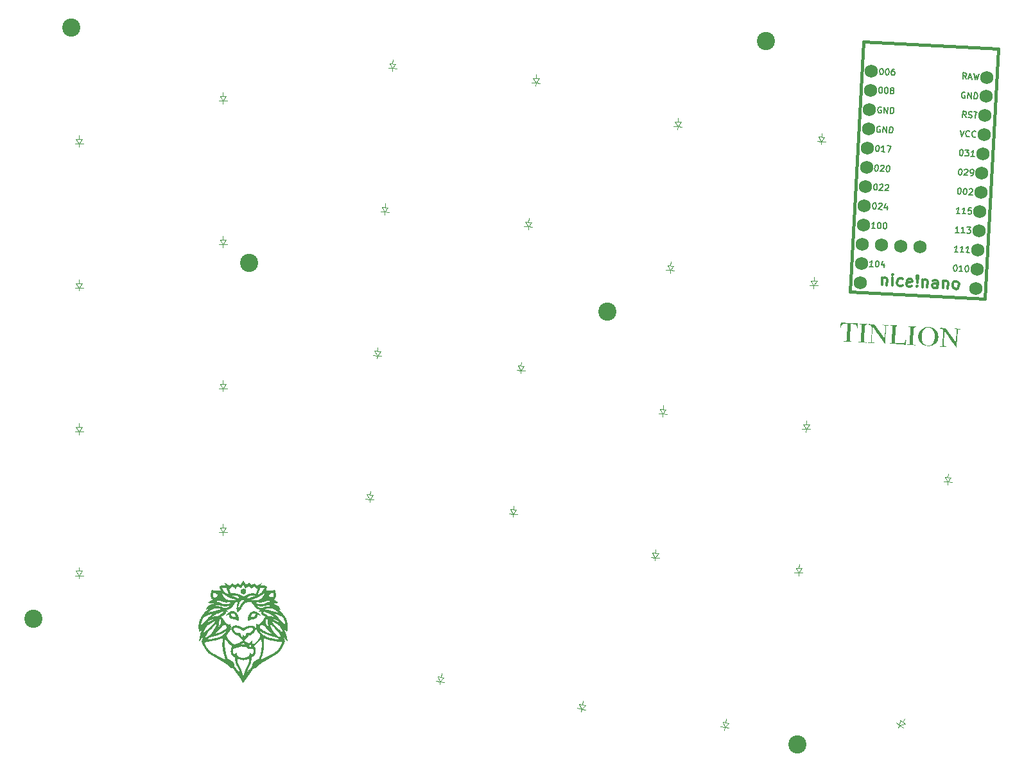
<source format=gbr>
%TF.GenerationSoftware,KiCad,Pcbnew,8.0.4*%
%TF.CreationDate,2024-09-16T15:22:01-06:00*%
%TF.ProjectId,left_board,6c656674-5f62-46f6-9172-642e6b696361,v1.0.0*%
%TF.SameCoordinates,Original*%
%TF.FileFunction,Legend,Top*%
%TF.FilePolarity,Positive*%
%FSLAX46Y46*%
G04 Gerber Fmt 4.6, Leading zero omitted, Abs format (unit mm)*
G04 Created by KiCad (PCBNEW 8.0.4) date 2024-09-16 15:22:01*
%MOMM*%
%LPD*%
G01*
G04 APERTURE LIST*
%ADD10C,0.000000*%
%ADD11C,0.400000*%
%ADD12C,0.300000*%
%ADD13C,0.150000*%
%ADD14C,0.100000*%
%ADD15C,0.381000*%
%ADD16C,2.400000*%
%ADD17C,1.752600*%
G04 APERTURE END LIST*
D10*
G36*
X179711355Y-167039886D02*
G01*
X179727154Y-167040937D01*
X179743115Y-167042653D01*
X179759294Y-167045074D01*
X179775744Y-167048242D01*
X179792519Y-167052196D01*
X179809674Y-167056978D01*
X179843757Y-167072190D01*
X179874841Y-167089909D01*
X179902968Y-167109927D01*
X179928179Y-167132038D01*
X179950513Y-167156034D01*
X179970013Y-167181709D01*
X179986718Y-167208855D01*
X180000670Y-167237266D01*
X180011909Y-167266736D01*
X180020475Y-167297057D01*
X180026410Y-167328022D01*
X180029754Y-167359424D01*
X180030547Y-167391058D01*
X180028831Y-167422714D01*
X180024646Y-167454188D01*
X180018033Y-167485272D01*
X180009033Y-167515759D01*
X179997686Y-167545442D01*
X179984033Y-167574115D01*
X179968114Y-167601570D01*
X179949971Y-167627601D01*
X179929643Y-167652000D01*
X179907173Y-167674562D01*
X179882600Y-167695078D01*
X179855965Y-167713343D01*
X179827309Y-167729149D01*
X179796672Y-167742290D01*
X179764095Y-167752558D01*
X179729620Y-167759747D01*
X179693286Y-167763650D01*
X179655134Y-167764060D01*
X179615205Y-167760769D01*
X179582929Y-167755150D01*
X179552112Y-167747066D01*
X179522805Y-167736660D01*
X179495055Y-167724071D01*
X179468914Y-167709441D01*
X179444429Y-167692910D01*
X179421649Y-167674619D01*
X179400625Y-167654709D01*
X179381405Y-167633320D01*
X179364038Y-167610593D01*
X179348573Y-167586669D01*
X179335060Y-167561689D01*
X179323549Y-167535793D01*
X179314087Y-167509122D01*
X179306724Y-167481817D01*
X179301510Y-167454018D01*
X179300641Y-167445915D01*
X179298493Y-167425867D01*
X179297723Y-167397504D01*
X179299248Y-167369070D01*
X179301399Y-167353311D01*
X179615207Y-167353311D01*
X179615207Y-167445915D01*
X179744852Y-167381093D01*
X179615207Y-167353311D01*
X179301399Y-167353311D01*
X179303119Y-167340705D01*
X179309384Y-167312550D01*
X179318093Y-167284747D01*
X179329294Y-167257435D01*
X179343037Y-167230755D01*
X179359370Y-167204849D01*
X179378344Y-167179857D01*
X179400007Y-167155919D01*
X179424409Y-167133177D01*
X179451598Y-167111771D01*
X179481624Y-167091842D01*
X179514536Y-167073531D01*
X179550383Y-167056978D01*
X179584314Y-167050521D01*
X179616942Y-167045258D01*
X179632904Y-167043175D01*
X179648702Y-167041514D01*
X179664393Y-167040313D01*
X179680029Y-167039615D01*
X179695665Y-167039459D01*
X179711355Y-167039886D01*
G37*
G36*
X179893018Y-166325405D02*
G01*
X180031924Y-166482832D01*
X180411601Y-166306884D01*
X180735717Y-166547655D01*
X181152435Y-166362447D01*
X181467290Y-166612478D01*
X181689540Y-166529134D01*
X182106258Y-166279102D01*
X181976613Y-166630998D01*
X182158059Y-166626657D01*
X182276454Y-166626115D01*
X182338298Y-166627675D01*
X182400276Y-166630998D01*
X182461170Y-166636492D01*
X182519757Y-166644563D01*
X182574818Y-166655619D01*
X182600644Y-166662393D01*
X182625131Y-166670066D01*
X182648126Y-166678688D01*
X182669475Y-166688311D01*
X182689028Y-166698985D01*
X182706630Y-166710761D01*
X182722130Y-166723690D01*
X182735375Y-166737823D01*
X182746212Y-166753211D01*
X182754488Y-166769904D01*
X182758295Y-166781615D01*
X182761067Y-166794138D01*
X182762856Y-166807418D01*
X182763712Y-166821397D01*
X182763687Y-166836021D01*
X182762830Y-166851234D01*
X182758829Y-166883200D01*
X182752114Y-166916848D01*
X182743093Y-166951731D01*
X182732173Y-166987400D01*
X182719761Y-167023408D01*
X182706264Y-167059308D01*
X182692088Y-167094652D01*
X182663330Y-167161881D01*
X182615581Y-167269967D01*
X182941867Y-167272861D01*
X183083251Y-167273874D01*
X183218667Y-167272282D01*
X183354517Y-167266350D01*
X183424605Y-167261213D01*
X183497203Y-167254340D01*
X183573111Y-167245514D01*
X183653129Y-167234517D01*
X183738058Y-167221133D01*
X183828697Y-167205144D01*
X183879665Y-167397623D01*
X183903047Y-167487853D01*
X183923905Y-167574692D01*
X183941400Y-167658601D01*
X183954689Y-167740042D01*
X183962932Y-167819474D01*
X183964898Y-167858582D01*
X183965288Y-167897360D01*
X183963995Y-167935867D01*
X183960915Y-167974161D01*
X183955943Y-168012299D01*
X183948973Y-168050338D01*
X183939901Y-168088336D01*
X183928621Y-168126352D01*
X183915029Y-168164442D01*
X183899018Y-168202664D01*
X183880484Y-168241077D01*
X183859322Y-168279737D01*
X183835427Y-168318702D01*
X183808693Y-168358030D01*
X183779015Y-168397778D01*
X183746289Y-168438005D01*
X183710409Y-168478767D01*
X183671270Y-168520123D01*
X183714665Y-168533238D01*
X183757978Y-168548212D01*
X183801128Y-168564949D01*
X183844034Y-168583354D01*
X183886615Y-168603333D01*
X183928789Y-168624791D01*
X183970474Y-168647632D01*
X184011590Y-168671762D01*
X184052054Y-168697086D01*
X184091786Y-168723509D01*
X184130705Y-168750935D01*
X184168727Y-168779270D01*
X184205774Y-168808419D01*
X184241762Y-168838287D01*
X184276610Y-168868779D01*
X184310238Y-168899800D01*
X183513842Y-169029446D01*
X183560944Y-169037467D01*
X183611546Y-169047605D01*
X183665024Y-169059805D01*
X183720753Y-169074012D01*
X183778111Y-169090172D01*
X183836472Y-169108232D01*
X183895213Y-169128136D01*
X183953710Y-169149831D01*
X184011339Y-169173263D01*
X184067476Y-169198376D01*
X184121497Y-169225117D01*
X184172777Y-169253432D01*
X184220694Y-169283266D01*
X184264622Y-169314566D01*
X184303938Y-169347275D01*
X184321672Y-169364143D01*
X184338018Y-169381342D01*
X184355581Y-169401696D01*
X184373468Y-169424370D01*
X184391573Y-169449079D01*
X184409787Y-169475538D01*
X184428000Y-169503461D01*
X184446105Y-169532565D01*
X184481555Y-169593174D01*
X184515268Y-169655085D01*
X184546377Y-169716019D01*
X184574014Y-169773698D01*
X184597310Y-169825842D01*
X184087987Y-169668415D01*
X184121771Y-169685787D01*
X184153805Y-169703214D01*
X184184293Y-169720749D01*
X184213437Y-169738447D01*
X184241442Y-169756361D01*
X184268511Y-169774548D01*
X184294848Y-169793060D01*
X184320656Y-169811951D01*
X184371497Y-169851091D01*
X184422665Y-169892401D01*
X184532487Y-169983269D01*
X184638232Y-170076540D01*
X184739906Y-170175549D01*
X184837131Y-170279957D01*
X184929527Y-170389425D01*
X185016715Y-170503614D01*
X185098313Y-170622183D01*
X185173943Y-170744796D01*
X185243224Y-170871111D01*
X185305777Y-171000791D01*
X185361222Y-171133496D01*
X185409179Y-171268887D01*
X185449268Y-171406624D01*
X185481110Y-171546369D01*
X185504324Y-171687783D01*
X185518531Y-171830526D01*
X185523351Y-171974259D01*
X185523351Y-172196509D01*
X185521959Y-172266703D01*
X185520116Y-172302214D01*
X185517419Y-172337875D01*
X185513799Y-172373589D01*
X185509190Y-172409263D01*
X185503522Y-172444801D01*
X185496728Y-172480109D01*
X185488741Y-172515091D01*
X185479491Y-172549652D01*
X185468913Y-172583698D01*
X185456937Y-172617134D01*
X185443497Y-172649864D01*
X185428523Y-172681794D01*
X185411949Y-172712829D01*
X185393706Y-172742873D01*
X185041810Y-172390977D01*
X185113199Y-172554337D01*
X185175363Y-172701201D01*
X185229497Y-172837648D01*
X185276794Y-172969753D01*
X185298251Y-173036077D01*
X185318448Y-173103595D01*
X185337531Y-173173066D01*
X185355652Y-173245251D01*
X185372959Y-173320908D01*
X185389601Y-173400797D01*
X185421488Y-173576311D01*
X185464317Y-173798561D01*
X185468674Y-173828051D01*
X185472040Y-173857379D01*
X185474186Y-173886381D01*
X185474880Y-173914895D01*
X185473891Y-173942758D01*
X185470991Y-173969806D01*
X185465947Y-173995878D01*
X185462549Y-174008497D01*
X185458529Y-174020811D01*
X185334960Y-173837484D01*
X185265471Y-173734805D01*
X185192292Y-173630716D01*
X185154658Y-173579533D01*
X185116508Y-173529665D01*
X185077979Y-173481670D01*
X185039206Y-173436102D01*
X185000324Y-173393519D01*
X184961469Y-173354477D01*
X184922777Y-173319531D01*
X184884383Y-173289238D01*
X184950798Y-173439141D01*
X184991981Y-173534060D01*
X185033707Y-173634189D01*
X185072395Y-173733449D01*
X185089480Y-173780854D01*
X185104463Y-173825764D01*
X185116895Y-173867417D01*
X185126330Y-173905056D01*
X185132319Y-173937920D01*
X185134414Y-173965249D01*
X185131586Y-173998508D01*
X185123508Y-174038590D01*
X185110791Y-174084506D01*
X185094045Y-174135264D01*
X185073880Y-174189875D01*
X185050908Y-174247348D01*
X184998980Y-174366919D01*
X184943146Y-174486057D01*
X184888289Y-174596838D01*
X184839292Y-174691341D01*
X184801038Y-174761644D01*
X184762493Y-174830342D01*
X184723175Y-174897548D01*
X184682962Y-174963289D01*
X184641731Y-175027592D01*
X184599360Y-175090484D01*
X184555729Y-175151992D01*
X184510713Y-175212144D01*
X184464192Y-175270967D01*
X184416043Y-175328487D01*
X184366144Y-175384733D01*
X184314373Y-175439730D01*
X184260607Y-175493506D01*
X184204726Y-175546089D01*
X184146607Y-175597505D01*
X184086127Y-175647782D01*
X184023165Y-175696946D01*
X182328508Y-176641508D01*
X182244332Y-176698048D01*
X182153428Y-176762183D01*
X182058617Y-176831962D01*
X181962721Y-176905430D01*
X181868561Y-176980635D01*
X181778959Y-177055623D01*
X181696737Y-177128440D01*
X181659275Y-177163424D01*
X181624716Y-177197133D01*
X181245038Y-177576811D01*
X181245038Y-177419384D01*
X181195854Y-177445069D01*
X181148907Y-177473373D01*
X181104050Y-177504091D01*
X181061132Y-177537020D01*
X181020005Y-177571957D01*
X180980520Y-177608697D01*
X180942526Y-177647039D01*
X180905876Y-177686778D01*
X180870419Y-177727710D01*
X180836006Y-177769633D01*
X180769719Y-177855635D01*
X180643111Y-178030570D01*
X179615205Y-179465936D01*
X179505835Y-179279678D01*
X179393100Y-179095808D01*
X179277109Y-178914109D01*
X179157972Y-178734363D01*
X179035796Y-178556353D01*
X178910690Y-178379862D01*
X178782762Y-178204673D01*
X178777198Y-178197259D01*
X179198487Y-178197259D01*
X179226269Y-178225041D01*
X179226269Y-178197259D01*
X179198487Y-178197259D01*
X178777198Y-178197259D01*
X178652121Y-178030570D01*
X178525514Y-177854333D01*
X178492743Y-177810477D01*
X178459226Y-177767191D01*
X178424814Y-177724719D01*
X178389357Y-177683305D01*
X178352707Y-177643193D01*
X178314713Y-177604628D01*
X178275227Y-177567853D01*
X178234100Y-177533113D01*
X178191183Y-177500652D01*
X178146325Y-177470714D01*
X178123123Y-177456767D01*
X178099379Y-177443543D01*
X178075076Y-177431072D01*
X178050194Y-177419384D01*
X178050194Y-177576811D01*
X177670517Y-177197133D01*
X177635958Y-177163424D01*
X177614630Y-177143506D01*
X178088811Y-177143506D01*
X178089121Y-177149747D01*
X178089754Y-177156142D01*
X178090716Y-177162717D01*
X178092012Y-177169497D01*
X178093648Y-177176508D01*
X178095628Y-177183774D01*
X178100640Y-177199178D01*
X178107090Y-177215910D01*
X178115019Y-177234176D01*
X178142800Y-177011925D01*
X178123755Y-177043884D01*
X178115636Y-177058094D01*
X178108508Y-177071394D01*
X178102410Y-177083989D01*
X178097384Y-177096083D01*
X178093471Y-177107878D01*
X178091944Y-177113727D01*
X178090710Y-177119577D01*
X178089775Y-177125455D01*
X178089144Y-177131386D01*
X178088820Y-177137394D01*
X178088811Y-177143506D01*
X177614630Y-177143506D01*
X177598496Y-177128440D01*
X177516274Y-177055623D01*
X177426672Y-176980635D01*
X177332512Y-176905430D01*
X177236616Y-176831962D01*
X177141806Y-176762183D01*
X177050902Y-176698048D01*
X176966726Y-176641508D01*
X175272071Y-175696946D01*
X175209210Y-175646256D01*
X175149008Y-175594846D01*
X175091302Y-175542650D01*
X175035930Y-175489600D01*
X174982727Y-175435626D01*
X174931533Y-175380663D01*
X174882183Y-175324642D01*
X174834516Y-175267494D01*
X174788367Y-175209153D01*
X174743575Y-175149551D01*
X174699977Y-175088619D01*
X174657410Y-175026289D01*
X174615711Y-174962495D01*
X174574717Y-174897168D01*
X174494195Y-174761644D01*
X174452903Y-174691341D01*
X174401736Y-174596838D01*
X174345577Y-174486057D01*
X174289309Y-174366919D01*
X174262660Y-174306692D01*
X174237816Y-174247348D01*
X174215386Y-174189875D01*
X174195981Y-174135264D01*
X174186316Y-174104155D01*
X174521977Y-174104155D01*
X174548092Y-174175143D01*
X174577666Y-174248831D01*
X174610469Y-174324662D01*
X174646270Y-174402080D01*
X174684837Y-174480529D01*
X174725942Y-174559453D01*
X174769352Y-174638295D01*
X174814838Y-174716500D01*
X174862169Y-174793511D01*
X174911114Y-174868772D01*
X174961443Y-174941727D01*
X175012924Y-175011820D01*
X175065328Y-175078495D01*
X175118424Y-175141195D01*
X175171981Y-175199364D01*
X175225769Y-175252447D01*
X175298919Y-175317636D01*
X175372543Y-175378077D01*
X175446683Y-175434232D01*
X175521379Y-175486562D01*
X175596671Y-175535527D01*
X175672602Y-175581589D01*
X175749211Y-175625210D01*
X175826538Y-175666850D01*
X175983513Y-175746034D01*
X176143852Y-175822831D01*
X176307881Y-175900929D01*
X176475925Y-175984019D01*
X177309363Y-176465561D01*
X176966728Y-175187623D01*
X176892644Y-174326404D01*
X176915222Y-174045789D01*
X177223848Y-174045789D01*
X177224608Y-174071284D01*
X177226019Y-174094894D01*
X177224427Y-174305279D01*
X177227176Y-174501773D01*
X177235134Y-174688718D01*
X177249169Y-174870454D01*
X177270150Y-175051321D01*
X177298944Y-175235661D01*
X177336420Y-175427815D01*
X177383445Y-175632123D01*
X177420777Y-175777396D01*
X177445628Y-175867179D01*
X177473735Y-175960868D01*
X177504446Y-176052821D01*
X177520575Y-176096383D01*
X177537110Y-176137395D01*
X177553972Y-176175151D01*
X177571077Y-176208946D01*
X177588346Y-176238075D01*
X177605695Y-176261832D01*
X177619000Y-176277244D01*
X177634435Y-176292235D01*
X177651742Y-176306820D01*
X177670663Y-176321011D01*
X177690940Y-176334822D01*
X177712317Y-176348268D01*
X177734534Y-176361360D01*
X177757335Y-176374114D01*
X177803655Y-176398657D01*
X177849216Y-176422007D01*
X177891955Y-176444272D01*
X177911622Y-176455032D01*
X177929810Y-176465560D01*
X177960947Y-176481518D01*
X177991811Y-176498153D01*
X178022351Y-176515493D01*
X178052510Y-176533567D01*
X178082236Y-176552400D01*
X178111473Y-176572019D01*
X178140168Y-176592453D01*
X178168266Y-176613727D01*
X178195712Y-176635870D01*
X178222453Y-176658908D01*
X178248435Y-176682868D01*
X178273603Y-176707778D01*
X178297902Y-176733665D01*
X178321279Y-176760556D01*
X178343680Y-176788477D01*
X178365049Y-176817456D01*
X178378273Y-176836341D01*
X178390206Y-176854801D01*
X178400914Y-176872848D01*
X178410465Y-176890491D01*
X178418924Y-176907741D01*
X178426357Y-176924607D01*
X178432830Y-176941100D01*
X178438409Y-176957231D01*
X178443161Y-176973009D01*
X178447152Y-176988444D01*
X178450447Y-177003547D01*
X178453114Y-177018328D01*
X178456824Y-177046964D01*
X178458811Y-177074433D01*
X178459604Y-177100817D01*
X178459733Y-177126198D01*
X178460113Y-177174272D01*
X178461422Y-177197130D01*
X178464182Y-177219309D01*
X178466272Y-177230169D01*
X178468923Y-177240891D01*
X178472202Y-177251483D01*
X178476174Y-177261957D01*
X178479204Y-177269195D01*
X178483054Y-177276992D01*
X178493013Y-177294115D01*
X178505658Y-177313029D01*
X178520595Y-177333436D01*
X178537432Y-177355036D01*
X178555774Y-177377531D01*
X178595402Y-177424014D01*
X178675418Y-177514592D01*
X178709512Y-177553913D01*
X178723703Y-177571037D01*
X178735466Y-177586071D01*
X179207747Y-178197259D01*
X179198507Y-178143447D01*
X179188189Y-178091350D01*
X179164574Y-177991992D01*
X179137406Y-177898576D01*
X179107185Y-177810491D01*
X179074414Y-177727127D01*
X179039595Y-177647873D01*
X179003229Y-177572119D01*
X178965819Y-177499254D01*
X178815771Y-177224480D01*
X178780667Y-177156906D01*
X178747530Y-177088558D01*
X178716862Y-177018827D01*
X178689164Y-176947102D01*
X178671855Y-176889134D01*
X178654872Y-176827150D01*
X178638539Y-176762346D01*
X178623184Y-176695913D01*
X178609130Y-176629046D01*
X178596705Y-176562939D01*
X178586233Y-176498785D01*
X178578039Y-176437779D01*
X178576506Y-176423061D01*
X178575326Y-176406850D01*
X178573698Y-176370930D01*
X178571094Y-176291927D01*
X178570420Y-176280353D01*
X178874373Y-176280353D01*
X178876718Y-176397053D01*
X178879600Y-176450759D01*
X178883579Y-176501626D01*
X178888624Y-176549848D01*
X178894701Y-176595619D01*
X178901778Y-176639130D01*
X178909823Y-176680577D01*
X178918805Y-176720151D01*
X178928690Y-176758047D01*
X178951043Y-176829575D01*
X178976624Y-176896709D01*
X179005177Y-176960993D01*
X179036442Y-177023976D01*
X179070162Y-177087203D01*
X179143938Y-177220574D01*
X179183478Y-177293812D01*
X179224442Y-177373479D01*
X179266573Y-177461123D01*
X179309612Y-177558290D01*
X179642987Y-178549155D01*
X179785597Y-178141697D01*
X180115269Y-178141697D01*
X180141727Y-178117452D01*
X180168932Y-178090113D01*
X180196761Y-178060062D01*
X180225092Y-178027678D01*
X180282770Y-177957429D01*
X180340992Y-177882405D01*
X180455155Y-177730187D01*
X180509144Y-177659070D01*
X180559769Y-177595332D01*
X180585325Y-177562794D01*
X180618370Y-177522551D01*
X180695202Y-177429802D01*
X180733130Y-177382722D01*
X180766826Y-177338790D01*
X180781171Y-177318851D01*
X180793359Y-177300717D01*
X180803024Y-177284726D01*
X180809800Y-177271218D01*
X180814613Y-177260770D01*
X180818678Y-177250253D01*
X180824830Y-177228949D01*
X180828784Y-177207184D01*
X180831070Y-177184835D01*
X180833251Y-177114714D01*
X181155196Y-177114714D01*
X181155405Y-177120645D01*
X181155908Y-177126523D01*
X181156709Y-177132374D01*
X181157814Y-177138223D01*
X181159227Y-177144096D01*
X181160954Y-177150018D01*
X181163000Y-177156014D01*
X181165370Y-177162111D01*
X181168069Y-177168333D01*
X181171101Y-177174706D01*
X181178189Y-177188007D01*
X181186674Y-177202216D01*
X181196597Y-177217538D01*
X181207999Y-177234176D01*
X181180217Y-177011925D01*
X181173713Y-177030190D01*
X181168117Y-177046923D01*
X181163471Y-177062326D01*
X181159815Y-177076603D01*
X181157190Y-177089958D01*
X181156277Y-177096353D01*
X181155637Y-177102594D01*
X181155275Y-177108706D01*
X181155196Y-177114714D01*
X180833251Y-177114714D01*
X180834108Y-177087167D01*
X180835987Y-177060071D01*
X180839372Y-177031659D01*
X180844791Y-177001809D01*
X180852774Y-176970399D01*
X180863850Y-176937307D01*
X180870713Y-176920092D01*
X180878548Y-176902411D01*
X180887420Y-176884248D01*
X180897397Y-176865588D01*
X180908543Y-176846417D01*
X180920925Y-176826718D01*
X180942711Y-176796002D01*
X180966287Y-176766344D01*
X180991491Y-176737717D01*
X181018160Y-176710094D01*
X181046131Y-176683448D01*
X181075242Y-176657751D01*
X181105329Y-176632977D01*
X181136230Y-176609098D01*
X181167782Y-176586087D01*
X181199823Y-176563917D01*
X181232189Y-176542561D01*
X181264718Y-176521992D01*
X181329614Y-176483106D01*
X181376879Y-176456301D01*
X181976613Y-176456301D01*
X182810050Y-175974760D01*
X183146030Y-175817477D01*
X183306532Y-175740843D01*
X183462910Y-175661063D01*
X183539756Y-175618941D01*
X183615816Y-175574771D01*
X183691170Y-175528132D01*
X183765900Y-175478603D01*
X183840087Y-175425765D01*
X183913813Y-175369197D01*
X183987159Y-175308477D01*
X184060207Y-175243186D01*
X184113995Y-175190104D01*
X184167552Y-175131934D01*
X184220648Y-175069234D01*
X184273052Y-175002560D01*
X184324534Y-174932467D01*
X184374863Y-174859512D01*
X184423808Y-174784251D01*
X184471138Y-174707239D01*
X184516624Y-174629035D01*
X184560035Y-174550192D01*
X184601139Y-174471268D01*
X184639707Y-174392819D01*
X184675507Y-174315401D01*
X184708310Y-174239571D01*
X184737884Y-174165883D01*
X184763999Y-174094895D01*
X184349161Y-174043817D01*
X184146571Y-174018876D01*
X183945609Y-173991872D01*
X183745081Y-173960962D01*
X183543794Y-173924300D01*
X183340553Y-173880042D01*
X183237828Y-173854488D01*
X183134166Y-173826343D01*
X183068052Y-173807650D01*
X183008083Y-173789662D01*
X182953459Y-173772218D01*
X182903379Y-173755153D01*
X182857043Y-173738305D01*
X182813650Y-173721511D01*
X182732495Y-173687436D01*
X182653510Y-173651624D01*
X182570293Y-173612774D01*
X182476440Y-173569582D01*
X182365550Y-173520748D01*
X182361078Y-173547521D01*
X182357990Y-173575623D01*
X182356149Y-173604865D01*
X182355421Y-173635056D01*
X182355670Y-173666007D01*
X182356760Y-173697528D01*
X182360920Y-173761519D01*
X182384071Y-174002290D01*
X182384071Y-174511613D01*
X182384315Y-174597032D01*
X182381684Y-174686222D01*
X182376339Y-174778614D01*
X182368444Y-174873637D01*
X182345655Y-175069300D01*
X182314618Y-175268652D01*
X182276636Y-175467136D01*
X182233011Y-175660194D01*
X182185045Y-175843268D01*
X182134040Y-176011800D01*
X181976613Y-176456301D01*
X181376879Y-176456301D01*
X181393207Y-176447041D01*
X181414346Y-176435085D01*
X181436000Y-176423455D01*
X181480313Y-176400738D01*
X181525059Y-176378021D01*
X181547256Y-176366391D01*
X181569154Y-176354436D01*
X181590619Y-176342047D01*
X181611513Y-176329115D01*
X181631703Y-176315531D01*
X181651051Y-176301189D01*
X181669423Y-176285978D01*
X181686682Y-176269790D01*
X181694852Y-176261296D01*
X181702694Y-176252517D01*
X181710189Y-176243440D01*
X181717322Y-176234051D01*
X181731619Y-176211718D01*
X181746622Y-176183444D01*
X181762167Y-176150015D01*
X181778092Y-176112218D01*
X181810431Y-176026668D01*
X181842337Y-175933087D01*
X181872505Y-175837770D01*
X181899636Y-175747010D01*
X181939571Y-175604342D01*
X181968795Y-175481162D01*
X181994084Y-175358145D01*
X182015630Y-175235237D01*
X182033622Y-175112383D01*
X182048250Y-174989528D01*
X182059703Y-174866620D01*
X182068173Y-174743603D01*
X182073847Y-174620423D01*
X182077573Y-174373358D01*
X182072401Y-174124991D01*
X182059848Y-173874887D01*
X182041436Y-173622613D01*
X181550632Y-174261582D01*
X181041309Y-174678301D01*
X181059819Y-174684674D01*
X181077180Y-174691629D01*
X181093435Y-174699150D01*
X181108628Y-174707222D01*
X181122804Y-174715830D01*
X181136007Y-174724958D01*
X181148281Y-174734592D01*
X181159669Y-174744716D01*
X181170217Y-174755314D01*
X181179968Y-174766372D01*
X181188965Y-174777875D01*
X181197254Y-174789806D01*
X181204878Y-174802151D01*
X181211882Y-174814894D01*
X181224203Y-174841516D01*
X181234572Y-174869548D01*
X181243339Y-174898869D01*
X181250859Y-174929356D01*
X181257483Y-174960888D01*
X181282081Y-175095020D01*
X181288293Y-175134132D01*
X181293041Y-175173295D01*
X181296324Y-175212451D01*
X181298142Y-175251542D01*
X181298494Y-175290512D01*
X181297382Y-175329302D01*
X181294805Y-175367854D01*
X181290762Y-175406112D01*
X181285255Y-175444016D01*
X181278283Y-175481511D01*
X181269845Y-175518537D01*
X181259943Y-175555038D01*
X181248575Y-175590955D01*
X181235743Y-175626232D01*
X181221445Y-175660810D01*
X181205683Y-175694632D01*
X181188455Y-175727639D01*
X181169762Y-175759775D01*
X181149605Y-175790982D01*
X181127982Y-175821203D01*
X181104894Y-175850378D01*
X181080341Y-175878452D01*
X181054324Y-175905365D01*
X181026841Y-175931062D01*
X180997893Y-175955483D01*
X180967480Y-175978571D01*
X180935602Y-176000269D01*
X180902259Y-176020519D01*
X180867451Y-176039263D01*
X180831178Y-176056444D01*
X180793440Y-176072003D01*
X180754237Y-176085884D01*
X180748956Y-176203611D01*
X180739768Y-176326221D01*
X180726240Y-176451653D01*
X180707936Y-176577844D01*
X180696858Y-176640580D01*
X180684423Y-176702733D01*
X180670578Y-176764045D01*
X180655268Y-176824258D01*
X180638438Y-176883114D01*
X180620035Y-176940357D01*
X180600003Y-176995727D01*
X180578290Y-177048968D01*
X180566446Y-177077025D01*
X180555157Y-177102396D01*
X180544330Y-177125434D01*
X180533869Y-177146491D01*
X180523680Y-177165921D01*
X180513667Y-177184075D01*
X180493789Y-177217970D01*
X180451973Y-177285976D01*
X180428514Y-177325731D01*
X180415815Y-177348281D01*
X180402342Y-177373083D01*
X180356962Y-177457385D01*
X180311908Y-177549175D01*
X180268373Y-177646391D01*
X180227551Y-177746971D01*
X180190636Y-177848854D01*
X180174017Y-177899639D01*
X180158821Y-177949977D01*
X180145200Y-177999609D01*
X180133301Y-178048279D01*
X180123274Y-178095727D01*
X180115269Y-178141697D01*
X179785597Y-178141697D01*
X179967101Y-177623112D01*
X180010254Y-177519715D01*
X180052742Y-177427088D01*
X180094335Y-177343414D01*
X180134802Y-177266876D01*
X180211436Y-177127934D01*
X180247141Y-177061894D01*
X180280798Y-176995719D01*
X180312177Y-176927591D01*
X180341045Y-176855692D01*
X180367174Y-176778204D01*
X180390332Y-176693309D01*
X180410288Y-176599190D01*
X180426813Y-176494029D01*
X180439675Y-176376009D01*
X180448644Y-176243311D01*
X180298252Y-176311661D01*
X180226753Y-176342139D01*
X180157085Y-176369918D01*
X180088773Y-176394821D01*
X180021344Y-176416672D01*
X179954321Y-176435295D01*
X179887230Y-176450512D01*
X179819597Y-176462149D01*
X179750947Y-176470028D01*
X179680804Y-176473973D01*
X179608695Y-176473808D01*
X179534143Y-176469356D01*
X179456675Y-176460442D01*
X179375816Y-176446888D01*
X179291091Y-176428519D01*
X178874373Y-176280353D01*
X178570420Y-176280353D01*
X178568815Y-176252751D01*
X178567146Y-176234099D01*
X178565017Y-176216397D01*
X178562344Y-176199888D01*
X178559048Y-176184817D01*
X178555046Y-176171429D01*
X178550258Y-176159966D01*
X178545594Y-176149863D01*
X178540296Y-176140351D01*
X178534382Y-176131368D01*
X178527866Y-176122852D01*
X178513103Y-176106981D01*
X178496142Y-176092249D01*
X178477119Y-176078169D01*
X178456171Y-176064251D01*
X178409036Y-176034951D01*
X178383123Y-176018591D01*
X178355825Y-176000441D01*
X178327280Y-175980012D01*
X178297622Y-175956816D01*
X178266988Y-175930364D01*
X178235512Y-175900168D01*
X178203331Y-175865740D01*
X178187019Y-175846786D01*
X178170581Y-175826591D01*
X178136261Y-175779283D01*
X178106120Y-175731147D01*
X178079993Y-175682225D01*
X178057720Y-175632557D01*
X178039136Y-175582183D01*
X178024078Y-175531144D01*
X178012385Y-175479482D01*
X178003894Y-175427236D01*
X177998440Y-175374447D01*
X177995863Y-175321157D01*
X177995938Y-175291586D01*
X178281795Y-175291586D01*
X178282900Y-175345511D01*
X178287492Y-175398298D01*
X178291261Y-175424145D01*
X178296099Y-175449565D01*
X178302074Y-175474510D01*
X178309250Y-175498932D01*
X178317696Y-175522785D01*
X178327475Y-175546021D01*
X178338655Y-175568592D01*
X178351302Y-175590451D01*
X178365482Y-175611551D01*
X178381261Y-175631843D01*
X178398705Y-175651280D01*
X178417880Y-175669816D01*
X178438852Y-175687402D01*
X178461688Y-175703991D01*
X178486454Y-175719535D01*
X178513215Y-175733988D01*
X178526911Y-175707574D01*
X178540309Y-175683725D01*
X178553544Y-175662181D01*
X178566752Y-175642686D01*
X178580068Y-175624981D01*
X178593628Y-175608809D01*
X178607569Y-175593912D01*
X178622025Y-175580033D01*
X178637132Y-175566913D01*
X178653025Y-175554296D01*
X178669842Y-175541922D01*
X178687716Y-175529535D01*
X178727181Y-175503689D01*
X178772506Y-175474696D01*
X178778739Y-175528806D01*
X178786985Y-175580058D01*
X178797198Y-175628526D01*
X178809331Y-175674283D01*
X178823336Y-175717402D01*
X178839165Y-175757955D01*
X178856772Y-175796016D01*
X178876108Y-175831656D01*
X178897126Y-175864950D01*
X178919778Y-175895971D01*
X178944018Y-175924790D01*
X178969797Y-175951481D01*
X178997068Y-175976117D01*
X179025785Y-175998771D01*
X179055898Y-176019516D01*
X179087361Y-176038424D01*
X179120126Y-176055569D01*
X179154146Y-176071023D01*
X179189374Y-176084860D01*
X179225761Y-176097152D01*
X179301825Y-176117393D01*
X179381958Y-176132330D01*
X179465781Y-176142547D01*
X179552914Y-176148627D01*
X179642977Y-176151152D01*
X179735590Y-176150707D01*
X179815540Y-176146472D01*
X179854239Y-176142479D01*
X179892058Y-176137232D01*
X179928976Y-176130731D01*
X179964968Y-176122973D01*
X180000015Y-176113957D01*
X180034094Y-176103681D01*
X180067182Y-176092143D01*
X180099258Y-176079343D01*
X180130300Y-176065277D01*
X180160285Y-176049945D01*
X180189192Y-176033345D01*
X180216998Y-176015474D01*
X180243682Y-175996332D01*
X180269222Y-175975916D01*
X180293594Y-175954225D01*
X180316779Y-175931258D01*
X180338752Y-175907011D01*
X180359493Y-175881485D01*
X180378979Y-175854677D01*
X180397188Y-175826585D01*
X180414098Y-175797208D01*
X180429687Y-175766544D01*
X180443934Y-175734591D01*
X180456815Y-175701348D01*
X180468309Y-175666813D01*
X180478395Y-175630984D01*
X180487049Y-175593859D01*
X180494250Y-175555438D01*
X180499976Y-175515717D01*
X180504204Y-175474696D01*
X180549530Y-175504069D01*
X180569927Y-175517670D01*
X180588995Y-175530837D01*
X180606870Y-175543787D01*
X180623686Y-175556738D01*
X180639580Y-175569905D01*
X180654687Y-175583506D01*
X180669142Y-175597758D01*
X180683083Y-175612879D01*
X180696643Y-175629085D01*
X180709960Y-175646593D01*
X180723168Y-175665620D01*
X180736403Y-175686383D01*
X180749801Y-175709100D01*
X180763497Y-175733988D01*
X180790259Y-175719535D01*
X180815024Y-175703991D01*
X180837860Y-175687402D01*
X180858833Y-175669816D01*
X180878008Y-175651280D01*
X180895452Y-175631843D01*
X180911230Y-175611550D01*
X180925410Y-175590451D01*
X180938057Y-175568592D01*
X180949237Y-175546021D01*
X180959017Y-175522785D01*
X180967462Y-175498932D01*
X180974639Y-175474509D01*
X180980613Y-175449564D01*
X180989220Y-175398297D01*
X180993812Y-175345511D01*
X180994917Y-175291586D01*
X180993066Y-175236900D01*
X180988786Y-175181835D01*
X180982607Y-175126770D01*
X180975058Y-175072085D01*
X180957966Y-174965373D01*
X180924906Y-174975329D01*
X180891749Y-174984360D01*
X180858561Y-174992461D01*
X180825409Y-174999630D01*
X180792359Y-175005862D01*
X180759476Y-175011156D01*
X180726828Y-175015506D01*
X180694479Y-175018910D01*
X180662497Y-175021365D01*
X180630947Y-175022867D01*
X180599896Y-175023412D01*
X180569409Y-175022998D01*
X180539554Y-175021620D01*
X180510395Y-175019277D01*
X180481999Y-175015963D01*
X180454432Y-175011676D01*
X180427760Y-175006412D01*
X180402050Y-175000168D01*
X180377368Y-174992940D01*
X180353779Y-174984726D01*
X180331350Y-174975522D01*
X180310147Y-174965324D01*
X180290236Y-174954128D01*
X180271683Y-174941933D01*
X180254554Y-174928733D01*
X180238916Y-174914527D01*
X180224834Y-174899310D01*
X180212376Y-174883078D01*
X180201606Y-174865830D01*
X180192591Y-174847560D01*
X180185397Y-174828267D01*
X180180090Y-174807946D01*
X179985621Y-174696821D01*
X179633725Y-174733863D01*
X179374433Y-174687560D01*
X178929933Y-174844987D01*
X178318746Y-174965373D01*
X178301654Y-175072085D01*
X178294105Y-175126770D01*
X178287926Y-175181835D01*
X178283646Y-175236900D01*
X178281795Y-175291586D01*
X177995938Y-175291586D01*
X177995999Y-175267406D01*
X177998684Y-175213233D01*
X178003758Y-175158682D01*
X178011056Y-175103791D01*
X178020416Y-175048601D01*
X178031674Y-174993154D01*
X178045999Y-174928042D01*
X178053976Y-174894509D01*
X178062929Y-174861193D01*
X178067873Y-174844820D01*
X178073184Y-174828746D01*
X178078902Y-174813051D01*
X178085067Y-174797817D01*
X178091721Y-174783126D01*
X178098903Y-174769059D01*
X178106656Y-174755698D01*
X178115019Y-174743123D01*
X178120544Y-174734654D01*
X178126667Y-174726592D01*
X178133332Y-174718910D01*
X178140485Y-174711580D01*
X178148072Y-174704576D01*
X178156039Y-174697870D01*
X178164332Y-174691436D01*
X178172896Y-174685246D01*
X178181677Y-174679272D01*
X178190621Y-174673489D01*
X178208780Y-174662384D01*
X178244665Y-174641258D01*
X178198636Y-174613478D01*
X180439382Y-174613478D01*
X180446653Y-174631813D01*
X180454575Y-174648602D01*
X180458780Y-174656408D01*
X180463148Y-174663818D01*
X180467679Y-174670827D01*
X180472372Y-174677433D01*
X180477229Y-174683631D01*
X180482248Y-174689419D01*
X180487430Y-174694794D01*
X180492775Y-174699751D01*
X180498282Y-174704288D01*
X180503952Y-174708401D01*
X180509785Y-174712087D01*
X180515781Y-174715342D01*
X180521940Y-174718163D01*
X180528261Y-174720547D01*
X180534745Y-174722489D01*
X180541392Y-174723988D01*
X180548202Y-174725038D01*
X180555174Y-174725638D01*
X180562309Y-174725783D01*
X180569607Y-174725471D01*
X180577068Y-174724697D01*
X180584692Y-174723458D01*
X180592478Y-174721752D01*
X180600427Y-174719574D01*
X180608539Y-174716922D01*
X180616813Y-174713791D01*
X180625251Y-174710179D01*
X180633851Y-174706082D01*
X180639983Y-174653938D01*
X180644704Y-174601468D01*
X180648339Y-174548347D01*
X180651215Y-174494250D01*
X180661631Y-174261581D01*
X180650895Y-174282117D01*
X180639548Y-174302150D01*
X180627631Y-174321831D01*
X180615185Y-174341308D01*
X180588869Y-174380249D01*
X180560925Y-174420167D01*
X180531679Y-174462255D01*
X180501456Y-174507707D01*
X180486080Y-174532067D01*
X180470581Y-174557717D01*
X180455002Y-174584804D01*
X180439382Y-174613478D01*
X178198636Y-174613478D01*
X178141776Y-174579160D01*
X178050974Y-174520819D01*
X177970888Y-174465435D01*
X177900148Y-174412208D01*
X177863557Y-174381967D01*
X179392956Y-174381967D01*
X179430113Y-174385725D01*
X179465357Y-174389889D01*
X179531139Y-174398462D01*
X179592362Y-174405733D01*
X179621909Y-174408270D01*
X179651090Y-174409748D01*
X179680162Y-174409925D01*
X179709384Y-174408555D01*
X179739012Y-174405394D01*
X179769305Y-174400198D01*
X179800520Y-174392724D01*
X179832916Y-174382727D01*
X179866749Y-174369962D01*
X179902279Y-174354186D01*
X179822281Y-174303724D01*
X179786766Y-174282684D01*
X179753678Y-174264765D01*
X179737914Y-174257052D01*
X179722598Y-174250210D01*
X179707680Y-174244270D01*
X179693106Y-174239263D01*
X179678823Y-174235219D01*
X179664780Y-174232168D01*
X179650923Y-174230142D01*
X179637200Y-174229170D01*
X179623558Y-174229284D01*
X179609945Y-174230513D01*
X179596309Y-174232889D01*
X179582596Y-174236441D01*
X179568754Y-174241201D01*
X179554731Y-174247198D01*
X179540474Y-174254464D01*
X179525930Y-174263029D01*
X179511047Y-174272923D01*
X179495773Y-174284177D01*
X179480054Y-174296821D01*
X179463838Y-174310886D01*
X179447073Y-174326403D01*
X179429706Y-174343402D01*
X179392956Y-174381967D01*
X177863557Y-174381967D01*
X177837385Y-174360338D01*
X177781228Y-174309023D01*
X177730307Y-174257465D01*
X177683252Y-174204862D01*
X177638693Y-174150414D01*
X177595260Y-174093321D01*
X177506291Y-173967998D01*
X177405385Y-173822490D01*
X177347030Y-173740166D01*
X177281581Y-173650395D01*
X177273225Y-173672377D01*
X177265520Y-173696461D01*
X177258466Y-173722364D01*
X177252064Y-173749799D01*
X177246312Y-173778482D01*
X177241212Y-173808129D01*
X177236762Y-173838454D01*
X177232964Y-173869172D01*
X177227321Y-173930648D01*
X177224282Y-173990280D01*
X177223848Y-174045789D01*
X176915222Y-174045789D01*
X176957466Y-173520748D01*
X176662001Y-173650828D01*
X176529353Y-173705830D01*
X176399527Y-173755731D01*
X176267096Y-173801726D01*
X176126634Y-173845007D01*
X175972716Y-173886770D01*
X175799915Y-173928207D01*
X174521977Y-174104155D01*
X174186316Y-174104155D01*
X174180212Y-174084506D01*
X174168688Y-174038590D01*
X174162021Y-173998508D01*
X174160699Y-173980964D01*
X174160820Y-173965249D01*
X174164544Y-173937920D01*
X174171944Y-173905056D01*
X174182572Y-173867417D01*
X174195981Y-173825763D01*
X174225899Y-173742997D01*
X174901654Y-173742997D01*
X174940893Y-173742364D01*
X174982032Y-173740538D01*
X175068920Y-173733737D01*
X175160150Y-173723464D01*
X175253550Y-173710586D01*
X175346950Y-173695972D01*
X175438180Y-173680490D01*
X175605446Y-173650394D01*
X175762095Y-173620298D01*
X175924496Y-173584992D01*
X176089719Y-173543610D01*
X176172473Y-173520368D01*
X176254833Y-173495282D01*
X176336433Y-173468242D01*
X176416908Y-173439141D01*
X176495891Y-173407869D01*
X176573015Y-173374318D01*
X176647914Y-173338379D01*
X176720223Y-173299945D01*
X176789574Y-173258906D01*
X176855602Y-173215154D01*
X177114894Y-172992904D01*
X177246421Y-172885975D01*
X177296395Y-172844285D01*
X177319001Y-172824342D01*
X177340617Y-172804223D01*
X177361690Y-172783344D01*
X177382668Y-172761122D01*
X177403999Y-172736974D01*
X177426131Y-172710317D01*
X177449510Y-172680566D01*
X177474585Y-172647140D01*
X177501804Y-172609454D01*
X177531613Y-172566925D01*
X177003768Y-172863258D01*
X176272196Y-173196633D01*
X175281331Y-173465185D01*
X174901654Y-173742997D01*
X174225899Y-173742997D01*
X174229351Y-173733449D01*
X174268473Y-173634188D01*
X174315683Y-173520748D01*
X174651622Y-173520748D01*
X174771219Y-173456897D01*
X174893026Y-173380648D01*
X175015784Y-173293058D01*
X175138229Y-173195187D01*
X175259100Y-173088090D01*
X175337610Y-173011425D01*
X175873998Y-173011425D01*
X175957150Y-172990415D01*
X176043055Y-172965756D01*
X176131212Y-172937706D01*
X176221119Y-172906522D01*
X176312274Y-172872463D01*
X176404175Y-172835785D01*
X176496320Y-172796747D01*
X176588208Y-172755607D01*
X176679336Y-172712621D01*
X176769202Y-172668049D01*
X176857305Y-172622147D01*
X176943142Y-172575173D01*
X177026212Y-172527385D01*
X177106013Y-172479042D01*
X177182043Y-172430400D01*
X177253800Y-172381717D01*
X177276571Y-172366180D01*
X177302273Y-172347714D01*
X177315781Y-172337551D01*
X177329493Y-172326860D01*
X177343232Y-172315707D01*
X177356822Y-172304161D01*
X177370087Y-172292289D01*
X177382849Y-172280159D01*
X177394933Y-172267840D01*
X177406163Y-172255399D01*
X177416362Y-172242903D01*
X177425353Y-172230421D01*
X177429341Y-172224206D01*
X177432961Y-172218020D01*
X177436191Y-172211872D01*
X177439009Y-172205769D01*
X177443601Y-172193352D01*
X177446992Y-172180443D01*
X177449226Y-172167093D01*
X177450349Y-172153354D01*
X177450407Y-172139275D01*
X177449447Y-172124908D01*
X177447513Y-172110303D01*
X177444652Y-172095512D01*
X177440908Y-172080586D01*
X177436329Y-172065574D01*
X177430960Y-172050529D01*
X177424846Y-172035501D01*
X177418034Y-172020540D01*
X177410569Y-172005698D01*
X177402497Y-171991026D01*
X177393864Y-171976574D01*
X177384715Y-171962393D01*
X177375097Y-171948535D01*
X177365054Y-171935050D01*
X177354634Y-171921988D01*
X177343881Y-171909402D01*
X177332841Y-171897341D01*
X177321561Y-171885856D01*
X177310086Y-171874999D01*
X177298462Y-171864820D01*
X177286734Y-171855370D01*
X177274948Y-171846700D01*
X177263151Y-171838862D01*
X177251388Y-171831904D01*
X177239704Y-171825880D01*
X177228146Y-171820839D01*
X177216759Y-171816832D01*
X177206917Y-171814735D01*
X177196522Y-171813621D01*
X177185614Y-171813444D01*
X177174237Y-171814155D01*
X177162432Y-171815707D01*
X177150242Y-171818053D01*
X177137710Y-171821144D01*
X177124878Y-171824935D01*
X177098482Y-171834421D01*
X177071395Y-171846132D01*
X177043955Y-171859688D01*
X177016502Y-171874709D01*
X176989374Y-171890815D01*
X176962911Y-171907627D01*
X176937452Y-171924764D01*
X176913335Y-171941847D01*
X176890901Y-171958496D01*
X176870488Y-171974331D01*
X176837082Y-172002040D01*
X176411103Y-172502103D01*
X175873998Y-173011425D01*
X175337610Y-173011425D01*
X175377137Y-172972828D01*
X175491076Y-172850458D01*
X175599658Y-172722037D01*
X175701620Y-172588625D01*
X175795700Y-172451279D01*
X175880638Y-172311057D01*
X175955171Y-172169017D01*
X175963452Y-172150207D01*
X176355539Y-172150207D01*
X176426892Y-172039136D01*
X176494012Y-171938809D01*
X176555272Y-171844342D01*
X176583195Y-171797780D01*
X176609044Y-171750851D01*
X176632613Y-171702946D01*
X176653700Y-171653454D01*
X176672101Y-171601764D01*
X176687612Y-171547267D01*
X176700031Y-171489351D01*
X176709154Y-171427406D01*
X176714776Y-171360821D01*
X176716696Y-171288987D01*
X176714613Y-171259210D01*
X176711758Y-171232213D01*
X176708007Y-171207740D01*
X176705758Y-171196368D01*
X176703239Y-171185531D01*
X176700435Y-171175196D01*
X176697332Y-171165331D01*
X176693912Y-171155903D01*
X176690162Y-171146880D01*
X176686067Y-171138230D01*
X176681610Y-171129921D01*
X176676776Y-171121921D01*
X176671551Y-171114197D01*
X176665919Y-171106718D01*
X176659865Y-171099450D01*
X176653373Y-171092362D01*
X176646429Y-171085421D01*
X176639016Y-171078596D01*
X176631121Y-171071854D01*
X176613818Y-171058490D01*
X176594400Y-171045072D01*
X176572744Y-171031342D01*
X176548727Y-171017042D01*
X176522227Y-171001915D01*
X176429623Y-171733488D01*
X176355539Y-172150207D01*
X175963452Y-172150207D01*
X176018039Y-172026217D01*
X176067978Y-171883717D01*
X176087706Y-171812909D01*
X176103729Y-171742572D01*
X176115889Y-171672839D01*
X176124029Y-171603842D01*
X175577664Y-172205769D01*
X175498110Y-172285062D01*
X175425663Y-172353936D01*
X175359619Y-172414129D01*
X175299273Y-172467376D01*
X175192851Y-172559980D01*
X175145364Y-172602810D01*
X175100753Y-172645639D01*
X175058312Y-172690205D01*
X175017337Y-172738243D01*
X174977121Y-172791491D01*
X174936959Y-172851683D01*
X174896146Y-172920558D01*
X174853977Y-172999850D01*
X174809746Y-173091297D01*
X174762747Y-173196634D01*
X174696767Y-173355219D01*
X174690412Y-173372254D01*
X174684342Y-173389710D01*
X174678515Y-173407898D01*
X174672893Y-173427131D01*
X174667433Y-173447721D01*
X174662095Y-173469979D01*
X174656838Y-173494217D01*
X174651622Y-173520748D01*
X174315683Y-173520748D01*
X174349646Y-173439141D01*
X174384535Y-173355508D01*
X174410851Y-173289238D01*
X173799664Y-174020811D01*
X173809844Y-173915114D01*
X173822941Y-173809865D01*
X173838833Y-173705077D01*
X173857397Y-173600764D01*
X173878511Y-173496940D01*
X173902053Y-173393617D01*
X173927901Y-173290809D01*
X173955934Y-173188531D01*
X174018062Y-172985616D01*
X174076400Y-172816957D01*
X174401592Y-172816957D01*
X174493531Y-172765417D01*
X174591467Y-172701980D01*
X174694231Y-172627989D01*
X174800658Y-172544788D01*
X174909581Y-172453719D01*
X175019833Y-172356125D01*
X175130248Y-172253349D01*
X175239659Y-172146734D01*
X175346900Y-172037624D01*
X175450804Y-171927360D01*
X175550204Y-171817286D01*
X175643934Y-171708746D01*
X175730828Y-171603080D01*
X175809718Y-171501634D01*
X175879438Y-171405749D01*
X175938821Y-171316769D01*
X175905835Y-171327820D01*
X175872877Y-171340065D01*
X175839972Y-171353395D01*
X175807150Y-171367702D01*
X175774435Y-171382876D01*
X175741857Y-171398811D01*
X175677215Y-171432524D01*
X175613441Y-171467974D01*
X175550752Y-171504292D01*
X175429498Y-171576061D01*
X175164418Y-171734646D01*
X175090281Y-171780532D01*
X175021895Y-171824790D01*
X174991249Y-171845664D01*
X174963710Y-171865359D01*
X174939833Y-171883615D01*
X174920175Y-171900176D01*
X174882914Y-171936618D01*
X174844337Y-171979450D01*
X174804865Y-172027897D01*
X174764918Y-172081188D01*
X174724917Y-172138548D01*
X174685282Y-172199204D01*
X174646434Y-172262383D01*
X174608793Y-172327312D01*
X174572781Y-172393218D01*
X174538816Y-172459327D01*
X174507320Y-172524867D01*
X174478714Y-172589064D01*
X174453417Y-172651144D01*
X174431851Y-172710335D01*
X174414436Y-172765864D01*
X174401592Y-172816957D01*
X174076400Y-172816957D01*
X174087461Y-172784980D01*
X174163154Y-172586731D01*
X174244165Y-172390978D01*
X173892268Y-172742874D01*
X173866395Y-172696787D01*
X173844157Y-172648949D01*
X173825284Y-172599566D01*
X173809503Y-172548839D01*
X173796544Y-172496973D01*
X173786135Y-172444171D01*
X173778005Y-172390637D01*
X173771882Y-172336573D01*
X173767496Y-172282184D01*
X173764575Y-172227673D01*
X173762043Y-172119098D01*
X173762622Y-171909436D01*
X173762944Y-171900176D01*
X174040436Y-171900176D01*
X174262867Y-171668665D01*
X174660883Y-171668665D01*
X174688665Y-171696446D01*
X174688665Y-171668665D01*
X174660883Y-171668665D01*
X174262867Y-171668665D01*
X174289559Y-171640884D01*
X174688665Y-171640884D01*
X174716446Y-171668665D01*
X174716446Y-171640884D01*
X174688665Y-171640884D01*
X174289559Y-171640884D01*
X174289559Y-171640883D01*
X174716446Y-171640883D01*
X174754035Y-171624558D01*
X174803154Y-171600568D01*
X174929146Y-171533665D01*
X175080749Y-171448314D01*
X175244289Y-171352653D01*
X175406094Y-171254822D01*
X175552488Y-171162960D01*
X175669799Y-171085205D01*
X175713275Y-171054161D01*
X175744352Y-171029696D01*
X175677260Y-171042563D01*
X175608268Y-171060136D01*
X175537865Y-171082132D01*
X175466540Y-171108265D01*
X175394781Y-171138251D01*
X175323076Y-171171804D01*
X175251914Y-171208640D01*
X175181782Y-171248474D01*
X175113170Y-171291021D01*
X175046566Y-171335995D01*
X174982457Y-171383114D01*
X174921333Y-171432090D01*
X174863682Y-171482640D01*
X174809991Y-171534479D01*
X174760750Y-171587322D01*
X174716446Y-171640883D01*
X174289559Y-171640883D01*
X174494196Y-171427894D01*
X174892394Y-171066738D01*
X175114157Y-170742623D01*
X176735218Y-170742623D01*
X176763587Y-170765555D01*
X176789731Y-170787501D01*
X176813759Y-170808503D01*
X176835780Y-170828607D01*
X176855901Y-170847857D01*
X176874232Y-170866295D01*
X176890881Y-170883968D01*
X176905956Y-170900918D01*
X176919567Y-170917190D01*
X176931820Y-170932828D01*
X176942826Y-170947875D01*
X176952692Y-170962377D01*
X176961528Y-170976377D01*
X176969441Y-170989918D01*
X176976540Y-171003047D01*
X176982934Y-171015805D01*
X176994039Y-171040390D01*
X177003625Y-171064024D01*
X177021712Y-171109856D01*
X177031949Y-171132759D01*
X177037746Y-171144361D01*
X177044139Y-171156122D01*
X177051238Y-171168087D01*
X177059151Y-171180300D01*
X177067987Y-171192804D01*
X177077853Y-171205644D01*
X177207499Y-171326029D01*
X177355666Y-171492716D01*
X177559394Y-171668664D01*
X177753863Y-171890914D01*
X177948331Y-171566800D01*
X177971717Y-171711295D01*
X177991305Y-171847651D01*
X177998759Y-171913489D01*
X178004165Y-171978147D01*
X178007156Y-172041910D01*
X178007366Y-172105062D01*
X178004430Y-172167888D01*
X177997979Y-172230674D01*
X177987650Y-172293704D01*
X177973074Y-172357264D01*
X177953886Y-172421637D01*
X177929720Y-172487108D01*
X177900209Y-172553964D01*
X177864988Y-172622488D01*
X177847550Y-172653019D01*
X177829992Y-172682145D01*
X177812356Y-172709924D01*
X177794684Y-172736416D01*
X177777020Y-172761681D01*
X177759404Y-172785777D01*
X177741880Y-172808765D01*
X177724490Y-172830702D01*
X177690281Y-172871667D01*
X177657117Y-172909145D01*
X177595278Y-172975541D01*
X177567282Y-173005409D01*
X177541687Y-173033690D01*
X177518832Y-173060858D01*
X177508538Y-173074174D01*
X177499056Y-173087389D01*
X177490429Y-173100564D01*
X177482699Y-173113758D01*
X177475908Y-173127029D01*
X177470099Y-173140438D01*
X177465315Y-173154043D01*
X177461596Y-173167905D01*
X177458987Y-173182082D01*
X177457529Y-173196633D01*
X177458116Y-173207688D01*
X177459833Y-173219963D01*
X177466410Y-173247837D01*
X177476758Y-173279590D01*
X177490375Y-173314559D01*
X177506759Y-173352078D01*
X177525409Y-173391482D01*
X177567497Y-173473288D01*
X177612623Y-173554661D01*
X177656773Y-173630281D01*
X177695931Y-173694833D01*
X177726081Y-173742997D01*
X177752181Y-173781093D01*
X177781644Y-173822037D01*
X177814146Y-173865205D01*
X177849361Y-173909975D01*
X177886963Y-173955721D01*
X177926627Y-174001819D01*
X177968028Y-174047646D01*
X178010839Y-174092579D01*
X178054736Y-174135991D01*
X178099392Y-174177261D01*
X178144482Y-174215763D01*
X178189681Y-174250874D01*
X178234663Y-174281970D01*
X178279102Y-174308426D01*
X178301016Y-174319719D01*
X178322673Y-174329619D01*
X178344031Y-174338047D01*
X178365050Y-174344925D01*
X178397151Y-174353137D01*
X178430865Y-174358748D01*
X178466068Y-174361870D01*
X178502636Y-174362614D01*
X178540445Y-174361093D01*
X178579371Y-174357418D01*
X178619291Y-174351702D01*
X178660081Y-174344057D01*
X178743775Y-174323424D01*
X178829463Y-174296416D01*
X178916155Y-174263928D01*
X179002861Y-174226855D01*
X179088590Y-174186092D01*
X179172352Y-174142534D01*
X179253157Y-174097078D01*
X179330014Y-174050618D01*
X179401934Y-174004049D01*
X179467926Y-173958267D01*
X179526999Y-173914167D01*
X179578164Y-173872644D01*
X179546133Y-173822096D01*
X179518985Y-173780799D01*
X179495960Y-173747587D01*
X179476300Y-173721294D01*
X179459244Y-173700752D01*
X179444033Y-173684794D01*
X179429907Y-173672256D01*
X179416107Y-173661969D01*
X179348969Y-173620007D01*
X179325402Y-173603481D01*
X179297603Y-173582206D01*
X179264811Y-173555017D01*
X179226269Y-173520747D01*
X178966976Y-173233675D01*
X178994758Y-173233675D01*
X179022539Y-173178113D01*
X178964372Y-173184624D01*
X178937568Y-173187065D01*
X178924450Y-173187940D01*
X178911414Y-173188530D01*
X178898378Y-173188795D01*
X178885261Y-173188693D01*
X178871981Y-173188185D01*
X178858456Y-173187228D01*
X178844607Y-173185784D01*
X178830350Y-173183810D01*
X178815604Y-173181267D01*
X178800290Y-173178113D01*
X178774302Y-173174572D01*
X178748444Y-173169214D01*
X178722735Y-173162120D01*
X178697195Y-173153370D01*
X178671845Y-173143047D01*
X178646706Y-173131232D01*
X178621797Y-173118006D01*
X178597139Y-173103451D01*
X178548658Y-173070678D01*
X178501424Y-173033564D01*
X178455601Y-172992760D01*
X178411352Y-172948918D01*
X178368839Y-172902688D01*
X178328226Y-172854722D01*
X178289674Y-172805670D01*
X178253346Y-172756185D01*
X178219407Y-172706917D01*
X178188017Y-172658517D01*
X178159341Y-172611636D01*
X178133540Y-172566925D01*
X178119672Y-172540860D01*
X178107565Y-172514779D01*
X178097191Y-172488722D01*
X178088522Y-172462727D01*
X178081528Y-172436835D01*
X178076180Y-172411083D01*
X178072450Y-172385511D01*
X178070308Y-172360157D01*
X178070129Y-172352399D01*
X178365252Y-172352399D01*
X178366909Y-172372106D01*
X178370648Y-172392670D01*
X178376337Y-172413983D01*
X178383843Y-172435933D01*
X178393035Y-172458411D01*
X178403780Y-172481306D01*
X178415947Y-172504507D01*
X178444013Y-172551391D01*
X178476175Y-172598179D01*
X178511377Y-172643990D01*
X178548559Y-172687943D01*
X178586663Y-172729156D01*
X178624632Y-172766747D01*
X178661406Y-172799835D01*
X178695930Y-172827537D01*
X178727143Y-172848972D01*
X178741178Y-172857064D01*
X178753988Y-172863258D01*
X178769615Y-172868621D01*
X178785240Y-172872627D01*
X178800861Y-172875386D01*
X178816478Y-172877004D01*
X178832088Y-172877592D01*
X178847689Y-172877258D01*
X178863280Y-172876109D01*
X178878859Y-172874255D01*
X178909975Y-172868865D01*
X178941024Y-172861956D01*
X179002862Y-172847053D01*
X179033626Y-172840795D01*
X179064267Y-172836490D01*
X179079538Y-172835342D01*
X179094773Y-172835007D01*
X179109970Y-172835595D01*
X179125129Y-172837214D01*
X179140247Y-172839972D01*
X179155323Y-172843978D01*
X179170354Y-172849341D01*
X179185340Y-172856168D01*
X179200278Y-172864570D01*
X179215167Y-172874653D01*
X179230005Y-172886527D01*
X179244791Y-172900300D01*
X179255597Y-172910850D01*
X179265473Y-172921651D01*
X179274468Y-172932683D01*
X179282628Y-172943925D01*
X179290002Y-172955357D01*
X179296636Y-172966959D01*
X179302579Y-172978710D01*
X179307877Y-172990589D01*
X179312579Y-173002577D01*
X179316731Y-173014654D01*
X179323576Y-173038989D01*
X179328794Y-173063434D01*
X179332764Y-173087824D01*
X179343761Y-173181585D01*
X179347189Y-173203262D01*
X179351647Y-173223908D01*
X179357516Y-173243361D01*
X179361098Y-173252588D01*
X179365176Y-173261456D01*
X179374072Y-173274818D01*
X179383389Y-173287176D01*
X179393113Y-173298611D01*
X179403230Y-173309206D01*
X179413728Y-173319040D01*
X179424591Y-173328197D01*
X179435807Y-173336756D01*
X179447362Y-173344800D01*
X179459243Y-173352410D01*
X179471436Y-173359667D01*
X179483927Y-173366653D01*
X179496703Y-173373450D01*
X179550384Y-173400363D01*
X179615207Y-172918821D01*
X179680029Y-172918821D01*
X179744852Y-173400363D01*
X179775617Y-173386364D01*
X179790573Y-173379161D01*
X179805189Y-173371713D01*
X179819426Y-173363941D01*
X179833242Y-173355761D01*
X179846597Y-173347093D01*
X179859450Y-173337855D01*
X179871760Y-173327966D01*
X179883487Y-173317345D01*
X179889119Y-173311734D01*
X179894590Y-173305909D01*
X179899895Y-173299861D01*
X179905029Y-173293578D01*
X179909986Y-173287052D01*
X179914762Y-173280271D01*
X179919351Y-173273226D01*
X179923749Y-173265906D01*
X179927950Y-173258301D01*
X179931949Y-173250401D01*
X179935742Y-173242195D01*
X179939322Y-173233675D01*
X179943830Y-173218633D01*
X179947171Y-173201462D01*
X179949699Y-173182419D01*
X179951765Y-173161762D01*
X179955924Y-173116635D01*
X179958723Y-173092681D01*
X179962472Y-173068144D01*
X179967523Y-173043282D01*
X179974228Y-173018352D01*
X179982942Y-172993611D01*
X179988161Y-172981393D01*
X179994015Y-172969318D01*
X180000548Y-172957421D01*
X180007802Y-172945731D01*
X180015823Y-172934283D01*
X180024655Y-172923107D01*
X180034341Y-172912237D01*
X180044925Y-172901704D01*
X180056453Y-172891540D01*
X180068967Y-172881779D01*
X180083700Y-172872133D01*
X180098383Y-172863970D01*
X180113023Y-172857202D01*
X180127623Y-172851737D01*
X180142189Y-172847486D01*
X180156727Y-172844360D01*
X180171241Y-172842268D01*
X180185736Y-172841120D01*
X180200217Y-172840827D01*
X180214690Y-172841299D01*
X180243632Y-172844177D01*
X180272600Y-172849035D01*
X180301636Y-172855155D01*
X180360074Y-172868304D01*
X180389557Y-172873895D01*
X180419272Y-172877872D01*
X180434228Y-172879031D01*
X180449257Y-172879516D01*
X180464365Y-172879238D01*
X180479555Y-172878108D01*
X180494834Y-172876034D01*
X180510205Y-172872928D01*
X180525676Y-172868699D01*
X180541249Y-172863258D01*
X180565911Y-172848450D01*
X180600067Y-172822491D01*
X180641278Y-172787036D01*
X180687101Y-172743741D01*
X180735094Y-172694260D01*
X180782816Y-172640249D01*
X180827825Y-172583361D01*
X180848549Y-172554356D01*
X180867679Y-172525253D01*
X180884910Y-172496258D01*
X180899936Y-172467579D01*
X180912453Y-172439422D01*
X180922156Y-172411994D01*
X180928738Y-172385502D01*
X180931895Y-172360153D01*
X180931322Y-172336153D01*
X180926714Y-172313710D01*
X180917764Y-172293031D01*
X180911566Y-172283417D01*
X180904169Y-172274322D01*
X180895533Y-172265771D01*
X180885622Y-172257790D01*
X180874396Y-172250405D01*
X180861818Y-172243642D01*
X180832454Y-172232086D01*
X180797222Y-172223326D01*
X180755818Y-172217572D01*
X180707937Y-172215029D01*
X180610087Y-172216512D01*
X180563102Y-172218570D01*
X180517229Y-172221685D01*
X180472333Y-172225994D01*
X180428278Y-172231633D01*
X180384929Y-172238737D01*
X180342149Y-172247441D01*
X180299804Y-172257881D01*
X180257757Y-172270194D01*
X180215872Y-172284514D01*
X180174015Y-172300978D01*
X180132050Y-172319720D01*
X180089840Y-172340877D01*
X180047250Y-172364584D01*
X180004145Y-172390977D01*
X179987272Y-172402838D01*
X179968134Y-172417275D01*
X179924418Y-172452038D01*
X179875710Y-172491575D01*
X179824723Y-172532198D01*
X179799223Y-172551764D01*
X179774171Y-172570217D01*
X179749905Y-172587096D01*
X179726766Y-172601941D01*
X179705091Y-172614290D01*
X179685220Y-172623681D01*
X179676067Y-172627124D01*
X179667493Y-172629654D01*
X179659539Y-172631215D01*
X179652248Y-172631748D01*
X179644222Y-172631268D01*
X179635789Y-172629862D01*
X179626976Y-172627582D01*
X179617810Y-172624477D01*
X179608319Y-172620599D01*
X179598530Y-172615999D01*
X179578164Y-172604835D01*
X179556931Y-172591392D01*
X179535046Y-172576077D01*
X179512727Y-172559297D01*
X179490190Y-172541459D01*
X179445335Y-172504236D01*
X179402217Y-172467665D01*
X179362571Y-172435000D01*
X179344592Y-172421150D01*
X179328133Y-172409498D01*
X179291454Y-172385949D01*
X179254340Y-172363919D01*
X179216792Y-172343409D01*
X179178810Y-172324418D01*
X179140393Y-172306946D01*
X179101543Y-172290993D01*
X179062259Y-172276560D01*
X179022540Y-172263646D01*
X178982388Y-172252252D01*
X178941801Y-172242376D01*
X178900780Y-172234020D01*
X178859325Y-172227184D01*
X178817436Y-172221866D01*
X178775113Y-172218068D01*
X178732356Y-172215789D01*
X178689165Y-172215029D01*
X178615516Y-172214595D01*
X178573428Y-172215518D01*
X178551970Y-172216691D01*
X178530581Y-172218502D01*
X178509516Y-172221072D01*
X178489035Y-172224525D01*
X178469395Y-172228981D01*
X178450854Y-172234563D01*
X178442076Y-172237814D01*
X178433669Y-172241393D01*
X178425666Y-172245314D01*
X178418099Y-172249593D01*
X178411000Y-172254245D01*
X178404400Y-172259285D01*
X178398334Y-172264729D01*
X178392832Y-172270591D01*
X178382093Y-172284355D01*
X178374098Y-172299528D01*
X178368715Y-172316000D01*
X178365810Y-172333660D01*
X178365252Y-172352399D01*
X178070129Y-172352399D01*
X178069727Y-172335062D01*
X178070677Y-172310263D01*
X178073129Y-172285800D01*
X178077055Y-172261711D01*
X178082425Y-172238036D01*
X178089211Y-172214814D01*
X178097385Y-172192084D01*
X178106916Y-172169885D01*
X178117777Y-172148255D01*
X178129938Y-172127234D01*
X178143371Y-172106861D01*
X178158047Y-172087174D01*
X178173937Y-172068213D01*
X178191013Y-172050017D01*
X178209244Y-172032625D01*
X178228604Y-172016075D01*
X178249062Y-172000407D01*
X178270590Y-171985660D01*
X178293159Y-171971872D01*
X178316740Y-171959084D01*
X178341305Y-171947333D01*
X178366825Y-171936658D01*
X178393270Y-171927100D01*
X178420613Y-171918696D01*
X178436554Y-171913806D01*
X178453078Y-171909526D01*
X178470118Y-171905816D01*
X178487606Y-171902635D01*
X178505473Y-171899942D01*
X178523653Y-171897697D01*
X178560676Y-171894387D01*
X178598134Y-171892379D01*
X178635483Y-171891348D01*
X178707685Y-171890914D01*
X178747614Y-171893295D01*
X178787502Y-171896938D01*
X178827308Y-171901801D01*
X178866993Y-171907844D01*
X178906515Y-171915027D01*
X178945833Y-171923308D01*
X178984907Y-171932648D01*
X179023697Y-171943005D01*
X179062160Y-171954338D01*
X179100258Y-171966608D01*
X179137949Y-171979773D01*
X179175191Y-171993792D01*
X179211946Y-172008626D01*
X179248172Y-172024232D01*
X179283827Y-172040571D01*
X179318873Y-172057602D01*
X179398599Y-172103181D01*
X179447307Y-172130691D01*
X179498293Y-172158309D01*
X179523794Y-172171447D01*
X179548846Y-172183757D01*
X179573112Y-172194955D01*
X179596251Y-172204756D01*
X179617926Y-172212875D01*
X179637797Y-172219027D01*
X179655524Y-172222927D01*
X179663478Y-172223943D01*
X179670769Y-172224290D01*
X179678139Y-172223890D01*
X179686326Y-172222721D01*
X179704935Y-172218249D01*
X179726175Y-172211227D01*
X179749627Y-172202007D01*
X179774869Y-172190942D01*
X179801482Y-172178386D01*
X179857135Y-172150207D01*
X179966379Y-172091461D01*
X180013242Y-172066537D01*
X180050446Y-172048342D01*
X180131150Y-172015008D01*
X180213372Y-171984821D01*
X180254985Y-171971078D01*
X180296897Y-171958324D01*
X180339079Y-171946629D01*
X180381506Y-171936059D01*
X180424150Y-171926684D01*
X180466984Y-171918570D01*
X180509981Y-171911785D01*
X180553113Y-171906397D01*
X180596354Y-171902475D01*
X180639676Y-171900085D01*
X180683053Y-171899296D01*
X180726456Y-171900176D01*
X180751809Y-171901584D01*
X180777457Y-171904066D01*
X180829298Y-171912203D01*
X180881302Y-171924491D01*
X180907153Y-171932162D01*
X180932791Y-171940834D01*
X180958130Y-171950497D01*
X180983085Y-171961139D01*
X181007573Y-171972747D01*
X181031508Y-171985310D01*
X181054806Y-171998815D01*
X181077381Y-172013251D01*
X181099149Y-172028607D01*
X181120025Y-172044869D01*
X181139924Y-172062027D01*
X181158762Y-172080068D01*
X181176454Y-172098981D01*
X181192914Y-172118754D01*
X181208059Y-172139374D01*
X181221803Y-172160830D01*
X181234062Y-172183111D01*
X181244751Y-172206203D01*
X181253784Y-172230096D01*
X181261078Y-172254778D01*
X181266548Y-172280235D01*
X181270108Y-172306458D01*
X181271674Y-172333434D01*
X181271162Y-172361150D01*
X181268485Y-172389596D01*
X181263561Y-172418759D01*
X181258312Y-172439387D01*
X181251307Y-172461263D01*
X181232380Y-172508324D01*
X181207483Y-172559076D01*
X181177324Y-172612649D01*
X181142606Y-172668175D01*
X181104036Y-172724787D01*
X181062319Y-172781615D01*
X181018161Y-172837793D01*
X180972266Y-172892451D01*
X180925340Y-172944721D01*
X180878088Y-172993736D01*
X180831216Y-173038628D01*
X180785429Y-173078527D01*
X180741433Y-173112567D01*
X180699933Y-173139878D01*
X180680339Y-173150739D01*
X180661634Y-173159592D01*
X180637741Y-173169160D01*
X180614608Y-173177100D01*
X180592126Y-173183521D01*
X180570187Y-173188531D01*
X180548682Y-173192238D01*
X180527502Y-173194752D01*
X180506539Y-173196181D01*
X180485685Y-173196633D01*
X180464831Y-173196217D01*
X180443869Y-173195042D01*
X180422689Y-173193215D01*
X180401184Y-173190846D01*
X180356763Y-173184913D01*
X180309738Y-173178113D01*
X180309738Y-173205894D01*
X180374561Y-173270717D01*
X180087487Y-173548529D01*
X179883759Y-173705956D01*
X179772634Y-173881904D01*
X179830132Y-173929002D01*
X179897505Y-173979138D01*
X179973343Y-174031011D01*
X180056234Y-174083318D01*
X180144769Y-174134757D01*
X180237536Y-174184025D01*
X180285066Y-174207438D01*
X180333125Y-174229821D01*
X180381536Y-174251009D01*
X180430124Y-174270841D01*
X180451358Y-174279089D01*
X180458488Y-174280608D01*
X180464561Y-174279523D01*
X180470525Y-174275182D01*
X180477330Y-174266934D01*
X180497262Y-174236115D01*
X180531952Y-174181854D01*
X180557206Y-174144306D01*
X180588998Y-174098945D01*
X180628278Y-174045119D01*
X180675995Y-173982177D01*
X180733100Y-173909468D01*
X180800541Y-173826341D01*
X180801594Y-173825385D01*
X180802998Y-173825964D01*
X180806744Y-173831568D01*
X180817180Y-173859476D01*
X180830003Y-173907569D01*
X180843369Y-173973350D01*
X180855433Y-174054324D01*
X180860400Y-174099729D01*
X180864350Y-174147996D01*
X180867052Y-174198813D01*
X180868275Y-174251868D01*
X180867789Y-174306850D01*
X180865363Y-174363446D01*
X180874913Y-174363156D01*
X180885874Y-174362469D01*
X180900090Y-174361131D01*
X180916910Y-174358924D01*
X180926094Y-174357427D01*
X180935684Y-174355632D01*
X180945600Y-174353512D01*
X180955760Y-174351038D01*
X180966083Y-174348185D01*
X180976488Y-174344925D01*
X180997507Y-174338021D01*
X181018865Y-174329517D01*
X181040521Y-174319498D01*
X181062436Y-174308046D01*
X181106875Y-174281176D01*
X181151856Y-174249572D01*
X181197055Y-174213898D01*
X181242145Y-174174819D01*
X181286802Y-174133000D01*
X181330698Y-174089106D01*
X181373510Y-174043801D01*
X181414910Y-173997750D01*
X181454575Y-173951617D01*
X181492177Y-173906068D01*
X181559894Y-173819378D01*
X181615457Y-173742997D01*
X181645607Y-173694833D01*
X181684765Y-173630281D01*
X181728914Y-173554660D01*
X181774041Y-173473288D01*
X181816128Y-173391482D01*
X181834778Y-173352077D01*
X181851162Y-173314559D01*
X181864779Y-173279590D01*
X181875127Y-173247837D01*
X181881704Y-173219963D01*
X181883421Y-173207688D01*
X181884008Y-173196633D01*
X181882420Y-173185028D01*
X181879445Y-173172811D01*
X181875161Y-173160020D01*
X181869647Y-173146696D01*
X181862979Y-173132876D01*
X181855236Y-173118600D01*
X181836837Y-173088836D01*
X181815074Y-173057716D01*
X181790571Y-173025551D01*
X181763952Y-172992653D01*
X181735840Y-172959335D01*
X181620953Y-172828098D01*
X181594741Y-172797357D01*
X181570781Y-172768068D01*
X181549696Y-172740542D01*
X181532112Y-172715091D01*
X181492407Y-172651327D01*
X181456690Y-172585229D01*
X181430993Y-172529884D01*
X181791403Y-172529884D01*
X181792284Y-172548955D01*
X181794867Y-172567959D01*
X181799064Y-172586885D01*
X181804788Y-172605722D01*
X181811949Y-172624457D01*
X181820460Y-172643078D01*
X181830232Y-172661573D01*
X181841178Y-172679932D01*
X181853209Y-172698141D01*
X181866237Y-172716189D01*
X181894932Y-172751754D01*
X181926557Y-172786533D01*
X181960406Y-172820430D01*
X181995775Y-172853350D01*
X182031957Y-172885198D01*
X182103943Y-172945301D01*
X182170719Y-172999977D01*
X182200390Y-173025043D01*
X182226643Y-173048468D01*
X182312376Y-173118411D01*
X182399426Y-173182617D01*
X182487804Y-173241424D01*
X182577526Y-173295170D01*
X182668604Y-173344197D01*
X182761052Y-173388842D01*
X182854884Y-173429444D01*
X182950113Y-173466343D01*
X183046753Y-173499878D01*
X183144817Y-173530388D01*
X183244319Y-173558213D01*
X183345272Y-173583690D01*
X183551588Y-173628961D01*
X183763872Y-173668915D01*
X183906252Y-173695684D01*
X183989813Y-173710424D01*
X184076412Y-173723320D01*
X184119630Y-173728432D01*
X184162143Y-173732309D01*
X184203462Y-173734694D01*
X184243099Y-173735329D01*
X184280566Y-173733957D01*
X184315374Y-173730319D01*
X184347035Y-173724159D01*
X184361533Y-173720052D01*
X184375061Y-173715217D01*
X184331779Y-173685103D01*
X184285784Y-173651407D01*
X184188694Y-173579784D01*
X184139118Y-173545111D01*
X184114405Y-173528772D01*
X184089868Y-173513369D01*
X184065603Y-173499106D01*
X184041703Y-173486185D01*
X184018265Y-173474810D01*
X183995383Y-173465186D01*
X183291591Y-173289238D01*
X183093433Y-173221286D01*
X182895708Y-173148451D01*
X182699720Y-173069322D01*
X182602784Y-173026956D01*
X182506771Y-172982487D01*
X182411842Y-172935740D01*
X182318162Y-172886537D01*
X182225892Y-172834702D01*
X182135196Y-172780060D01*
X182046237Y-172722433D01*
X181959176Y-172661646D01*
X181874177Y-172597522D01*
X181791403Y-172529884D01*
X181430993Y-172529884D01*
X181425043Y-172517069D01*
X181397546Y-172447118D01*
X181374282Y-172375648D01*
X181355332Y-172302931D01*
X181340777Y-172229236D01*
X181330698Y-172154836D01*
X181327655Y-172113599D01*
X181854925Y-172113599D01*
X181856075Y-172133253D01*
X181859051Y-172153003D01*
X181863956Y-172172798D01*
X181870895Y-172192584D01*
X181879971Y-172212309D01*
X181891286Y-172231920D01*
X181904944Y-172251365D01*
X181921050Y-172270592D01*
X181966486Y-172314285D01*
X182018881Y-172358385D01*
X182077380Y-172402648D01*
X182141129Y-172446829D01*
X182209273Y-172490685D01*
X182280958Y-172533971D01*
X182355328Y-172576443D01*
X182431530Y-172617858D01*
X182586009Y-172696535D01*
X182737558Y-172768050D01*
X182879340Y-172830449D01*
X183004518Y-172881780D01*
X183109133Y-172926345D01*
X183165509Y-172948194D01*
X183194288Y-172958250D01*
X183223296Y-172967438D01*
X183252414Y-172975541D01*
X183281518Y-172982342D01*
X183310486Y-172987623D01*
X183339196Y-172991168D01*
X183367527Y-172992760D01*
X183395356Y-172992181D01*
X183409044Y-172991010D01*
X183422561Y-172989214D01*
X183435891Y-172986768D01*
X183449019Y-172983644D01*
X183395908Y-172945187D01*
X183341005Y-172903013D01*
X183284692Y-172857529D01*
X183227348Y-172809143D01*
X183169353Y-172758260D01*
X183111086Y-172705289D01*
X182995259Y-172594707D01*
X182882904Y-172480652D01*
X182777060Y-172366380D01*
X182727530Y-172310180D01*
X182680767Y-172255146D01*
X182637150Y-172201686D01*
X182597061Y-172150207D01*
X182579442Y-172127944D01*
X182558120Y-172103199D01*
X182533515Y-172076528D01*
X182506048Y-172048487D01*
X182476139Y-172019632D01*
X182444210Y-171990519D01*
X182410679Y-171961704D01*
X182375968Y-171933745D01*
X182340498Y-171907195D01*
X182304688Y-171882613D01*
X182268960Y-171860554D01*
X182233734Y-171841574D01*
X182199430Y-171826230D01*
X182182756Y-171820095D01*
X182166469Y-171815077D01*
X182150624Y-171811247D01*
X182135272Y-171808672D01*
X182120466Y-171807424D01*
X182106258Y-171807571D01*
X182094610Y-171809136D01*
X182082305Y-171812059D01*
X182069447Y-171816288D01*
X182056140Y-171821769D01*
X182028591Y-171836282D01*
X182000487Y-171855176D01*
X181972653Y-171878031D01*
X181945919Y-171904426D01*
X181933222Y-171918820D01*
X181921111Y-171933941D01*
X181909688Y-171949737D01*
X181899056Y-171966156D01*
X181889320Y-171983144D01*
X181880583Y-172000650D01*
X181872948Y-172018620D01*
X181866518Y-172037002D01*
X181861398Y-172055743D01*
X181857690Y-172074792D01*
X181855497Y-172094095D01*
X181854925Y-172113599D01*
X181327655Y-172113599D01*
X181325177Y-172080002D01*
X181324295Y-172005006D01*
X181328134Y-171930118D01*
X181336775Y-171855609D01*
X181350299Y-171781752D01*
X181368788Y-171708817D01*
X181392323Y-171637076D01*
X181420986Y-171566800D01*
X181578413Y-171890914D01*
X181772882Y-171668665D01*
X181976612Y-171492717D01*
X182108316Y-171344551D01*
X182597060Y-171344551D01*
X182600612Y-171397032D01*
X182607677Y-171450123D01*
X182618079Y-171503567D01*
X182631642Y-171557106D01*
X182648189Y-171610483D01*
X182667544Y-171663438D01*
X182689531Y-171715716D01*
X182713973Y-171767057D01*
X182740694Y-171817205D01*
X182769517Y-171865901D01*
X182800267Y-171912888D01*
X182832767Y-171957909D01*
X182866840Y-172000704D01*
X182902310Y-172041017D01*
X182939002Y-172078590D01*
X182976738Y-172113165D01*
X183004518Y-172140947D01*
X183004518Y-172113165D01*
X182976738Y-172113165D01*
X182963177Y-172037872D01*
X182950294Y-171973988D01*
X182926673Y-171873118D01*
X182888763Y-171727700D01*
X182881388Y-171692397D01*
X182877537Y-171669490D01*
X183186233Y-171669490D01*
X183186596Y-171689519D01*
X183189872Y-171730594D01*
X183196241Y-171772754D01*
X183205336Y-171815674D01*
X183216792Y-171859028D01*
X183230241Y-171902490D01*
X183245319Y-171945736D01*
X183261658Y-171988439D01*
X183278892Y-172030273D01*
X183296656Y-172070914D01*
X183332305Y-172147313D01*
X183365676Y-172215029D01*
X183417058Y-172313629D01*
X183473744Y-172411307D01*
X183535395Y-172507790D01*
X183601672Y-172602809D01*
X183672235Y-172696091D01*
X183746745Y-172787366D01*
X183824864Y-172876362D01*
X183906252Y-172962808D01*
X183990570Y-173046432D01*
X184077480Y-173126963D01*
X184166640Y-173204130D01*
X184257714Y-173277662D01*
X184350361Y-173347287D01*
X184444242Y-173412734D01*
X184539019Y-173473731D01*
X184634352Y-173530008D01*
X184627147Y-173494113D01*
X184616211Y-173452941D01*
X184601938Y-173407292D01*
X184584722Y-173357967D01*
X184564956Y-173305766D01*
X184543032Y-173251490D01*
X184494288Y-173139913D01*
X184441638Y-173029638D01*
X184388228Y-172927068D01*
X184362221Y-172880673D01*
X184337205Y-172838606D01*
X184313573Y-172801666D01*
X184291717Y-172770654D01*
X183995384Y-172474321D01*
X183782395Y-172258438D01*
X183678287Y-172152666D01*
X183576350Y-172046027D01*
X183477018Y-171936783D01*
X183428464Y-171880642D01*
X183380724Y-171823198D01*
X183333852Y-171764236D01*
X183287903Y-171703536D01*
X183242930Y-171640884D01*
X183198988Y-171576061D01*
X183194341Y-171593716D01*
X183190788Y-171611927D01*
X183188283Y-171630653D01*
X183186779Y-171649855D01*
X183186233Y-171669490D01*
X182877537Y-171669490D01*
X182874909Y-171653852D01*
X182869351Y-171610234D01*
X182864744Y-171559711D01*
X182861113Y-171500452D01*
X182858486Y-171430626D01*
X182856890Y-171348401D01*
X182856558Y-171288988D01*
X183356415Y-171288988D01*
X183384197Y-171316769D01*
X183421238Y-171316769D01*
X183421878Y-171330871D01*
X183423759Y-171345371D01*
X183426815Y-171360234D01*
X183430986Y-171375425D01*
X183436209Y-171390907D01*
X183442420Y-171406645D01*
X183449556Y-171422603D01*
X183457556Y-171438746D01*
X183475894Y-171471445D01*
X183496931Y-171504456D01*
X183520165Y-171537493D01*
X183545096Y-171570273D01*
X183571220Y-171602511D01*
X183598036Y-171633921D01*
X183625042Y-171664218D01*
X183651735Y-171693119D01*
X183702180Y-171745588D01*
X183745353Y-171789051D01*
X183859644Y-171915640D01*
X183991189Y-172055143D01*
X184135539Y-172201375D01*
X184288245Y-172348149D01*
X184366341Y-172419806D01*
X184444858Y-172489280D01*
X184523239Y-172555796D01*
X184600929Y-172618582D01*
X184677370Y-172676864D01*
X184752007Y-172729869D01*
X184824284Y-172776825D01*
X184893644Y-172816957D01*
X184877748Y-172765966D01*
X184858067Y-172710715D01*
X184834941Y-172651938D01*
X184808709Y-172590366D01*
X184779709Y-172526732D01*
X184748281Y-172461769D01*
X184714764Y-172396209D01*
X184679497Y-172330785D01*
X184642819Y-172266229D01*
X184605070Y-172203273D01*
X184566588Y-172142651D01*
X184527713Y-172085095D01*
X184488783Y-172031336D01*
X184450139Y-171982109D01*
X184412118Y-171938144D01*
X184375061Y-171900176D01*
X184347969Y-171876328D01*
X184309387Y-171847000D01*
X184203887Y-171775160D01*
X184070823Y-171691165D01*
X183987599Y-171640884D01*
X184578789Y-171640884D01*
X184606571Y-171668665D01*
X184606571Y-171640884D01*
X184578789Y-171640884D01*
X183987599Y-171640884D01*
X183922457Y-171601527D01*
X183771053Y-171512757D01*
X183628873Y-171431367D01*
X183421238Y-171316769D01*
X183384197Y-171316769D01*
X183384197Y-171288988D01*
X183356415Y-171288988D01*
X182856558Y-171288988D01*
X182856352Y-171251947D01*
X182856207Y-171225323D01*
X182855863Y-171210600D01*
X182855194Y-171195227D01*
X182854091Y-171179419D01*
X182852445Y-171163394D01*
X182850148Y-171147369D01*
X182847091Y-171131561D01*
X182843166Y-171116188D01*
X182840844Y-171108731D01*
X182838265Y-171101465D01*
X182835414Y-171094416D01*
X182832278Y-171087611D01*
X182828844Y-171081077D01*
X182825097Y-171074841D01*
X182821025Y-171068931D01*
X182819284Y-171066738D01*
X183550883Y-171066738D01*
X184569528Y-171640883D01*
X184527269Y-171584473D01*
X184480614Y-171529921D01*
X184429944Y-171477350D01*
X184375638Y-171426881D01*
X184318077Y-171378637D01*
X184257640Y-171332740D01*
X184194707Y-171289311D01*
X184129658Y-171248473D01*
X184062873Y-171210349D01*
X183994731Y-171175059D01*
X183925613Y-171142727D01*
X183855898Y-171113474D01*
X183785965Y-171087422D01*
X183716196Y-171064694D01*
X183646969Y-171045412D01*
X183578665Y-171029696D01*
X183550883Y-171066738D01*
X182819284Y-171066738D01*
X182816614Y-171063374D01*
X182811851Y-171058197D01*
X182806721Y-171053427D01*
X182801211Y-171049090D01*
X182795308Y-171045215D01*
X182788998Y-171041829D01*
X182782267Y-171038957D01*
X182767070Y-171035497D01*
X182752718Y-171033742D01*
X182739186Y-171033603D01*
X182726452Y-171034996D01*
X182714490Y-171037834D01*
X182703278Y-171042030D01*
X182692792Y-171047497D01*
X182683007Y-171054150D01*
X182673901Y-171061902D01*
X182665450Y-171070666D01*
X182657629Y-171080355D01*
X182650415Y-171090884D01*
X182643785Y-171102166D01*
X182637714Y-171114114D01*
X182627156Y-171139664D01*
X182618551Y-171166842D01*
X182611710Y-171194955D01*
X182606442Y-171223313D01*
X182602558Y-171251223D01*
X182599868Y-171277994D01*
X182598181Y-171302933D01*
X182597060Y-171344551D01*
X182108316Y-171344551D01*
X182124779Y-171326029D01*
X182254425Y-171205644D01*
X182273024Y-171178774D01*
X182287758Y-171153464D01*
X182299535Y-171129320D01*
X182309263Y-171105950D01*
X182326210Y-171059955D01*
X182335247Y-171036544D01*
X182345870Y-171012333D01*
X182358990Y-170986928D01*
X182375515Y-170959936D01*
X182385338Y-170945721D01*
X182396353Y-170930963D01*
X182408674Y-170915611D01*
X182422414Y-170899616D01*
X182437687Y-170882930D01*
X182454606Y-170865502D01*
X182473285Y-170847285D01*
X182493839Y-170828228D01*
X182516379Y-170808282D01*
X182541020Y-170787399D01*
X182597060Y-170742623D01*
X182562426Y-170717182D01*
X182524876Y-170692758D01*
X182484965Y-170669067D01*
X182443250Y-170645823D01*
X182356633Y-170599539D01*
X182269473Y-170551627D01*
X182227080Y-170526349D01*
X182186220Y-170499809D01*
X182147448Y-170471722D01*
X182129020Y-170457010D01*
X182111322Y-170441804D01*
X182094425Y-170426070D01*
X182078398Y-170409771D01*
X182063310Y-170392871D01*
X182049231Y-170375336D01*
X182036230Y-170357129D01*
X182024377Y-170338215D01*
X182013742Y-170318558D01*
X182004394Y-170298123D01*
X181999607Y-170283918D01*
X181995621Y-170269130D01*
X181992368Y-170253827D01*
X181989779Y-170238075D01*
X181987787Y-170221944D01*
X181986325Y-170205501D01*
X181985323Y-170188814D01*
X181984715Y-170171950D01*
X181984432Y-170140696D01*
X182263684Y-170140696D01*
X182271659Y-170155923D01*
X182279953Y-170170372D01*
X182288559Y-170184083D01*
X182297470Y-170197091D01*
X182306680Y-170209435D01*
X182316181Y-170221151D01*
X182336032Y-170242850D01*
X182356967Y-170262488D01*
X182378933Y-170280362D01*
X182401876Y-170296771D01*
X182425742Y-170312014D01*
X182643361Y-170427769D01*
X182995257Y-170677801D01*
X183010190Y-170680853D01*
X183027036Y-170683118D01*
X183045537Y-170684678D01*
X183065435Y-170685614D01*
X183108391Y-170685940D01*
X183153843Y-170684746D01*
X183243987Y-170680405D01*
X183284555Y-170678560D01*
X183319372Y-170677801D01*
X183345417Y-170680150D01*
X183371462Y-170683570D01*
X183397507Y-170687832D01*
X183423552Y-170692704D01*
X183527731Y-170713685D01*
X183553776Y-170718150D01*
X183579821Y-170721842D01*
X183605866Y-170724530D01*
X183631911Y-170725984D01*
X183657956Y-170725972D01*
X183684001Y-170724266D01*
X183710046Y-170720632D01*
X183736091Y-170714842D01*
X183494018Y-170578106D01*
X183372927Y-170511855D01*
X183251076Y-170447448D01*
X183193813Y-170418509D01*
X183800915Y-170418509D01*
X183838175Y-170441157D01*
X183873599Y-170463936D01*
X183907249Y-170486813D01*
X183939188Y-170509757D01*
X183969479Y-170532734D01*
X183998185Y-170555713D01*
X184025368Y-170578661D01*
X184051091Y-170601547D01*
X184075417Y-170624338D01*
X184098408Y-170647001D01*
X184140638Y-170691818D01*
X184178283Y-170735739D01*
X184211845Y-170778508D01*
X184241826Y-170819865D01*
X184268728Y-170859554D01*
X184315301Y-170932896D01*
X184355580Y-170996471D01*
X184374614Y-171023952D01*
X184393580Y-171048217D01*
X184763997Y-171381592D01*
X185208498Y-171863134D01*
X185217757Y-171863134D01*
X185245538Y-171890915D01*
X185245538Y-171863134D01*
X185217757Y-171863134D01*
X185208498Y-171863134D01*
X185206782Y-171804786D01*
X185201715Y-171741446D01*
X185193420Y-171673983D01*
X185182018Y-171603264D01*
X185167633Y-171530157D01*
X185150385Y-171455531D01*
X185130397Y-171380254D01*
X185107790Y-171305194D01*
X185082688Y-171231219D01*
X185055212Y-171159198D01*
X185025484Y-171089998D01*
X184993627Y-171024487D01*
X184959762Y-170963535D01*
X184924012Y-170908009D01*
X184886498Y-170858777D01*
X184867118Y-170836792D01*
X184847342Y-170816707D01*
X184821777Y-170794356D01*
X184793878Y-170772467D01*
X184763917Y-170751065D01*
X184732166Y-170730180D01*
X184698895Y-170709837D01*
X184664376Y-170690063D01*
X184628881Y-170670887D01*
X184592681Y-170652335D01*
X184519248Y-170617210D01*
X184446250Y-170584907D01*
X184375857Y-170555643D01*
X184310238Y-170529634D01*
X184192891Y-170482319D01*
X184127109Y-170457847D01*
X184093249Y-170446405D01*
X184059049Y-170435872D01*
X184024741Y-170426533D01*
X183990554Y-170418672D01*
X183956721Y-170412574D01*
X183923471Y-170408525D01*
X183891035Y-170406809D01*
X183859643Y-170407711D01*
X183844411Y-170409233D01*
X183829526Y-170411516D01*
X183815018Y-170414596D01*
X183800915Y-170418509D01*
X183193813Y-170418509D01*
X183127923Y-170385211D01*
X183081338Y-170362947D01*
X183773134Y-170362947D01*
X183800915Y-170390728D01*
X183800915Y-170362947D01*
X183773134Y-170362947D01*
X183081338Y-170362947D01*
X183002926Y-170325471D01*
X182875540Y-170268552D01*
X182745225Y-170214780D01*
X182711432Y-170200823D01*
X182679335Y-170186908D01*
X182619197Y-170160230D01*
X182590640Y-170147983D01*
X182562748Y-170136808D01*
X182535263Y-170126962D01*
X182507927Y-170118703D01*
X182480483Y-170112289D01*
X182452672Y-170107977D01*
X182438549Y-170106691D01*
X182424238Y-170106026D01*
X182409706Y-170106016D01*
X182394921Y-170106693D01*
X182379852Y-170108089D01*
X182364466Y-170110236D01*
X182348730Y-170113166D01*
X182332613Y-170116912D01*
X182316082Y-170121506D01*
X182299105Y-170126980D01*
X182281649Y-170133366D01*
X182263684Y-170140696D01*
X181984432Y-170140696D01*
X181984407Y-170137965D01*
X181984860Y-170104089D01*
X181985872Y-170038832D01*
X181661758Y-170103655D01*
X181856227Y-169844363D01*
X181732188Y-169805513D01*
X181677860Y-169787471D01*
X181655562Y-169779540D01*
X182522977Y-169779540D01*
X182625551Y-169787476D01*
X182731517Y-169800484D01*
X182840359Y-169817997D01*
X182951560Y-169839443D01*
X183178983Y-169891859D01*
X183409662Y-169953173D01*
X183864290Y-170084266D01*
X184079993Y-170144929D01*
X184282456Y-170196259D01*
X184238429Y-170145351D01*
X184186777Y-170093725D01*
X184128343Y-170041963D01*
X184063968Y-169990649D01*
X183994492Y-169940365D01*
X183920757Y-169891696D01*
X183843604Y-169845224D01*
X183763873Y-169801534D01*
X183682406Y-169761207D01*
X183600043Y-169724828D01*
X183517627Y-169692979D01*
X183435997Y-169666245D01*
X183355995Y-169645207D01*
X183278461Y-169630451D01*
X183204238Y-169622558D01*
X183168630Y-169621368D01*
X183134166Y-169622113D01*
X182982670Y-169636293D01*
X182894389Y-169645879D01*
X182849251Y-169651961D01*
X182804262Y-169659155D01*
X182760033Y-169667651D01*
X182717175Y-169677639D01*
X182676296Y-169689310D01*
X182638009Y-169702852D01*
X182602923Y-169718457D01*
X182586771Y-169727091D01*
X182571648Y-169736313D01*
X182557631Y-169746144D01*
X182544796Y-169756610D01*
X182533219Y-169767734D01*
X182522977Y-169779540D01*
X181655562Y-169779540D01*
X181627900Y-169769701D01*
X181581738Y-169751714D01*
X181538805Y-169733021D01*
X181498530Y-169713135D01*
X181460345Y-169691566D01*
X181441857Y-169679999D01*
X181423678Y-169667827D01*
X181405737Y-169654991D01*
X181387962Y-169641430D01*
X181352625Y-169611885D01*
X181317098Y-169578705D01*
X181280811Y-169541401D01*
X181243195Y-169499485D01*
X181203680Y-169452468D01*
X181161696Y-169399863D01*
X181112521Y-169335040D01*
X181504330Y-169335040D01*
X181529310Y-169361042D01*
X181558753Y-169386787D01*
X181592130Y-169412015D01*
X181628911Y-169436471D01*
X181668568Y-169459896D01*
X181710573Y-169482032D01*
X181754394Y-169502621D01*
X181799505Y-169521406D01*
X181845375Y-169538130D01*
X181891476Y-169552534D01*
X181937278Y-169564360D01*
X181982253Y-169573352D01*
X182025872Y-169579250D01*
X182067605Y-169581798D01*
X182106923Y-169580738D01*
X182125512Y-169578774D01*
X182143298Y-169575811D01*
X182430371Y-169446165D01*
X182451626Y-169437802D01*
X182473653Y-169430050D01*
X182496359Y-169422867D01*
X182519648Y-169416213D01*
X182567596Y-169404330D01*
X182616738Y-169394075D01*
X182666313Y-169385122D01*
X182715564Y-169377146D01*
X182810049Y-169362821D01*
X183421238Y-169307259D01*
X182847090Y-169223915D01*
X182013653Y-169399863D01*
X181504330Y-169335040D01*
X181112521Y-169335040D01*
X180775314Y-168890540D01*
X181226517Y-168890540D01*
X181314527Y-168926987D01*
X181398414Y-168959867D01*
X181478827Y-168989084D01*
X181556419Y-169014543D01*
X181631841Y-169036150D01*
X181705744Y-169053809D01*
X181778778Y-169067426D01*
X181851595Y-169076906D01*
X181924847Y-169082154D01*
X181999183Y-169083074D01*
X182075256Y-169079572D01*
X182153717Y-169071552D01*
X182235216Y-169058921D01*
X182320405Y-169041583D01*
X182409934Y-169019442D01*
X182504456Y-168992405D01*
X182884133Y-168825717D01*
X182906913Y-168817341D01*
X182930073Y-168809494D01*
X182977316Y-168794897D01*
X183073972Y-168766682D01*
X183122517Y-168751109D01*
X183146653Y-168742529D01*
X183170628Y-168733258D01*
X183194385Y-168723172D01*
X183217870Y-168712150D01*
X183241031Y-168700071D01*
X183263811Y-168686811D01*
X182942011Y-168662503D01*
X182901339Y-168660746D01*
X182861019Y-168659952D01*
X182821187Y-168660325D01*
X182781980Y-168662069D01*
X182743532Y-168665385D01*
X182705979Y-168670479D01*
X182669457Y-168677553D01*
X182634102Y-168686811D01*
X182597429Y-168696112D01*
X182563401Y-168706526D01*
X182531407Y-168717862D01*
X182500838Y-168729930D01*
X182380597Y-168781730D01*
X182347993Y-168794613D01*
X182313151Y-168807088D01*
X182275461Y-168818967D01*
X182234311Y-168830058D01*
X182189092Y-168840173D01*
X182139193Y-168849122D01*
X182084004Y-168856714D01*
X182022913Y-168862759D01*
X181970120Y-168864699D01*
X181919186Y-168863953D01*
X181869797Y-168861091D01*
X181821644Y-168856682D01*
X181635133Y-168834978D01*
X181588471Y-168831383D01*
X181541172Y-168829660D01*
X181492924Y-168830379D01*
X181443413Y-168834110D01*
X181392330Y-168841421D01*
X181339360Y-168852884D01*
X181312071Y-168860350D01*
X181284194Y-168869067D01*
X181255689Y-168879107D01*
X181226517Y-168890540D01*
X180775314Y-168890540D01*
X180754238Y-168862759D01*
X180739825Y-168854712D01*
X180724449Y-168847873D01*
X180708232Y-168842147D01*
X180691296Y-168837437D01*
X180673763Y-168833650D01*
X180655756Y-168830691D01*
X180637395Y-168828464D01*
X180618805Y-168826875D01*
X180600105Y-168825828D01*
X180581419Y-168825229D01*
X180544577Y-168824994D01*
X180476427Y-168825717D01*
X180409469Y-168825807D01*
X180352279Y-168826441D01*
X180301599Y-168828159D01*
X180277684Y-168829594D01*
X180254176Y-168831505D01*
X180230668Y-168833958D01*
X180206752Y-168837021D01*
X180182023Y-168840763D01*
X180156073Y-168845251D01*
X180098883Y-168856736D01*
X180031925Y-168872019D01*
X180023348Y-168874838D01*
X180014967Y-168878076D01*
X180006758Y-168881717D01*
X179998700Y-168885747D01*
X179982949Y-168894910D01*
X179967537Y-168905443D01*
X179952288Y-168917225D01*
X179937025Y-168930132D01*
X179921572Y-168944043D01*
X179905753Y-168958836D01*
X179872310Y-168990578D01*
X179854334Y-169007283D01*
X179835286Y-169024382D01*
X179814990Y-169041752D01*
X179793270Y-169059271D01*
X179769950Y-169076818D01*
X179744852Y-169094269D01*
X179734959Y-169100057D01*
X179719531Y-169111054D01*
X179709911Y-169118777D01*
X179699111Y-169128127D01*
X179687198Y-169139215D01*
X179674241Y-169152147D01*
X179660308Y-169167032D01*
X179645465Y-169183979D01*
X179629782Y-169203097D01*
X179613325Y-169224494D01*
X179596163Y-169248278D01*
X179578363Y-169274558D01*
X179559994Y-169303442D01*
X179541122Y-169335040D01*
X179518695Y-169378340D01*
X179493663Y-169429670D01*
X179439258Y-169543399D01*
X179411622Y-169599287D01*
X179384853Y-169650183D01*
X179372066Y-169672742D01*
X179359821Y-169692832D01*
X179348228Y-169710046D01*
X179337394Y-169723977D01*
X179315545Y-169749733D01*
X179294257Y-169774439D01*
X179266783Y-169805006D01*
X179233666Y-169839913D01*
X179215161Y-169858520D01*
X179195449Y-169877643D01*
X179174597Y-169897090D01*
X179152674Y-169916674D01*
X179129747Y-169936203D01*
X179105884Y-169955488D01*
X179093237Y-169966378D01*
X179081327Y-169978148D01*
X179070128Y-169990702D01*
X179059618Y-170003942D01*
X179049772Y-170017773D01*
X179040568Y-170032097D01*
X179031981Y-170046817D01*
X179023987Y-170061838D01*
X179009685Y-170092393D01*
X178997472Y-170122989D01*
X178987158Y-170152853D01*
X178978553Y-170181211D01*
X178965711Y-170230316D01*
X178957427Y-170264120D01*
X178954520Y-170273351D01*
X178953292Y-170275711D01*
X178952182Y-170276437D01*
X178951168Y-170275434D01*
X178950224Y-170272605D01*
X178948456Y-170261081D01*
X178944444Y-170230185D01*
X178936320Y-170196656D01*
X178924752Y-170160686D01*
X178910402Y-170122465D01*
X178838489Y-169950858D01*
X178820206Y-169904225D01*
X178803130Y-169856481D01*
X178787925Y-169807814D01*
X178775258Y-169758415D01*
X178765792Y-169708473D01*
X178760192Y-169658178D01*
X178759049Y-169632958D01*
X178759122Y-169607720D01*
X178760495Y-169582490D01*
X178763249Y-169557290D01*
X178773287Y-169490188D01*
X178774626Y-169480512D01*
X179001541Y-169480512D01*
X179001702Y-169535502D01*
X179004019Y-169594332D01*
X179020862Y-169585092D01*
X179036756Y-169574671D01*
X179051836Y-169562976D01*
X179066238Y-169549911D01*
X179080096Y-169535380D01*
X179093548Y-169519290D01*
X179106729Y-169501544D01*
X179119774Y-169482049D01*
X179132819Y-169460709D01*
X179146000Y-169437429D01*
X179159452Y-169412115D01*
X179173311Y-169384670D01*
X179202792Y-169323013D01*
X179235529Y-169251697D01*
X179246741Y-169224738D01*
X179259460Y-169197724D01*
X179273566Y-169170706D01*
X179288939Y-169143737D01*
X179305459Y-169116870D01*
X179323004Y-169090157D01*
X179360690Y-169037405D01*
X179401034Y-168985901D01*
X179443075Y-168936065D01*
X179485848Y-168888318D01*
X179528390Y-168843081D01*
X179569738Y-168800774D01*
X179608930Y-168761817D01*
X179676990Y-168695638D01*
X179724866Y-168647907D01*
X179738827Y-168632011D01*
X179742891Y-168626239D01*
X179744852Y-168621988D01*
X179746844Y-168611078D01*
X179747660Y-168600902D01*
X179747370Y-168591434D01*
X179746046Y-168582650D01*
X179743758Y-168574523D01*
X179740579Y-168567030D01*
X179736579Y-168560143D01*
X179731830Y-168553837D01*
X179726402Y-168548088D01*
X179726190Y-168547905D01*
X180670893Y-168547905D01*
X181050571Y-168575686D01*
X181272820Y-168547905D01*
X181467433Y-168535751D01*
X181512526Y-168531898D01*
X181556547Y-168527069D01*
X181599672Y-168520938D01*
X181642079Y-168513178D01*
X181683943Y-168503466D01*
X181725441Y-168491474D01*
X181766749Y-168476878D01*
X181808043Y-168459352D01*
X181849501Y-168438571D01*
X181891297Y-168414208D01*
X181933608Y-168385938D01*
X181976612Y-168353436D01*
X181987747Y-168344176D01*
X182013161Y-168323039D01*
X182049791Y-168287799D01*
X182086367Y-168248300D01*
X182122753Y-168205125D01*
X182158814Y-168158857D01*
X182194413Y-168110079D01*
X182211806Y-168084884D01*
X182745226Y-168084884D01*
X182745226Y-168344176D01*
X182810049Y-168084884D01*
X182745226Y-168084884D01*
X182211806Y-168084884D01*
X182229415Y-168059375D01*
X182263685Y-168007328D01*
X182329485Y-167901539D01*
X182368693Y-167834853D01*
X183041561Y-167834853D01*
X183134166Y-168131186D01*
X183541622Y-168131186D01*
X183559076Y-168123415D01*
X183575011Y-168114053D01*
X183589480Y-168103193D01*
X183602539Y-168090925D01*
X183614241Y-168077341D01*
X183624641Y-168062533D01*
X183633793Y-168046593D01*
X183641751Y-168029611D01*
X183648570Y-168011680D01*
X183654304Y-167992890D01*
X183659006Y-167973335D01*
X183662732Y-167953104D01*
X183667471Y-167910984D01*
X183668954Y-167867264D01*
X183667616Y-167822676D01*
X183663890Y-167777952D01*
X183658210Y-167733825D01*
X183651012Y-167691027D01*
X183642728Y-167650291D01*
X183633793Y-167612350D01*
X183615707Y-167547780D01*
X183506716Y-167581385D01*
X183462733Y-167595434D01*
X183424421Y-167608262D01*
X183390775Y-167620330D01*
X183360791Y-167632100D01*
X183333467Y-167644033D01*
X183307797Y-167656590D01*
X183282778Y-167670232D01*
X183257407Y-167685420D01*
X183230680Y-167702616D01*
X183201592Y-167722281D01*
X183041561Y-167834853D01*
X182368693Y-167834853D01*
X182390726Y-167797377D01*
X182495195Y-167612603D01*
X181504330Y-168205269D01*
X180670893Y-168547905D01*
X179726190Y-168547905D01*
X179720367Y-168542870D01*
X179713797Y-168538157D01*
X179706761Y-168533924D01*
X179699333Y-168530145D01*
X179691582Y-168526795D01*
X179683581Y-168523849D01*
X179675399Y-168521281D01*
X179658782Y-168517178D01*
X179642301Y-168514282D01*
X179626524Y-168512389D01*
X179612024Y-168511297D01*
X179589126Y-168510701D01*
X179578166Y-168510863D01*
X179547850Y-168522228D01*
X179519364Y-168533739D01*
X179492637Y-168545378D01*
X179467601Y-168557129D01*
X179444187Y-168568975D01*
X179422324Y-168580900D01*
X179401942Y-168592885D01*
X179382973Y-168604914D01*
X179365348Y-168616971D01*
X179348995Y-168629038D01*
X179333847Y-168641097D01*
X179319832Y-168653134D01*
X179306883Y-168665129D01*
X179294929Y-168677067D01*
X179283901Y-168688930D01*
X179273729Y-168700702D01*
X179264344Y-168712365D01*
X179255676Y-168723903D01*
X179240214Y-168746534D01*
X179226787Y-168768459D01*
X179214838Y-168789544D01*
X179193152Y-168828647D01*
X179182302Y-168846395D01*
X179170707Y-168862759D01*
X179163974Y-168874002D01*
X179157648Y-168886724D01*
X179151702Y-168900666D01*
X179146109Y-168915572D01*
X179140841Y-168931183D01*
X179135872Y-168947242D01*
X179126720Y-168979672D01*
X179110803Y-169038562D01*
X179107163Y-169050538D01*
X179103605Y-169060899D01*
X179100100Y-169069389D01*
X179096623Y-169075748D01*
X179083908Y-169095373D01*
X179067829Y-169126825D01*
X179059105Y-169147157D01*
X179050231Y-169170650D01*
X179041438Y-169197371D01*
X179032958Y-169227388D01*
X179025020Y-169260769D01*
X179017856Y-169297582D01*
X179011695Y-169337896D01*
X179006768Y-169381776D01*
X179003307Y-169429292D01*
X179001541Y-169480512D01*
X178774626Y-169480512D01*
X178782782Y-169421567D01*
X178801448Y-169284108D01*
X178811269Y-169217440D01*
X178821850Y-169153594D01*
X178833516Y-169093654D01*
X178839857Y-169065489D01*
X178846592Y-169038707D01*
X178854623Y-169008846D01*
X178858150Y-168994939D01*
X178861351Y-168981698D01*
X178864227Y-168969107D01*
X178866777Y-168957154D01*
X178869002Y-168945825D01*
X178870901Y-168935106D01*
X178872474Y-168924984D01*
X178873722Y-168915446D01*
X178874645Y-168906477D01*
X178875242Y-168898064D01*
X178875513Y-168890194D01*
X178875458Y-168882853D01*
X178875079Y-168876028D01*
X178874373Y-168869704D01*
X178873342Y-168863869D01*
X178871986Y-168858509D01*
X178870304Y-168853609D01*
X178868296Y-168849158D01*
X178865963Y-168845140D01*
X178863304Y-168841543D01*
X178860320Y-168838353D01*
X178857010Y-168835557D01*
X178853374Y-168833140D01*
X178849413Y-168831089D01*
X178845127Y-168829391D01*
X178840515Y-168828032D01*
X178835577Y-168826999D01*
X178830314Y-168826278D01*
X178824725Y-168825855D01*
X178818811Y-168825717D01*
X178789962Y-168825772D01*
X178765129Y-168826151D01*
X178753845Y-168826565D01*
X178743118Y-168827182D01*
X178732797Y-168828044D01*
X178722734Y-168829190D01*
X178712779Y-168830662D01*
X178702784Y-168832500D01*
X178692599Y-168834745D01*
X178682075Y-168837438D01*
X178671062Y-168840618D01*
X178659412Y-168844329D01*
X178646975Y-168848608D01*
X178633602Y-168853498D01*
X178625028Y-168857185D01*
X178616666Y-168861287D01*
X178608511Y-168865786D01*
X178600558Y-168870663D01*
X178585236Y-168881476D01*
X178570661Y-168893579D01*
X178556790Y-168906820D01*
X178543585Y-168921053D01*
X178531003Y-168936126D01*
X178519005Y-168951890D01*
X178507549Y-168968198D01*
X178496595Y-168984899D01*
X178486103Y-169001844D01*
X178476031Y-169018884D01*
X178439134Y-169085009D01*
X178407030Y-169133988D01*
X178373298Y-169183401D01*
X178338047Y-169232814D01*
X178301385Y-169281792D01*
X178263421Y-169329903D01*
X178224263Y-169376712D01*
X178204271Y-169399492D01*
X178184020Y-169421784D01*
X178163526Y-169443533D01*
X178142800Y-169464686D01*
X178097670Y-169510560D01*
X178055659Y-169551267D01*
X178016198Y-169587280D01*
X177978718Y-169619074D01*
X177942649Y-169647124D01*
X177907420Y-169671906D01*
X177872463Y-169693892D01*
X177837207Y-169713559D01*
X177801084Y-169731382D01*
X177763522Y-169747834D01*
X177723953Y-169763391D01*
X177681806Y-169778527D01*
X177587502Y-169809437D01*
X177476051Y-169844363D01*
X177670520Y-170103654D01*
X177346405Y-170038831D01*
X177347418Y-170104088D01*
X177347870Y-170137965D01*
X177347563Y-170171950D01*
X177346955Y-170188813D01*
X177345953Y-170205501D01*
X177344491Y-170221944D01*
X177342499Y-170238075D01*
X177339910Y-170253826D01*
X177336657Y-170269130D01*
X177332671Y-170283918D01*
X177327885Y-170298123D01*
X177318536Y-170318558D01*
X177307901Y-170338214D01*
X177296048Y-170357128D01*
X177283048Y-170375335D01*
X177268968Y-170392871D01*
X177253880Y-170409770D01*
X177237853Y-170426069D01*
X177220956Y-170441804D01*
X177184830Y-170471722D01*
X177146058Y-170499808D01*
X177105198Y-170526348D01*
X177062805Y-170551627D01*
X176975645Y-170599539D01*
X176889027Y-170645823D01*
X176847312Y-170669066D01*
X176807402Y-170692758D01*
X176769851Y-170717182D01*
X176735218Y-170742623D01*
X175114157Y-170742623D01*
X175120493Y-170733364D01*
X175586926Y-170733364D01*
X175632486Y-170725640D01*
X175678806Y-170716724D01*
X175773291Y-170697479D01*
X175821239Y-170688237D01*
X175869512Y-170679971D01*
X175918003Y-170673225D01*
X175942296Y-170670591D01*
X175966602Y-170668541D01*
X176004458Y-170669300D01*
X176047197Y-170671145D01*
X176139077Y-170675486D01*
X176184095Y-170676680D01*
X176205472Y-170676747D01*
X176225749Y-170676354D01*
X176244670Y-170675418D01*
X176261977Y-170673858D01*
X176277412Y-170671593D01*
X176290717Y-170668541D01*
X176670394Y-170399988D01*
X176699373Y-170383543D01*
X176727295Y-170368698D01*
X176780072Y-170342400D01*
X176828942Y-170318272D01*
X176851980Y-170306141D01*
X176874123Y-170293493D01*
X176895398Y-170279978D01*
X176905718Y-170272785D01*
X176915831Y-170265242D01*
X176925741Y-170257306D01*
X176935451Y-170248932D01*
X176944964Y-170240077D01*
X176954283Y-170230696D01*
X176963413Y-170220746D01*
X176972357Y-170210181D01*
X176981117Y-170198959D01*
X176989697Y-170187035D01*
X176998101Y-170174365D01*
X177006333Y-170160904D01*
X177014394Y-170146609D01*
X177022290Y-170131436D01*
X177004324Y-170124947D01*
X176986871Y-170119347D01*
X176969900Y-170114606D01*
X176953379Y-170110691D01*
X176937279Y-170107569D01*
X176921569Y-170105208D01*
X176906219Y-170103576D01*
X176891197Y-170102642D01*
X176876474Y-170102372D01*
X176862019Y-170102735D01*
X176847801Y-170103697D01*
X176833790Y-170105228D01*
X176806266Y-170109865D01*
X176779204Y-170116388D01*
X176752359Y-170124538D01*
X176725486Y-170134059D01*
X176698343Y-170144691D01*
X176670684Y-170156179D01*
X176612842Y-170180686D01*
X176582172Y-170193191D01*
X176550009Y-170205520D01*
X176304463Y-170311436D01*
X176171218Y-170370905D01*
X176037213Y-170434715D01*
X175971384Y-170468248D01*
X175907115Y-170502866D01*
X175844989Y-170538569D01*
X175785590Y-170575358D01*
X175729501Y-170613231D01*
X175677305Y-170652190D01*
X175629585Y-170692234D01*
X175586926Y-170733364D01*
X175120493Y-170733364D01*
X175133165Y-170714842D01*
X175485061Y-170390728D01*
X175425677Y-170401435D01*
X175359430Y-170416049D01*
X175287485Y-170434353D01*
X175211010Y-170456130D01*
X175131171Y-170481162D01*
X175049134Y-170509232D01*
X174966066Y-170540124D01*
X174883133Y-170573621D01*
X174801503Y-170609505D01*
X174722342Y-170647560D01*
X174646816Y-170687567D01*
X174576093Y-170729312D01*
X174511337Y-170772575D01*
X174453718Y-170817141D01*
X174427948Y-170839844D01*
X174404399Y-170862792D01*
X174383218Y-170885956D01*
X174364550Y-170909311D01*
X174328252Y-170964084D01*
X174295549Y-171020635D01*
X174266129Y-171078786D01*
X174239679Y-171138362D01*
X174215888Y-171199185D01*
X174194444Y-171261080D01*
X174175035Y-171323871D01*
X174157348Y-171387380D01*
X174125895Y-171515850D01*
X174097590Y-171645080D01*
X174069935Y-171773659D01*
X174040436Y-171900176D01*
X173762944Y-171900176D01*
X173766355Y-171802103D01*
X173777291Y-171692341D01*
X173795036Y-171580761D01*
X173819198Y-171467975D01*
X173849382Y-171354591D01*
X173885196Y-171241221D01*
X173926246Y-171128475D01*
X173972139Y-171016964D01*
X174022481Y-170907297D01*
X174076880Y-170800085D01*
X174134940Y-170695940D01*
X174196270Y-170595470D01*
X174260476Y-170499287D01*
X174327164Y-170408001D01*
X174395941Y-170322222D01*
X174466414Y-170242561D01*
X174508509Y-170198156D01*
X174510401Y-170196259D01*
X174975737Y-170196259D01*
X175522102Y-170048092D01*
X176762998Y-169779540D01*
X176753597Y-169767734D01*
X176742809Y-169756611D01*
X176730711Y-169746145D01*
X176717383Y-169736313D01*
X176702902Y-169727091D01*
X176687345Y-169718457D01*
X176653320Y-169702852D01*
X176615930Y-169689310D01*
X176575800Y-169677639D01*
X176533554Y-169667651D01*
X176489816Y-169659155D01*
X176445209Y-169651961D01*
X176400359Y-169645879D01*
X176312421Y-169636293D01*
X176161071Y-169622113D01*
X176125002Y-169621394D01*
X176088039Y-169622660D01*
X176050265Y-169625831D01*
X176011765Y-169630831D01*
X175932913Y-169646001D01*
X175852149Y-169667547D01*
X175770137Y-169694844D01*
X175687541Y-169727269D01*
X175605027Y-169764198D01*
X175523259Y-169805006D01*
X175442902Y-169849070D01*
X175364621Y-169895765D01*
X175289079Y-169944469D01*
X175216942Y-169994555D01*
X175148875Y-170045402D01*
X175085542Y-170096384D01*
X175027608Y-170146877D01*
X174975737Y-170196259D01*
X174510401Y-170196259D01*
X174551404Y-170155148D01*
X174595031Y-170113415D01*
X174639323Y-170072835D01*
X174684212Y-170033286D01*
X174729630Y-169994646D01*
X174821782Y-169919604D01*
X174915237Y-169846733D01*
X175009451Y-169775055D01*
X175197987Y-169631374D01*
X174688664Y-169825842D01*
X174712394Y-169769846D01*
X174741332Y-169707772D01*
X174774612Y-169642226D01*
X174792608Y-169608964D01*
X174811364Y-169575811D01*
X174830771Y-169543092D01*
X174850721Y-169511133D01*
X174871105Y-169480259D01*
X174891814Y-169450796D01*
X174912741Y-169423069D01*
X174933775Y-169397404D01*
X174954810Y-169374126D01*
X174975737Y-169353562D01*
X174996853Y-169335040D01*
X175873998Y-169335040D01*
X176084383Y-169334606D01*
X176179700Y-169335528D01*
X176272196Y-169338513D01*
X176364691Y-169344536D01*
X176411821Y-169348992D01*
X176460009Y-169354574D01*
X176509607Y-169361404D01*
X176560969Y-169369604D01*
X176614447Y-169379296D01*
X176670394Y-169390602D01*
X176717311Y-169401430D01*
X176760972Y-169412976D01*
X176801595Y-169425092D01*
X176839396Y-169437628D01*
X176874593Y-169450436D01*
X176907403Y-169463366D01*
X176938041Y-169476268D01*
X176966727Y-169488995D01*
X177066277Y-169535152D01*
X177088451Y-169544758D01*
X177109974Y-169553293D01*
X177131063Y-169560607D01*
X177151935Y-169566550D01*
X177169722Y-169569540D01*
X177188310Y-169571581D01*
X177207634Y-169572703D01*
X177227628Y-169572935D01*
X177269361Y-169570844D01*
X177312979Y-169565538D01*
X177357954Y-169557247D01*
X177403757Y-169546203D01*
X177449858Y-169532636D01*
X177495728Y-169516776D01*
X177540838Y-169498854D01*
X177584660Y-169479101D01*
X177626665Y-169457748D01*
X177666322Y-169435024D01*
X177703104Y-169411161D01*
X177736481Y-169386388D01*
X177765924Y-169360938D01*
X177779005Y-169348031D01*
X177790904Y-169335040D01*
X177226019Y-169390603D01*
X176457405Y-169214655D01*
X176198112Y-169242436D01*
X175873998Y-169335040D01*
X174996853Y-169335040D01*
X175015507Y-169318679D01*
X175058194Y-169286767D01*
X175103458Y-169257541D01*
X175150961Y-169230716D01*
X175200363Y-169206007D01*
X175251324Y-169183130D01*
X175303507Y-169161799D01*
X175356571Y-169141729D01*
X175463988Y-169104236D01*
X175570863Y-169068369D01*
X175674482Y-169031852D01*
X175724223Y-169012637D01*
X175772132Y-168992405D01*
X175693093Y-168987594D01*
X175593001Y-168979961D01*
X175479452Y-168969290D01*
X175360044Y-168955363D01*
X175242371Y-168937964D01*
X175186560Y-168927894D01*
X175134032Y-168916875D01*
X175085736Y-168904879D01*
X175042622Y-168891879D01*
X175005639Y-168877848D01*
X174975737Y-168862759D01*
X175019538Y-168836832D01*
X175060925Y-168811176D01*
X175138083Y-168760895D01*
X175193314Y-168723853D01*
X176031426Y-168723853D01*
X176147610Y-168749159D01*
X176257257Y-168779144D01*
X176361423Y-168812629D01*
X176461167Y-168848434D01*
X176651620Y-168922283D01*
X176744446Y-168957965D01*
X176837082Y-168991247D01*
X176930586Y-169020948D01*
X177026016Y-169045887D01*
X177124431Y-169064885D01*
X177226887Y-169076761D01*
X177279962Y-169079660D01*
X177334445Y-169080336D01*
X177390467Y-169078641D01*
X177448161Y-169074428D01*
X177507659Y-169067550D01*
X177569093Y-169057858D01*
X177632596Y-169045206D01*
X177698300Y-169029446D01*
X177752597Y-169015809D01*
X177804506Y-169001955D01*
X177829633Y-168994607D01*
X177854244Y-168986798D01*
X177878368Y-168978392D01*
X177902030Y-168969254D01*
X177925258Y-168959247D01*
X177948078Y-168948237D01*
X177970520Y-168936087D01*
X177992608Y-168922662D01*
X178014371Y-168907827D01*
X178035835Y-168891444D01*
X178057028Y-168873380D01*
X178077977Y-168853498D01*
X177698300Y-168816457D01*
X177318623Y-168853499D01*
X177288801Y-168852311D01*
X177260077Y-168850505D01*
X177232411Y-168848117D01*
X177205762Y-168845179D01*
X177180090Y-168841725D01*
X177155354Y-168837790D01*
X177108528Y-168828611D01*
X177064957Y-168817913D01*
X177024316Y-168805967D01*
X176986279Y-168793044D01*
X176950522Y-168779415D01*
X176916718Y-168765353D01*
X176884541Y-168751128D01*
X176823770Y-168723274D01*
X176794524Y-168710188D01*
X176765603Y-168698025D01*
X176736683Y-168687055D01*
X176707437Y-168677551D01*
X176674105Y-168669627D01*
X176636988Y-168663208D01*
X176596644Y-168658282D01*
X176553626Y-168654834D01*
X176508493Y-168652851D01*
X176461800Y-168652320D01*
X176414103Y-168653226D01*
X176365958Y-168655557D01*
X176317922Y-168659299D01*
X176270551Y-168664438D01*
X176224400Y-168670960D01*
X176180026Y-168678853D01*
X176137986Y-168688102D01*
X176098835Y-168698694D01*
X176063130Y-168710616D01*
X176031426Y-168723853D01*
X175193314Y-168723853D01*
X175210466Y-168712350D01*
X175281330Y-168665975D01*
X175317210Y-168643738D01*
X175353931Y-168622205D01*
X175391899Y-168601433D01*
X175431523Y-168581474D01*
X175473208Y-168562383D01*
X175517362Y-168544215D01*
X175564392Y-168527024D01*
X175614705Y-168510863D01*
X175614705Y-168446040D01*
X175577249Y-168423899D01*
X175542948Y-168399241D01*
X175511703Y-168372209D01*
X175483414Y-168342946D01*
X175457979Y-168311594D01*
X175435301Y-168278295D01*
X175415277Y-168243192D01*
X175397809Y-168206427D01*
X175390936Y-168188901D01*
X176499890Y-168188901D01*
X176499891Y-168196294D01*
X176500345Y-168203594D01*
X176501236Y-168210823D01*
X176502549Y-168218003D01*
X176504269Y-168225155D01*
X176506381Y-168232302D01*
X176508870Y-168239467D01*
X176511719Y-168246670D01*
X176518441Y-168261282D01*
X176526424Y-168276314D01*
X176535546Y-168291943D01*
X176545686Y-168308346D01*
X176568529Y-168344176D01*
X176540748Y-168084884D01*
X176534126Y-168095116D01*
X176528139Y-168104990D01*
X176522773Y-168114528D01*
X176518013Y-168123752D01*
X176513842Y-168132685D01*
X176510247Y-168141349D01*
X176507211Y-168149764D01*
X176504719Y-168157955D01*
X176502757Y-168165941D01*
X176501308Y-168173747D01*
X176500357Y-168181392D01*
X176499890Y-168188901D01*
X175390936Y-168188901D01*
X175382796Y-168168143D01*
X175370139Y-168128482D01*
X175359736Y-168087587D01*
X175351489Y-168045600D01*
X175341060Y-167958919D01*
X175338051Y-167869579D01*
X175339407Y-167835447D01*
X175654906Y-167835447D01*
X175655221Y-167870737D01*
X175657597Y-167905918D01*
X175662292Y-167941438D01*
X175669565Y-167977745D01*
X175679674Y-168015286D01*
X175692875Y-168054510D01*
X175709426Y-168095863D01*
X175729586Y-168139793D01*
X175753612Y-168186749D01*
X176198112Y-168121926D01*
X176290717Y-167862634D01*
X176254555Y-167832239D01*
X176218894Y-167803527D01*
X176183587Y-167776442D01*
X176148483Y-167750930D01*
X176113433Y-167726938D01*
X176078288Y-167704411D01*
X176042899Y-167683295D01*
X176007117Y-167663535D01*
X175970792Y-167645078D01*
X175933775Y-167627868D01*
X175897691Y-167612603D01*
X176827821Y-167612603D01*
X176831922Y-167631494D01*
X176837190Y-167650006D01*
X176843489Y-167668192D01*
X176850683Y-167686107D01*
X176858636Y-167703805D01*
X176867214Y-167721340D01*
X176885699Y-167756139D01*
X176905051Y-167790938D01*
X176924187Y-167826171D01*
X176933334Y-167844086D01*
X176942020Y-167862273D01*
X176950110Y-167880784D01*
X176957466Y-167899676D01*
X177006753Y-167989296D01*
X177032163Y-168033339D01*
X177058318Y-168076637D01*
X177085396Y-168119012D01*
X177113573Y-168160288D01*
X177143025Y-168200289D01*
X177173929Y-168238839D01*
X177206460Y-168275760D01*
X177240796Y-168310878D01*
X177277111Y-168344015D01*
X177315584Y-168374996D01*
X177335685Y-168389622D01*
X177356390Y-168403643D01*
X177377723Y-168417036D01*
X177399706Y-168429780D01*
X177422360Y-168441853D01*
X177445707Y-168453232D01*
X177469770Y-168463896D01*
X177494571Y-168473822D01*
X177524402Y-168485133D01*
X177554818Y-168494857D01*
X177585748Y-168503143D01*
X177617126Y-168510140D01*
X177648884Y-168515998D01*
X177680955Y-168520865D01*
X177713269Y-168524892D01*
X177745759Y-168528227D01*
X177810998Y-168533417D01*
X177876129Y-168537632D01*
X177940608Y-168542063D01*
X178003894Y-168547905D01*
X178167543Y-168561651D01*
X178247577Y-168566299D01*
X178287288Y-168567450D01*
X178326851Y-168567583D01*
X178366305Y-168566523D01*
X178405691Y-168564093D01*
X178445050Y-168560116D01*
X178484423Y-168554416D01*
X178523849Y-168546818D01*
X178563371Y-168537143D01*
X178603029Y-168525217D01*
X178642863Y-168510863D01*
X178353764Y-168414063D01*
X178221912Y-168367779D01*
X178094183Y-168319867D01*
X177967323Y-168268049D01*
X177838075Y-168210044D01*
X177771538Y-168178010D01*
X177703184Y-168143576D01*
X177632605Y-168106455D01*
X177559394Y-168066363D01*
X177512518Y-168039394D01*
X177465668Y-168010783D01*
X177437258Y-167992280D01*
X178087238Y-167992280D01*
X179170707Y-168344176D01*
X179165194Y-168334915D01*
X180161572Y-168334915D01*
X180264286Y-168310245D01*
X180398146Y-168272986D01*
X180551757Y-168226178D01*
X180713723Y-168172858D01*
X180872651Y-168116066D01*
X181017146Y-168058839D01*
X181080421Y-168031013D01*
X181135813Y-168004217D01*
X181181901Y-167978832D01*
X181217258Y-167955238D01*
X181054532Y-167943825D01*
X180974084Y-167938696D01*
X180894735Y-167935126D01*
X180816851Y-167933998D01*
X180740799Y-167936193D01*
X180666944Y-167942593D01*
X180630955Y-167947646D01*
X180595653Y-167954081D01*
X180561083Y-167962007D01*
X180527292Y-167971537D01*
X180494324Y-167982778D01*
X180462227Y-167995843D01*
X180431045Y-168010841D01*
X180400825Y-168027881D01*
X180371612Y-168047076D01*
X180343451Y-168068534D01*
X180316390Y-168092365D01*
X180290473Y-168118681D01*
X180265747Y-168147592D01*
X180242256Y-168179206D01*
X180220048Y-168213636D01*
X180199167Y-168250990D01*
X180179660Y-168291380D01*
X180161572Y-168334915D01*
X179165194Y-168334915D01*
X179122812Y-168263726D01*
X179095013Y-168218509D01*
X179065369Y-168172858D01*
X179050024Y-168150548D01*
X179034422Y-168128943D01*
X179018630Y-168108315D01*
X179002716Y-168088936D01*
X178986748Y-168071075D01*
X178970793Y-168055005D01*
X178954920Y-168040997D01*
X178947035Y-168034851D01*
X178939196Y-168029322D01*
X178922612Y-168019202D01*
X178904194Y-168009677D01*
X178862327Y-167992407D01*
X178814547Y-167977496D01*
X178761801Y-167964933D01*
X178705040Y-167954703D01*
X178645214Y-167946792D01*
X178583271Y-167941187D01*
X178520162Y-167937875D01*
X178456836Y-167936842D01*
X178394242Y-167938074D01*
X178333331Y-167941558D01*
X178275051Y-167947280D01*
X178220352Y-167955227D01*
X178170184Y-167965385D01*
X178125496Y-167977740D01*
X178087238Y-167992280D01*
X177437258Y-167992280D01*
X177372160Y-167949885D01*
X177186662Y-167822120D01*
X177095107Y-167760245D01*
X177049723Y-167730902D01*
X177004637Y-167703037D01*
X176959877Y-167676962D01*
X176915470Y-167652991D01*
X176871442Y-167631433D01*
X176827821Y-167612603D01*
X175897691Y-167612603D01*
X175895917Y-167611852D01*
X175857069Y-167596976D01*
X175817081Y-167583185D01*
X175775805Y-167570425D01*
X175733091Y-167558641D01*
X175688790Y-167547780D01*
X175663758Y-167724451D01*
X175659433Y-167762752D01*
X175656396Y-167799602D01*
X175654906Y-167835447D01*
X175339407Y-167835447D01*
X175341661Y-167778721D01*
X175351091Y-167687482D01*
X175365540Y-167597003D01*
X175384208Y-167508423D01*
X175406294Y-167422882D01*
X175430998Y-167341519D01*
X175457520Y-167265473D01*
X175485059Y-167195884D01*
X175836955Y-167260707D01*
X176670393Y-167260707D01*
X176622644Y-167152621D01*
X176593886Y-167085392D01*
X176579710Y-167050048D01*
X176566213Y-167014148D01*
X176553801Y-166978140D01*
X176542881Y-166942471D01*
X176541361Y-166936592D01*
X176864862Y-166936592D01*
X176895994Y-167004146D01*
X176930300Y-167071158D01*
X176967699Y-167137301D01*
X177008109Y-167202251D01*
X177051449Y-167265681D01*
X177097639Y-167327266D01*
X177146595Y-167386681D01*
X177198237Y-167443600D01*
X177252484Y-167497698D01*
X177309254Y-167548648D01*
X177368465Y-167596126D01*
X177430037Y-167639805D01*
X177493888Y-167679361D01*
X177559936Y-167714467D01*
X177628100Y-167744799D01*
X177662951Y-167758072D01*
X177698300Y-167770030D01*
X177726081Y-167797811D01*
X177726081Y-167770030D01*
X177698300Y-167770030D01*
X177682781Y-167696724D01*
X177664442Y-167622876D01*
X177643931Y-167548811D01*
X177621902Y-167474854D01*
X177531612Y-167186624D01*
X177489123Y-167075499D01*
X177827944Y-167075499D01*
X178022413Y-167686686D01*
X178088213Y-167672775D01*
X178156834Y-167662215D01*
X178227843Y-167654883D01*
X178300804Y-167650657D01*
X178375286Y-167649416D01*
X178450852Y-167651037D01*
X178527070Y-167655398D01*
X178603504Y-167662377D01*
X178679722Y-167671853D01*
X178755288Y-167683702D01*
X178829770Y-167697803D01*
X178902732Y-167714033D01*
X178973740Y-167732271D01*
X179042361Y-167752395D01*
X179108161Y-167774282D01*
X179170705Y-167797811D01*
X179652246Y-168047842D01*
X179659990Y-168048045D01*
X179669268Y-168046965D01*
X179692055Y-168041259D01*
X179719861Y-168031320D01*
X179751940Y-168017746D01*
X179787546Y-168001133D01*
X179825933Y-167982079D01*
X179908065Y-167939033D01*
X180072872Y-167849901D01*
X180143609Y-167813366D01*
X180173450Y-167799195D01*
X180176721Y-167797811D01*
X181596936Y-167797811D01*
X181671306Y-167757720D01*
X181741756Y-167717126D01*
X181808489Y-167675746D01*
X181871709Y-167633294D01*
X181931619Y-167589486D01*
X181988423Y-167544036D01*
X182042324Y-167496660D01*
X182093525Y-167447073D01*
X182142230Y-167394990D01*
X182188643Y-167340126D01*
X182232967Y-167282196D01*
X182275405Y-167220916D01*
X182316161Y-167156001D01*
X182355439Y-167087165D01*
X182393442Y-167014124D01*
X182430373Y-166936592D01*
X182402775Y-166929884D01*
X182372369Y-166923733D01*
X182339602Y-166918259D01*
X182304923Y-166913586D01*
X182268779Y-166909835D01*
X182231618Y-166907129D01*
X182193886Y-166905589D01*
X182156033Y-166905339D01*
X182118506Y-166906498D01*
X182081751Y-166909191D01*
X182046217Y-166913539D01*
X182012352Y-166919663D01*
X181980603Y-166927687D01*
X181951418Y-166937732D01*
X181937927Y-166943550D01*
X181925245Y-166949920D01*
X181913427Y-166956856D01*
X181902530Y-166964374D01*
X181896560Y-166969796D01*
X181890801Y-166975628D01*
X181879886Y-166988429D01*
X181869730Y-167002587D01*
X181860280Y-167017911D01*
X181851480Y-167034211D01*
X181843278Y-167051299D01*
X181835618Y-167068983D01*
X181828447Y-167087074D01*
X181815352Y-167123718D01*
X181803559Y-167159711D01*
X181792635Y-167193533D01*
X181782144Y-167223665D01*
X181596936Y-167797811D01*
X180176721Y-167797811D01*
X180198611Y-167788551D01*
X180267965Y-167762278D01*
X180337155Y-167738975D01*
X180406238Y-167718575D01*
X180475266Y-167701011D01*
X180544294Y-167686214D01*
X180613376Y-167674116D01*
X180682567Y-167664650D01*
X180751921Y-167657747D01*
X180821492Y-167653341D01*
X180891334Y-167651363D01*
X180961501Y-167651745D01*
X181032049Y-167654419D01*
X181103030Y-167659319D01*
X181174500Y-167666375D01*
X181246512Y-167675520D01*
X181319122Y-167686686D01*
X181513591Y-167075499D01*
X181496601Y-167070733D01*
X181480336Y-167065155D01*
X181464759Y-167058821D01*
X181449835Y-167051787D01*
X181435528Y-167044108D01*
X181421803Y-167035841D01*
X181408623Y-167027042D01*
X181395955Y-167017766D01*
X181383760Y-167008069D01*
X181372006Y-166998008D01*
X181349671Y-166977016D01*
X181328665Y-166955238D01*
X181308705Y-166933120D01*
X181270777Y-166889657D01*
X181252240Y-166869208D01*
X181233609Y-166850210D01*
X181224168Y-166841395D01*
X181214597Y-166833111D01*
X181204860Y-166825414D01*
X181194921Y-166818359D01*
X181184745Y-166812003D01*
X181174296Y-166806402D01*
X181163538Y-166801611D01*
X181152435Y-166797686D01*
X181139413Y-166794144D01*
X181126393Y-166792138D01*
X181113376Y-166791577D01*
X181100363Y-166792369D01*
X181087358Y-166794422D01*
X181074361Y-166797645D01*
X181061375Y-166801947D01*
X181048400Y-166807236D01*
X181035439Y-166813420D01*
X181022493Y-166820408D01*
X181009564Y-166828108D01*
X180996654Y-166836428D01*
X180970896Y-166854564D01*
X180945233Y-166874085D01*
X180894247Y-166914346D01*
X180868950Y-166933622D01*
X180843803Y-166951351D01*
X180831290Y-166959407D01*
X180818819Y-166966802D01*
X180806392Y-166973444D01*
X180794010Y-166979241D01*
X180781677Y-166984102D01*
X180769392Y-166987936D01*
X180757159Y-166990651D01*
X180744978Y-166992155D01*
X180732983Y-166992411D01*
X180721295Y-166991488D01*
X180709896Y-166989456D01*
X180698766Y-166986385D01*
X180687887Y-166982344D01*
X180677241Y-166977403D01*
X180666808Y-166971631D01*
X180656570Y-166965097D01*
X180646508Y-166957872D01*
X180636604Y-166950024D01*
X180617195Y-166932740D01*
X180598193Y-166913801D01*
X180579448Y-166893763D01*
X180542135Y-166852616D01*
X180523269Y-166832618D01*
X180504063Y-166813747D01*
X180484368Y-166796558D01*
X180474291Y-166788768D01*
X180464037Y-166781607D01*
X180453585Y-166775145D01*
X180442918Y-166769450D01*
X180432017Y-166764594D01*
X180420863Y-166760645D01*
X180409206Y-166757157D01*
X180396837Y-166755320D01*
X180383808Y-166755046D01*
X180370166Y-166756249D01*
X180355961Y-166758843D01*
X180341243Y-166762740D01*
X180326060Y-166767855D01*
X180310462Y-166774101D01*
X180294497Y-166781391D01*
X180278215Y-166789640D01*
X180244897Y-166808665D01*
X180210901Y-166830484D01*
X180176620Y-166854406D01*
X179939322Y-167038457D01*
X179680029Y-166556915D01*
X179337393Y-167038457D01*
X179303914Y-166998413D01*
X179283329Y-166975257D01*
X179260560Y-166950772D01*
X179235892Y-166925528D01*
X179209610Y-166900093D01*
X179181998Y-166875039D01*
X179153342Y-166850933D01*
X179123926Y-166828348D01*
X179094035Y-166807851D01*
X179063955Y-166790013D01*
X179048932Y-166782269D01*
X179033969Y-166775403D01*
X179019101Y-166769487D01*
X179004363Y-166764592D01*
X178989792Y-166760788D01*
X178975422Y-166758148D01*
X178961290Y-166756743D01*
X178947431Y-166756643D01*
X178933880Y-166757919D01*
X178920673Y-166760644D01*
X178911806Y-166763782D01*
X178902587Y-166767945D01*
X178893042Y-166773074D01*
X178883198Y-166779111D01*
X178862724Y-166793668D01*
X178841381Y-166811143D01*
X178819388Y-166831058D01*
X178796961Y-166852941D01*
X178774316Y-166876316D01*
X178751671Y-166900708D01*
X178707250Y-166950646D01*
X178665434Y-166998955D01*
X178627958Y-167041839D01*
X178611390Y-167060059D01*
X178596559Y-167075499D01*
X178559228Y-167031674D01*
X178536493Y-167006541D01*
X178511479Y-166980145D01*
X178484512Y-166953153D01*
X178455917Y-166926229D01*
X178426019Y-166900037D01*
X178395145Y-166875242D01*
X178363620Y-166852509D01*
X178331769Y-166832503D01*
X178315823Y-166823730D01*
X178299918Y-166815888D01*
X178284095Y-166809060D01*
X178268393Y-166803329D01*
X178252854Y-166798778D01*
X178237519Y-166795491D01*
X178222428Y-166793550D01*
X178207622Y-166793038D01*
X178193141Y-166794038D01*
X178179026Y-166796635D01*
X178165319Y-166800910D01*
X178152059Y-166806946D01*
X178139407Y-166814103D01*
X178127461Y-166821662D01*
X178116166Y-166829591D01*
X178105468Y-166837857D01*
X178095312Y-166846428D01*
X178085644Y-166855272D01*
X178076411Y-166864357D01*
X178067558Y-166873650D01*
X178050773Y-166892734D01*
X178034857Y-166912266D01*
X178003892Y-166951640D01*
X177987976Y-166970968D01*
X177971191Y-166989713D01*
X177962338Y-166998786D01*
X177953105Y-167007617D01*
X177943437Y-167016173D01*
X177933281Y-167024421D01*
X177922583Y-167032331D01*
X177911288Y-167039870D01*
X177899342Y-167047005D01*
X177886690Y-167053704D01*
X177873279Y-167059935D01*
X177859053Y-167065666D01*
X177843960Y-167070865D01*
X177827944Y-167075499D01*
X177489123Y-167075499D01*
X177486468Y-167068553D01*
X177479787Y-167053062D01*
X177472740Y-167037951D01*
X177465286Y-167023382D01*
X177457384Y-167009518D01*
X177448994Y-166996523D01*
X177440075Y-166984558D01*
X177435405Y-166979014D01*
X177430587Y-166973788D01*
X177425616Y-166968901D01*
X177420488Y-166964374D01*
X177409485Y-166956856D01*
X177397359Y-166949920D01*
X177384182Y-166943550D01*
X177370026Y-166937732D01*
X177339057Y-166927687D01*
X177305022Y-166919663D01*
X177268491Y-166913539D01*
X177230034Y-166909191D01*
X177190221Y-166906498D01*
X177149620Y-166905339D01*
X177108803Y-166905589D01*
X177068339Y-166907129D01*
X177028796Y-166909835D01*
X176990746Y-166913586D01*
X176954758Y-166918259D01*
X176921401Y-166923733D01*
X176891246Y-166929884D01*
X176864862Y-166936592D01*
X176541361Y-166936592D01*
X176533860Y-166907588D01*
X176527146Y-166873940D01*
X176523144Y-166841974D01*
X176522288Y-166826761D01*
X176522262Y-166812137D01*
X176523119Y-166798158D01*
X176524908Y-166784879D01*
X176527680Y-166772355D01*
X176531487Y-166760645D01*
X176539737Y-166743951D01*
X176550498Y-166728563D01*
X176563623Y-166714430D01*
X176578964Y-166701501D01*
X176596374Y-166689725D01*
X176615705Y-166679051D01*
X176636810Y-166669428D01*
X176659541Y-166660806D01*
X176709291Y-166646359D01*
X176763775Y-166635303D01*
X176821813Y-166627232D01*
X176882225Y-166621738D01*
X176943831Y-166618415D01*
X177005450Y-166616855D01*
X177124009Y-166617397D01*
X177309362Y-166621738D01*
X177216758Y-166269842D01*
X177790903Y-166621738D01*
X177802951Y-166622756D01*
X177814796Y-166622389D01*
X177826451Y-166620721D01*
X177837929Y-166617832D01*
X177849244Y-166613803D01*
X177860411Y-166608716D01*
X177871441Y-166602652D01*
X177882350Y-166595693D01*
X177893150Y-166587921D01*
X177903855Y-166579415D01*
X177925035Y-166560533D01*
X177945997Y-166539697D01*
X177966851Y-166517559D01*
X178008668Y-166471980D01*
X178029847Y-166449842D01*
X178051353Y-166429006D01*
X178073292Y-166410123D01*
X178084458Y-166401618D01*
X178095774Y-166393845D01*
X178107252Y-166386886D01*
X178118907Y-166380823D01*
X178130751Y-166375736D01*
X178142799Y-166371707D01*
X178156636Y-166369006D01*
X178170370Y-166367784D01*
X178184006Y-166367950D01*
X178197548Y-166369410D01*
X178211002Y-166372070D01*
X178224373Y-166375838D01*
X178237666Y-166380619D01*
X178250886Y-166386321D01*
X178264038Y-166392851D01*
X178277127Y-166400115D01*
X178303138Y-166416472D01*
X178328960Y-166434647D01*
X178354631Y-166453893D01*
X178405690Y-166492617D01*
X178431159Y-166510602D01*
X178456641Y-166526674D01*
X178469400Y-166533760D01*
X178482177Y-166540088D01*
X178494978Y-166545564D01*
X178507808Y-166550097D01*
X178520672Y-166553591D01*
X178533575Y-166555954D01*
X178546522Y-166557094D01*
X178559518Y-166556915D01*
X178569856Y-166555568D01*
X178580038Y-166553298D01*
X178590070Y-166550160D01*
X178599960Y-166546208D01*
X178609715Y-166541496D01*
X178619340Y-166536079D01*
X178628844Y-166530011D01*
X178638232Y-166523346D01*
X178656689Y-166508443D01*
X178674767Y-166491803D01*
X178692519Y-166473861D01*
X178710000Y-166455051D01*
X178744365Y-166416562D01*
X178761357Y-166397752D01*
X178778295Y-166379810D01*
X178795234Y-166363170D01*
X178812226Y-166348267D01*
X178820760Y-166341602D01*
X178829327Y-166335534D01*
X178837935Y-166330117D01*
X178846591Y-166325405D01*
X178858169Y-166320970D01*
X178870303Y-166318035D01*
X178882952Y-166316523D01*
X178896076Y-166316362D01*
X178909635Y-166317475D01*
X178923586Y-166319789D01*
X178937891Y-166323229D01*
X178952507Y-166327720D01*
X178967395Y-166333188D01*
X178982513Y-166339558D01*
X179013278Y-166354705D01*
X179044478Y-166372566D01*
X179075786Y-166392543D01*
X179106877Y-166414039D01*
X179137426Y-166436458D01*
X179195593Y-166481674D01*
X179247683Y-166523419D01*
X179291091Y-166556915D01*
X179642987Y-165945728D01*
X179893018Y-166325405D01*
G37*
G36*
X178250000Y-170000000D02*
G01*
X178297158Y-170003294D01*
X178343140Y-170009710D01*
X178387919Y-170019134D01*
X178431465Y-170031453D01*
X178473749Y-170046552D01*
X178514743Y-170064318D01*
X178554417Y-170084639D01*
X178592744Y-170107399D01*
X178629694Y-170132485D01*
X178665238Y-170159785D01*
X178699348Y-170189183D01*
X178731994Y-170220568D01*
X178763148Y-170253824D01*
X178792781Y-170288838D01*
X178820865Y-170325498D01*
X178847369Y-170363688D01*
X178872267Y-170403296D01*
X178895528Y-170444208D01*
X178937025Y-170529489D01*
X178971632Y-170618623D01*
X178999117Y-170710700D01*
X179019250Y-170804813D01*
X179031799Y-170900051D01*
X179033217Y-170925680D01*
X179034024Y-170950549D01*
X179034262Y-170974767D01*
X179033970Y-170998443D01*
X179031962Y-171044600D01*
X179028327Y-171089889D01*
X179023389Y-171135178D01*
X179017475Y-171181336D01*
X179004018Y-171279727D01*
X178976170Y-171275227D01*
X178949871Y-171270420D01*
X178925044Y-171265324D01*
X178901611Y-171259959D01*
X178879494Y-171254342D01*
X178858614Y-171248494D01*
X178838895Y-171242432D01*
X178820257Y-171236175D01*
X178802623Y-171229741D01*
X178785915Y-171223150D01*
X178770054Y-171216420D01*
X178754964Y-171209569D01*
X178726780Y-171195581D01*
X178700740Y-171181335D01*
X178605531Y-171124760D01*
X178580847Y-171111464D01*
X178554563Y-171098806D01*
X178540625Y-171092762D01*
X178526054Y-171086934D01*
X178510770Y-171081340D01*
X178494696Y-171075998D01*
X178471332Y-171071339D01*
X178440182Y-171067371D01*
X178358973Y-171059069D01*
X178311138Y-171053514D01*
X178259966Y-171046209D01*
X178206569Y-171036544D01*
X178152060Y-171023908D01*
X178097551Y-171007691D01*
X178070644Y-170998049D01*
X178044154Y-170987283D01*
X178018221Y-170975316D01*
X177992982Y-170962072D01*
X177968578Y-170947475D01*
X177945148Y-170931449D01*
X177922829Y-170913917D01*
X177901762Y-170894803D01*
X177882085Y-170874031D01*
X177863938Y-170851524D01*
X177847459Y-170827206D01*
X177832788Y-170801001D01*
X177820063Y-170772832D01*
X177809424Y-170742623D01*
X177806164Y-170730157D01*
X177803311Y-170717121D01*
X177800838Y-170703597D01*
X177798717Y-170689665D01*
X177796922Y-170675409D01*
X177795426Y-170660907D01*
X177793219Y-170631498D01*
X177791881Y-170602089D01*
X177791193Y-170573331D01*
X177790904Y-170520373D01*
X177281581Y-170585196D01*
X177314732Y-170545991D01*
X177351450Y-170505090D01*
X177391397Y-170462968D01*
X177434233Y-170420101D01*
X177479620Y-170376961D01*
X177495156Y-170362947D01*
X178040936Y-170362947D01*
X178044411Y-170376240D01*
X178047899Y-170391596D01*
X178054971Y-170427191D01*
X178069874Y-170508798D01*
X178077923Y-170549602D01*
X178086514Y-170586933D01*
X178091047Y-170603482D01*
X178095756Y-170618187D01*
X178100655Y-170630721D01*
X178105758Y-170640759D01*
X178115053Y-170653272D01*
X178125527Y-170664794D01*
X178137114Y-170675363D01*
X178149745Y-170685017D01*
X178163353Y-170693797D01*
X178177870Y-170701741D01*
X178193228Y-170708888D01*
X178209359Y-170715276D01*
X178243670Y-170725936D01*
X178280259Y-170734032D01*
X178318585Y-170739877D01*
X178358105Y-170743781D01*
X178398275Y-170746058D01*
X178438555Y-170747019D01*
X178517268Y-170746241D01*
X178652123Y-170742623D01*
X178646401Y-170713438D01*
X178639664Y-170684947D01*
X178631926Y-170657191D01*
X178623202Y-170630214D01*
X178613509Y-170604058D01*
X178602862Y-170578764D01*
X178591274Y-170554376D01*
X178578763Y-170530936D01*
X178565343Y-170508486D01*
X178551029Y-170487069D01*
X178535837Y-170466727D01*
X178519782Y-170447502D01*
X178502879Y-170429437D01*
X178485144Y-170412574D01*
X178466591Y-170396956D01*
X178447236Y-170382625D01*
X178427095Y-170369623D01*
X178406182Y-170357993D01*
X178384512Y-170347777D01*
X178362102Y-170339018D01*
X178338966Y-170331757D01*
X178315119Y-170326038D01*
X178290578Y-170321903D01*
X178265356Y-170319394D01*
X178239470Y-170318553D01*
X178212934Y-170319423D01*
X178185764Y-170322046D01*
X178157975Y-170326466D01*
X178129582Y-170332723D01*
X178100602Y-170340860D01*
X178071048Y-170350921D01*
X178040936Y-170362947D01*
X177495156Y-170362947D01*
X177527217Y-170334026D01*
X177576687Y-170291768D01*
X177627689Y-170250664D01*
X177679885Y-170211187D01*
X177732936Y-170173813D01*
X177786502Y-170139017D01*
X177840245Y-170107272D01*
X177893824Y-170079055D01*
X177946902Y-170054839D01*
X177999139Y-170035099D01*
X178050196Y-170020311D01*
X178101765Y-170009983D01*
X178152275Y-170003230D01*
X178201696Y-169999941D01*
X178250000Y-170000000D01*
G37*
G36*
X181132173Y-170021751D02*
G01*
X181183394Y-170028504D01*
X181235778Y-170038832D01*
X181261138Y-170044736D01*
X181286835Y-170051990D01*
X181312827Y-170060533D01*
X181339072Y-170070303D01*
X181392150Y-170093282D01*
X181445730Y-170120439D01*
X181499472Y-170151286D01*
X181553039Y-170185335D01*
X181606089Y-170222096D01*
X181658285Y-170261082D01*
X181709288Y-170301804D01*
X181758757Y-170343775D01*
X181806355Y-170386505D01*
X181851741Y-170429506D01*
X181894578Y-170472290D01*
X181934524Y-170514369D01*
X181971243Y-170555254D01*
X182004394Y-170594457D01*
X181495071Y-170529634D01*
X181494781Y-170582592D01*
X181494094Y-170611350D01*
X181492756Y-170640759D01*
X181490549Y-170670168D01*
X181489052Y-170684669D01*
X181487257Y-170698926D01*
X181485137Y-170712857D01*
X181482663Y-170726382D01*
X181479810Y-170739418D01*
X181476550Y-170751884D01*
X181465911Y-170781278D01*
X181453186Y-170808735D01*
X181438515Y-170834327D01*
X181422037Y-170858126D01*
X181403889Y-170880201D01*
X181384213Y-170900625D01*
X181363146Y-170919468D01*
X181340827Y-170936803D01*
X181317397Y-170952699D01*
X181292993Y-170967229D01*
X181267754Y-170980464D01*
X181241821Y-170992474D01*
X181188424Y-171013106D01*
X181133915Y-171029696D01*
X181079406Y-171042814D01*
X181026010Y-171053028D01*
X180974838Y-171060910D01*
X180927003Y-171067028D01*
X180845793Y-171076252D01*
X180814643Y-171080498D01*
X180791279Y-171085259D01*
X180760023Y-171094669D01*
X180731792Y-171105408D01*
X180705921Y-171117286D01*
X180681746Y-171130114D01*
X180658602Y-171143702D01*
X180635824Y-171157859D01*
X180588708Y-171187124D01*
X180563040Y-171201851D01*
X180535080Y-171216388D01*
X180504163Y-171230545D01*
X180469624Y-171244133D01*
X180430799Y-171256961D01*
X180387022Y-171268839D01*
X180337629Y-171279578D01*
X180281956Y-171288988D01*
X180268499Y-171186834D01*
X180262585Y-171140858D01*
X180257647Y-171096834D01*
X180254011Y-171053680D01*
X180252784Y-171032088D01*
X180252004Y-171010308D01*
X180251712Y-170988201D01*
X180251949Y-170965633D01*
X180252756Y-170942469D01*
X180254173Y-170918572D01*
X180259460Y-170870869D01*
X180266622Y-170823334D01*
X180281695Y-170751884D01*
X180633854Y-170751884D01*
X180772614Y-170754054D01*
X180851490Y-170753349D01*
X180891546Y-170751552D01*
X180931343Y-170748411D01*
X180970381Y-170743643D01*
X181008158Y-170736962D01*
X181044171Y-170728084D01*
X181061359Y-170722732D01*
X181077918Y-170716723D01*
X181093786Y-170710023D01*
X181108899Y-170702595D01*
X181123194Y-170694405D01*
X181136610Y-170685415D01*
X181149083Y-170675592D01*
X181160550Y-170664898D01*
X181170949Y-170653299D01*
X181180217Y-170640759D01*
X181185320Y-170630721D01*
X181190219Y-170618187D01*
X181194929Y-170603482D01*
X181199462Y-170586933D01*
X181208053Y-170549602D01*
X181216101Y-170508798D01*
X181231004Y-170427191D01*
X181238076Y-170391596D01*
X181241565Y-170376240D01*
X181245040Y-170362947D01*
X181215769Y-170350921D01*
X181187002Y-170340863D01*
X181158753Y-170332730D01*
X181131039Y-170326484D01*
X181103874Y-170322082D01*
X181077274Y-170319484D01*
X181051254Y-170318650D01*
X181025829Y-170319538D01*
X181001014Y-170322109D01*
X180976825Y-170326321D01*
X180953277Y-170332133D01*
X180930385Y-170339506D01*
X180908165Y-170348398D01*
X180886631Y-170358768D01*
X180865799Y-170370577D01*
X180845685Y-170383782D01*
X180826303Y-170398344D01*
X180807669Y-170414222D01*
X180789798Y-170431375D01*
X180772705Y-170449763D01*
X180756406Y-170469344D01*
X180740915Y-170490078D01*
X180726249Y-170511925D01*
X180712422Y-170534843D01*
X180699450Y-170558792D01*
X180687347Y-170583731D01*
X180676130Y-170609620D01*
X180665813Y-170636418D01*
X180656411Y-170664084D01*
X180647941Y-170692577D01*
X180640416Y-170721858D01*
X180633854Y-170751884D01*
X180281695Y-170751884D01*
X180286476Y-170729221D01*
X180299122Y-170682872D01*
X180313548Y-170637144D01*
X180329730Y-170592152D01*
X180347646Y-170548010D01*
X180367271Y-170504831D01*
X180388581Y-170462729D01*
X180411553Y-170421817D01*
X180436163Y-170382209D01*
X180462387Y-170344019D01*
X180490202Y-170307359D01*
X180519583Y-170272345D01*
X180550507Y-170239088D01*
X180582951Y-170207704D01*
X180616890Y-170178306D01*
X180652301Y-170151006D01*
X180689160Y-170125920D01*
X180727444Y-170103159D01*
X180767128Y-170082839D01*
X180808189Y-170065073D01*
X180850603Y-170049973D01*
X180894346Y-170037655D01*
X180939395Y-170028231D01*
X180985726Y-170021815D01*
X181033315Y-170018521D01*
X181082138Y-170018461D01*
X181132173Y-170021751D01*
G37*
D11*
G36*
X260686020Y-132629442D02*
G01*
X260633166Y-132671919D01*
X260566567Y-132584661D01*
X260555809Y-132467922D01*
X260517077Y-132346611D01*
X260469480Y-132267124D01*
X260357689Y-132174135D01*
X260211402Y-132121828D01*
X260186811Y-132116569D01*
X260039070Y-132093152D01*
X259978369Y-132089748D01*
X259827397Y-132081836D01*
X259739095Y-132077208D01*
X259627822Y-134200428D01*
X259652643Y-134322919D01*
X259699303Y-134362539D01*
X259846089Y-134388919D01*
X259933068Y-134396190D01*
X259981512Y-134437862D01*
X259912148Y-134473359D01*
X259854409Y-134455047D01*
X259699645Y-134429530D01*
X259552397Y-134410110D01*
X259499657Y-134405883D01*
X259348433Y-134405116D01*
X259237981Y-134414792D01*
X259088976Y-134425113D01*
X258938250Y-134422296D01*
X258926515Y-134421704D01*
X258831430Y-134387983D01*
X258981671Y-134361328D01*
X259014019Y-134362088D01*
X259158465Y-134343863D01*
X259183981Y-134325137D01*
X259211542Y-134201679D01*
X259212838Y-134180514D01*
X259324207Y-132055465D01*
X259157326Y-132049373D01*
X259003394Y-132047563D01*
X258855812Y-132054049D01*
X258806584Y-132061967D01*
X258671556Y-132118734D01*
X258568997Y-132218217D01*
X258505092Y-132342507D01*
X258473999Y-132457873D01*
X258410188Y-132555418D01*
X258363597Y-132478380D01*
X258372078Y-132400559D01*
X258385141Y-132319310D01*
X258401772Y-132195385D01*
X258420693Y-132061858D01*
X258438437Y-131940729D01*
X258445688Y-131892026D01*
X258633742Y-131901881D01*
X259487814Y-131985774D01*
X259637969Y-131995413D01*
X259791360Y-132003165D01*
X259937794Y-132009578D01*
X259957581Y-132010393D01*
X260655496Y-132007837D01*
X260656617Y-132131773D01*
X260661461Y-132267070D01*
X260668670Y-132404858D01*
X260677056Y-132537377D01*
X260680304Y-132584507D01*
X260682588Y-132610919D01*
X260686020Y-132629442D01*
G37*
G36*
X261858385Y-134536224D02*
G01*
X261805851Y-134572604D01*
X261764142Y-134570418D01*
X261610958Y-134525244D01*
X261461620Y-134508954D01*
X261293734Y-134496673D01*
X261195986Y-134491115D01*
X261045290Y-134488587D01*
X260986169Y-134490513D01*
X260843859Y-134521576D01*
X260816559Y-134520757D01*
X260764748Y-134459343D01*
X260876843Y-134406519D01*
X261027772Y-134401019D01*
X261075402Y-134383907D01*
X261109343Y-134261295D01*
X261115185Y-134184826D01*
X261211375Y-132349418D01*
X261213373Y-132222069D01*
X261200189Y-132156838D01*
X261052983Y-132111251D01*
X260971901Y-132102684D01*
X260894060Y-132061918D01*
X260946722Y-132023100D01*
X261513077Y-132052781D01*
X261662961Y-132080852D01*
X261753964Y-132104538D01*
X261915525Y-132073872D01*
X261979936Y-132132889D01*
X261845682Y-132182877D01*
X261792314Y-132184813D01*
X261662600Y-132209810D01*
X261633573Y-132333485D01*
X261632247Y-132354966D01*
X261534619Y-134217814D01*
X261531125Y-134341592D01*
X261544495Y-134435395D01*
X261690978Y-134481010D01*
X261814331Y-134494783D01*
X261858385Y-134536224D01*
G37*
G36*
X264786866Y-132265320D02*
G01*
X264680280Y-132297032D01*
X264587351Y-132292162D01*
X264511983Y-132288212D01*
X264431203Y-132303545D01*
X264412564Y-132421188D01*
X264306116Y-134452333D01*
X264298765Y-134578732D01*
X264290253Y-134671010D01*
X264263713Y-134701415D01*
X264207572Y-134652614D01*
X263706054Y-133945792D01*
X263622889Y-133829280D01*
X263536453Y-133707490D01*
X263446748Y-133580424D01*
X263353772Y-133448081D01*
X263257525Y-133310462D01*
X263158009Y-133167565D01*
X263055222Y-133019392D01*
X262949164Y-132865943D01*
X262839837Y-132707216D01*
X262765135Y-132598467D01*
X262688980Y-132487373D01*
X262650357Y-132430946D01*
X262549837Y-134418989D01*
X262609665Y-134481435D01*
X262756438Y-134501491D01*
X262889816Y-134512014D01*
X262941979Y-134566721D01*
X262829533Y-134626253D01*
X262681536Y-134601987D01*
X262591793Y-134584444D01*
X262462057Y-134567861D01*
X262387862Y-134583539D01*
X262241555Y-134593527D01*
X262149761Y-134590627D01*
X262108053Y-134588441D01*
X262013127Y-134551671D01*
X262098937Y-134524373D01*
X262255489Y-134527161D01*
X262387147Y-134513186D01*
X262433048Y-134395347D01*
X262435253Y-134365291D01*
X262526394Y-132626226D01*
X262524428Y-132493096D01*
X262494874Y-132363848D01*
X262411439Y-132257562D01*
X262402914Y-132252277D01*
X262262566Y-132212921D01*
X262165493Y-132204370D01*
X262059694Y-132137069D01*
X262125530Y-132084878D01*
X262276624Y-132105179D01*
X262338043Y-132118028D01*
X262475952Y-132146656D01*
X262593252Y-132148523D01*
X262746935Y-132144195D01*
X262863840Y-132123571D01*
X264214589Y-134028696D01*
X264297421Y-132448172D01*
X264300803Y-132323838D01*
X264300029Y-132314402D01*
X264268223Y-132277271D01*
X264117875Y-132257462D01*
X264067638Y-132254530D01*
X263923320Y-132225573D01*
X263918597Y-132214313D01*
X264021428Y-132184238D01*
X264167773Y-132191908D01*
X264285580Y-132198082D01*
X264365338Y-132202262D01*
X264440706Y-132206211D01*
X264566563Y-132212807D01*
X264696810Y-132219633D01*
X264786866Y-132265320D01*
G37*
G36*
X267060180Y-134543472D02*
G01*
X267050679Y-134665263D01*
X267037416Y-134795608D01*
X267031826Y-134846485D01*
X266985727Y-134844069D01*
X266864552Y-134818153D01*
X266714471Y-134792269D01*
X266648253Y-134787251D01*
X264903633Y-134685424D01*
X264834318Y-134649997D01*
X264949397Y-134624233D01*
X265098906Y-134617451D01*
X265141179Y-134604934D01*
X265179194Y-134480999D01*
X265179578Y-134474263D01*
X265282990Y-132501046D01*
X265275910Y-132376874D01*
X265259419Y-132348784D01*
X265113067Y-132320737D01*
X265036630Y-132315707D01*
X264959109Y-132268844D01*
X265011451Y-132236123D01*
X265048769Y-132238079D01*
X265206179Y-132246328D01*
X265367929Y-132254805D01*
X265523587Y-132262963D01*
X265598294Y-132266878D01*
X265744639Y-132274548D01*
X265892216Y-132282282D01*
X265925375Y-132284020D01*
X265971473Y-132286436D01*
X266045020Y-132325142D01*
X266020230Y-132350135D01*
X265875633Y-132351118D01*
X265730650Y-132375302D01*
X265728994Y-132377062D01*
X265701040Y-132497214D01*
X265696756Y-132558195D01*
X265589189Y-134610681D01*
X265744411Y-134621783D01*
X265891148Y-134630171D01*
X265903639Y-134630830D01*
X266050047Y-134637562D01*
X266207191Y-134642186D01*
X266364954Y-134642818D01*
X266511533Y-134637258D01*
X266597864Y-134628691D01*
X266742073Y-134593951D01*
X266862122Y-134517984D01*
X266877575Y-134499661D01*
X266937804Y-134387526D01*
X266970298Y-134263229D01*
X266976615Y-134219918D01*
X267028545Y-134181061D01*
X267076254Y-134236757D01*
X267067994Y-134324372D01*
X267066300Y-134356690D01*
X267067370Y-134406273D01*
X267060180Y-134543472D01*
G37*
G36*
X268291705Y-134873380D02*
G01*
X268239171Y-134909760D01*
X268197463Y-134907574D01*
X268044279Y-134862400D01*
X267894941Y-134846110D01*
X267727055Y-134833829D01*
X267629306Y-134828271D01*
X267478611Y-134825743D01*
X267419490Y-134827669D01*
X267277180Y-134858732D01*
X267249880Y-134857913D01*
X267198068Y-134796499D01*
X267310163Y-134743675D01*
X267461093Y-134738175D01*
X267508723Y-134721063D01*
X267542664Y-134598451D01*
X267548505Y-134521982D01*
X267644695Y-132686574D01*
X267646694Y-132559225D01*
X267633510Y-132493994D01*
X267486304Y-132448407D01*
X267405221Y-132439840D01*
X267327381Y-132399074D01*
X267380043Y-132360256D01*
X267946397Y-132389937D01*
X268096282Y-132418008D01*
X268187285Y-132441694D01*
X268348846Y-132411028D01*
X268413256Y-132470046D01*
X268279003Y-132520033D01*
X268225634Y-132521969D01*
X268095921Y-132546966D01*
X268066893Y-132670641D01*
X268065568Y-132692122D01*
X267967940Y-134554970D01*
X267964445Y-134678748D01*
X267977815Y-134772551D01*
X268124298Y-134818166D01*
X268247652Y-134831939D01*
X268291705Y-134873380D01*
G37*
G36*
X270060349Y-132500724D02*
G01*
X270229733Y-132518469D01*
X270389401Y-132553438D01*
X270539352Y-132605632D01*
X270679588Y-132675052D01*
X270810107Y-132761696D01*
X270930910Y-132865566D01*
X270976511Y-132911937D01*
X271079128Y-133035084D01*
X271162863Y-133165780D01*
X271227716Y-133304025D01*
X271273687Y-133449819D01*
X271296868Y-133571890D01*
X271307964Y-133698792D01*
X271306976Y-133830526D01*
X271294443Y-133957451D01*
X271270441Y-134078769D01*
X271224310Y-134222531D01*
X271160260Y-134357531D01*
X271078289Y-134483770D01*
X270978399Y-134601248D01*
X270885584Y-134688923D01*
X270758722Y-134785849D01*
X270624488Y-134864835D01*
X270482882Y-134925879D01*
X270333905Y-134968981D01*
X270177556Y-134994142D01*
X270013836Y-135001361D01*
X269946284Y-134999226D01*
X269770379Y-134981095D01*
X269604408Y-134945661D01*
X269448373Y-134892924D01*
X269302273Y-134822884D01*
X269166108Y-134735540D01*
X269039879Y-134630893D01*
X268992169Y-134584190D01*
X268884726Y-134460351D01*
X268796973Y-134329275D01*
X268728910Y-134190960D01*
X268680537Y-134045407D01*
X268656016Y-133923753D01*
X268648392Y-133842985D01*
X269110303Y-133842985D01*
X269114770Y-133970381D01*
X269131343Y-134119292D01*
X269160125Y-134256721D01*
X269201116Y-134382669D01*
X269266423Y-134518651D01*
X269305670Y-134580442D01*
X269395811Y-134689480D01*
X269500457Y-134777695D01*
X269640876Y-134854297D01*
X269801038Y-134902558D01*
X269954033Y-134921367D01*
X270119775Y-134916184D01*
X270268058Y-134882350D01*
X270398884Y-134819863D01*
X270512251Y-134728725D01*
X270569195Y-134663781D01*
X270651464Y-134540420D01*
X270708674Y-134425530D01*
X270755569Y-134299650D01*
X270792149Y-134162780D01*
X270818413Y-134014919D01*
X270831998Y-133888718D01*
X270836314Y-133822980D01*
X270839415Y-133669756D01*
X270832226Y-133524724D01*
X270814749Y-133387886D01*
X270786982Y-133259241D01*
X270748927Y-133138789D01*
X270686889Y-132999745D01*
X270608775Y-132873502D01*
X270573027Y-132826589D01*
X270469916Y-132724616D01*
X270345881Y-132649136D01*
X270200922Y-132600152D01*
X270035039Y-132577663D01*
X269876298Y-132579891D01*
X269718809Y-132608718D01*
X269583656Y-132665414D01*
X269505963Y-132718694D01*
X269402582Y-132819837D01*
X269314788Y-132940785D01*
X269255774Y-133051804D01*
X269206735Y-133175497D01*
X269167671Y-133311866D01*
X269138581Y-133460909D01*
X269119467Y-133622628D01*
X269113650Y-133708241D01*
X269110303Y-133842985D01*
X268648392Y-133842985D01*
X268644096Y-133797467D01*
X268644778Y-133666548D01*
X268657669Y-133534110D01*
X268682105Y-133408449D01*
X268718086Y-133289565D01*
X268779297Y-133150489D01*
X268858548Y-133022003D01*
X268955838Y-132904105D01*
X269071168Y-132796796D01*
X269200245Y-132703332D01*
X269338761Y-132627351D01*
X269486714Y-132568852D01*
X269644105Y-132527835D01*
X269810934Y-132504301D01*
X269987200Y-132498250D01*
X270060349Y-132500724D01*
G37*
G36*
X274237818Y-132760623D02*
G01*
X274131232Y-132792335D01*
X274038303Y-132787465D01*
X273962935Y-132783515D01*
X273882155Y-132798848D01*
X273863516Y-132916492D01*
X273757068Y-134947636D01*
X273749717Y-135074036D01*
X273741205Y-135166314D01*
X273714665Y-135196718D01*
X273658523Y-135147917D01*
X273157006Y-134441096D01*
X273073841Y-134324583D01*
X272987405Y-134202794D01*
X272897699Y-134075727D01*
X272804723Y-133943385D01*
X272708477Y-133805765D01*
X272608960Y-133662869D01*
X272506174Y-133514696D01*
X272400116Y-133361246D01*
X272290789Y-133202520D01*
X272216087Y-133093770D01*
X272139931Y-132982676D01*
X272101309Y-132926250D01*
X272000788Y-134914292D01*
X272060617Y-134976738D01*
X272207390Y-134996794D01*
X272340768Y-135007318D01*
X272392931Y-135062024D01*
X272280485Y-135121556D01*
X272132488Y-135097291D01*
X272042745Y-135079747D01*
X271913009Y-135063165D01*
X271838814Y-135078843D01*
X271692507Y-135088831D01*
X271600713Y-135085931D01*
X271559005Y-135083745D01*
X271464079Y-135046975D01*
X271549889Y-135019677D01*
X271706441Y-135022464D01*
X271838099Y-135008489D01*
X271883999Y-134890650D01*
X271886205Y-134860595D01*
X271977346Y-133121530D01*
X271975380Y-132988399D01*
X271945825Y-132859151D01*
X271862391Y-132752865D01*
X271853865Y-132747580D01*
X271713518Y-132708224D01*
X271616445Y-132699673D01*
X271510646Y-132632373D01*
X271576482Y-132580182D01*
X271727576Y-132600482D01*
X271788995Y-132613331D01*
X271926904Y-132641959D01*
X272044204Y-132643826D01*
X272197887Y-132639499D01*
X272314792Y-132618875D01*
X273665541Y-134524000D01*
X273748373Y-132943475D01*
X273751755Y-132819142D01*
X273750981Y-132809705D01*
X273719175Y-132772575D01*
X273568827Y-132752765D01*
X273518590Y-132749834D01*
X273374272Y-132720877D01*
X273369548Y-132709616D01*
X273472380Y-132679541D01*
X273618725Y-132687211D01*
X273736532Y-132693385D01*
X273816290Y-132697565D01*
X273891658Y-132701515D01*
X274017515Y-132708111D01*
X274147761Y-132714937D01*
X274237818Y-132760623D01*
G37*
D12*
X263910882Y-125934684D02*
X263858546Y-126933314D01*
X263903405Y-126077345D02*
X263978474Y-126009753D01*
X263978474Y-126009753D02*
X264124874Y-125945899D01*
X264124874Y-125945899D02*
X264338866Y-125957114D01*
X264338866Y-125957114D02*
X264477789Y-126035921D01*
X264477789Y-126035921D02*
X264541643Y-126182321D01*
X264541643Y-126182321D02*
X264500522Y-126966958D01*
X265213829Y-127004341D02*
X265266165Y-126005711D01*
X265292333Y-125506397D02*
X265217264Y-125573989D01*
X265217264Y-125573989D02*
X265284856Y-125649058D01*
X265284856Y-125649058D02*
X265359925Y-125581466D01*
X265359925Y-125581466D02*
X265292333Y-125506397D01*
X265292333Y-125506397D02*
X265284856Y-125649058D01*
X266572850Y-127004038D02*
X266426451Y-127067892D01*
X266426451Y-127067892D02*
X266141128Y-127052939D01*
X266141128Y-127052939D02*
X266002205Y-126974131D01*
X266002205Y-126974131D02*
X265934612Y-126899062D01*
X265934612Y-126899062D02*
X265870758Y-126752663D01*
X265870758Y-126752663D02*
X265893188Y-126324679D01*
X265893188Y-126324679D02*
X265971995Y-126185756D01*
X265971995Y-126185756D02*
X266047064Y-126118163D01*
X266047064Y-126118163D02*
X266193464Y-126054309D01*
X266193464Y-126054309D02*
X266478787Y-126069262D01*
X266478787Y-126069262D02*
X266617710Y-126148069D01*
X267785472Y-127067588D02*
X267639072Y-127131443D01*
X267639072Y-127131443D02*
X267353749Y-127116489D01*
X267353749Y-127116489D02*
X267214826Y-127037682D01*
X267214826Y-127037682D02*
X267150972Y-126891282D01*
X267150972Y-126891282D02*
X267180878Y-126320637D01*
X267180878Y-126320637D02*
X267259685Y-126181714D01*
X267259685Y-126181714D02*
X267406085Y-126117860D01*
X267406085Y-126117860D02*
X267691408Y-126132813D01*
X267691408Y-126132813D02*
X267830331Y-126211620D01*
X267830331Y-126211620D02*
X267894185Y-126358020D01*
X267894185Y-126358020D02*
X267886708Y-126500681D01*
X267886708Y-126500681D02*
X267165925Y-126605960D01*
X268502516Y-127033641D02*
X268570109Y-127108709D01*
X268570109Y-127108709D02*
X268495040Y-127176302D01*
X268495040Y-127176302D02*
X268427447Y-127101233D01*
X268427447Y-127101233D02*
X268502516Y-127033641D01*
X268502516Y-127033641D02*
X268495040Y-127176302D01*
X268524946Y-126605656D02*
X268498475Y-125745950D01*
X268498475Y-125745950D02*
X268573544Y-125678358D01*
X268573544Y-125678358D02*
X268641136Y-125753427D01*
X268641136Y-125753427D02*
X268524946Y-126605656D01*
X268524946Y-126605656D02*
X268573544Y-125678358D01*
X269260683Y-126215055D02*
X269208347Y-127213685D01*
X269253206Y-126357717D02*
X269328275Y-126290124D01*
X269328275Y-126290124D02*
X269474675Y-126226270D01*
X269474675Y-126226270D02*
X269688667Y-126237485D01*
X269688667Y-126237485D02*
X269827590Y-126316292D01*
X269827590Y-126316292D02*
X269891444Y-126462692D01*
X269891444Y-126462692D02*
X269850323Y-127247329D01*
X271205606Y-127318357D02*
X271246727Y-126533719D01*
X271246727Y-126533719D02*
X271182873Y-126387320D01*
X271182873Y-126387320D02*
X271043950Y-126308512D01*
X271043950Y-126308512D02*
X270758627Y-126293559D01*
X270758627Y-126293559D02*
X270612228Y-126357413D01*
X271209344Y-127247026D02*
X271062945Y-127310880D01*
X271062945Y-127310880D02*
X270706291Y-127292189D01*
X270706291Y-127292189D02*
X270567368Y-127213381D01*
X270567368Y-127213381D02*
X270503514Y-127066982D01*
X270503514Y-127066982D02*
X270510991Y-126924320D01*
X270510991Y-126924320D02*
X270589798Y-126785397D01*
X270589798Y-126785397D02*
X270736198Y-126721543D01*
X270736198Y-126721543D02*
X271092851Y-126740235D01*
X271092851Y-126740235D02*
X271239251Y-126676381D01*
X271971249Y-126357110D02*
X271918913Y-127355739D01*
X271963772Y-126499771D02*
X272038841Y-126432179D01*
X272038841Y-126432179D02*
X272185241Y-126368325D01*
X272185241Y-126368325D02*
X272399233Y-126379540D01*
X272399233Y-126379540D02*
X272538156Y-126458347D01*
X272538156Y-126458347D02*
X272602010Y-126604747D01*
X272602010Y-126604747D02*
X272560889Y-127389384D01*
X273488188Y-127437982D02*
X273349265Y-127359174D01*
X273349265Y-127359174D02*
X273281673Y-127284106D01*
X273281673Y-127284106D02*
X273217819Y-127137706D01*
X273217819Y-127137706D02*
X273240248Y-126709722D01*
X273240248Y-126709722D02*
X273319056Y-126570799D01*
X273319056Y-126570799D02*
X273394124Y-126503206D01*
X273394124Y-126503206D02*
X273540524Y-126439352D01*
X273540524Y-126439352D02*
X273754516Y-126450567D01*
X273754516Y-126450567D02*
X273893439Y-126529374D01*
X273893439Y-126529374D02*
X273961032Y-126604443D01*
X273961032Y-126604443D02*
X274024886Y-126750843D01*
X274024886Y-126750843D02*
X274002456Y-127178827D01*
X274002456Y-127178827D02*
X273923649Y-127317750D01*
X273923649Y-127317750D02*
X273848580Y-127385342D01*
X273848580Y-127385342D02*
X273702180Y-127449197D01*
X273702180Y-127449197D02*
X273488188Y-127437982D01*
D13*
X262694390Y-124521047D02*
X262237874Y-124497122D01*
X262466132Y-124509084D02*
X262508001Y-123710181D01*
X262508001Y-123710181D02*
X262425933Y-123820322D01*
X262425933Y-123820322D02*
X262345860Y-123892421D01*
X262345860Y-123892421D02*
X262267780Y-123926476D01*
X263230819Y-123748062D02*
X263306905Y-123752049D01*
X263306905Y-123752049D02*
X263380997Y-123794080D01*
X263380997Y-123794080D02*
X263417046Y-123834117D01*
X263417046Y-123834117D02*
X263451102Y-123912196D01*
X263451102Y-123912196D02*
X263481170Y-124066362D01*
X263481170Y-124066362D02*
X263471201Y-124256578D01*
X263471201Y-124256578D02*
X263425183Y-124406756D01*
X263425183Y-124406756D02*
X263383152Y-124480848D01*
X263383152Y-124480848D02*
X263343116Y-124516897D01*
X263343116Y-124516897D02*
X263265036Y-124550953D01*
X263265036Y-124550953D02*
X263188950Y-124546965D01*
X263188950Y-124546965D02*
X263114857Y-124504935D01*
X263114857Y-124504935D02*
X263078808Y-124464898D01*
X263078808Y-124464898D02*
X263044753Y-124386818D01*
X263044753Y-124386818D02*
X263014685Y-124232653D01*
X263014685Y-124232653D02*
X263024653Y-124042437D01*
X263024653Y-124042437D02*
X263070671Y-123892259D01*
X263070671Y-123892259D02*
X263112702Y-123818167D01*
X263112702Y-123818167D02*
X263152739Y-123782117D01*
X263152739Y-123782117D02*
X263230819Y-123748062D01*
X264167938Y-124064207D02*
X264140026Y-124596809D01*
X263993673Y-123749894D02*
X263773552Y-124310571D01*
X263773552Y-124310571D02*
X264268111Y-124336489D01*
X274060895Y-114141700D02*
X274136981Y-114145687D01*
X274136981Y-114145687D02*
X274211073Y-114187718D01*
X274211073Y-114187718D02*
X274247122Y-114227755D01*
X274247122Y-114227755D02*
X274281178Y-114305834D01*
X274281178Y-114305834D02*
X274311246Y-114460000D01*
X274311246Y-114460000D02*
X274301277Y-114650215D01*
X274301277Y-114650215D02*
X274255259Y-114800394D01*
X274255259Y-114800394D02*
X274213229Y-114874486D01*
X274213229Y-114874486D02*
X274173192Y-114910535D01*
X274173192Y-114910535D02*
X274095112Y-114944591D01*
X274095112Y-114944591D02*
X274019026Y-114940603D01*
X274019026Y-114940603D02*
X273944934Y-114898573D01*
X273944934Y-114898573D02*
X273908884Y-114858536D01*
X273908884Y-114858536D02*
X273874829Y-114780456D01*
X273874829Y-114780456D02*
X273844761Y-114626290D01*
X273844761Y-114626290D02*
X273854730Y-114436075D01*
X273854730Y-114436075D02*
X273900748Y-114285897D01*
X273900748Y-114285897D02*
X273942778Y-114211805D01*
X273942778Y-114211805D02*
X273982815Y-114175755D01*
X273982815Y-114175755D02*
X274060895Y-114141700D01*
X274821756Y-114181575D02*
X274897842Y-114185562D01*
X274897842Y-114185562D02*
X274971934Y-114227593D01*
X274971934Y-114227593D02*
X275007983Y-114267630D01*
X275007983Y-114267630D02*
X275042039Y-114345709D01*
X275042039Y-114345709D02*
X275072107Y-114499875D01*
X275072107Y-114499875D02*
X275062138Y-114690091D01*
X275062138Y-114690091D02*
X275016120Y-114840269D01*
X275016120Y-114840269D02*
X274974089Y-114914361D01*
X274974089Y-114914361D02*
X274934053Y-114950410D01*
X274934053Y-114950410D02*
X274855973Y-114984466D01*
X274855973Y-114984466D02*
X274779887Y-114980478D01*
X274779887Y-114980478D02*
X274705794Y-114938448D01*
X274705794Y-114938448D02*
X274669745Y-114898411D01*
X274669745Y-114898411D02*
X274635690Y-114820331D01*
X274635690Y-114820331D02*
X274605622Y-114666166D01*
X274605622Y-114666166D02*
X274615590Y-114475950D01*
X274615590Y-114475950D02*
X274661608Y-114325772D01*
X274661608Y-114325772D02*
X274703639Y-114251680D01*
X274703639Y-114251680D02*
X274743676Y-114215630D01*
X274743676Y-114215630D02*
X274821756Y-114181575D01*
X275388414Y-114287567D02*
X275428451Y-114251518D01*
X275428451Y-114251518D02*
X275506530Y-114217462D01*
X275506530Y-114217462D02*
X275696745Y-114227431D01*
X275696745Y-114227431D02*
X275770838Y-114269462D01*
X275770838Y-114269462D02*
X275806887Y-114309498D01*
X275806887Y-114309498D02*
X275840943Y-114387578D01*
X275840943Y-114387578D02*
X275836955Y-114463664D01*
X275836955Y-114463664D02*
X275792931Y-114575800D01*
X275792931Y-114575800D02*
X275312489Y-115008391D01*
X275312489Y-115008391D02*
X275807049Y-115034310D01*
X274019460Y-120027598D02*
X273562944Y-120003673D01*
X273791202Y-120015635D02*
X273833071Y-119216732D01*
X273833071Y-119216732D02*
X273751003Y-119326873D01*
X273751003Y-119326873D02*
X273670930Y-119398972D01*
X273670930Y-119398972D02*
X273592850Y-119433027D01*
X274780321Y-120067473D02*
X274323805Y-120043548D01*
X274552063Y-120055510D02*
X274593932Y-119256607D01*
X274593932Y-119256607D02*
X274511864Y-119366748D01*
X274511864Y-119366748D02*
X274431791Y-119438847D01*
X274431791Y-119438847D02*
X274353711Y-119472902D01*
X275088491Y-119282525D02*
X275583051Y-119308444D01*
X275583051Y-119308444D02*
X275300799Y-119598832D01*
X275300799Y-119598832D02*
X275414928Y-119604813D01*
X275414928Y-119604813D02*
X275489021Y-119646844D01*
X275489021Y-119646844D02*
X275525070Y-119686881D01*
X275525070Y-119686881D02*
X275559126Y-119764961D01*
X275559126Y-119764961D02*
X275549157Y-119955176D01*
X275549157Y-119955176D02*
X275507126Y-120029268D01*
X275507126Y-120029268D02*
X275467090Y-120065317D01*
X275467090Y-120065317D02*
X275389010Y-120099373D01*
X275389010Y-120099373D02*
X275160752Y-120087410D01*
X275160752Y-120087410D02*
X275086659Y-120045380D01*
X275086659Y-120045380D02*
X275050610Y-120005343D01*
X263267034Y-108499060D02*
X263343120Y-108503047D01*
X263343120Y-108503047D02*
X263417212Y-108545078D01*
X263417212Y-108545078D02*
X263453261Y-108585115D01*
X263453261Y-108585115D02*
X263487317Y-108663194D01*
X263487317Y-108663194D02*
X263517385Y-108817360D01*
X263517385Y-108817360D02*
X263507416Y-109007575D01*
X263507416Y-109007575D02*
X263461398Y-109157754D01*
X263461398Y-109157754D02*
X263419368Y-109231846D01*
X263419368Y-109231846D02*
X263379331Y-109267895D01*
X263379331Y-109267895D02*
X263301251Y-109301951D01*
X263301251Y-109301951D02*
X263225165Y-109297963D01*
X263225165Y-109297963D02*
X263151073Y-109255933D01*
X263151073Y-109255933D02*
X263115023Y-109215896D01*
X263115023Y-109215896D02*
X263080968Y-109137816D01*
X263080968Y-109137816D02*
X263050900Y-108983650D01*
X263050900Y-108983650D02*
X263060869Y-108793435D01*
X263060869Y-108793435D02*
X263106887Y-108643257D01*
X263106887Y-108643257D02*
X263148917Y-108569165D01*
X263148917Y-108569165D02*
X263188954Y-108533115D01*
X263188954Y-108533115D02*
X263267034Y-108499060D01*
X264252327Y-109351795D02*
X263795811Y-109327870D01*
X264024069Y-109339832D02*
X264065938Y-108540929D01*
X264065938Y-108540929D02*
X263983870Y-108651070D01*
X263983870Y-108651070D02*
X263903797Y-108723169D01*
X263903797Y-108723169D02*
X263825717Y-108757224D01*
X264560497Y-108566847D02*
X265093100Y-108594760D01*
X265093100Y-108594760D02*
X264708844Y-109375720D01*
X274193828Y-111605181D02*
X274269914Y-111609168D01*
X274269914Y-111609168D02*
X274344006Y-111651199D01*
X274344006Y-111651199D02*
X274380055Y-111691236D01*
X274380055Y-111691236D02*
X274414111Y-111769315D01*
X274414111Y-111769315D02*
X274444179Y-111923481D01*
X274444179Y-111923481D02*
X274434210Y-112113696D01*
X274434210Y-112113696D02*
X274388192Y-112263875D01*
X274388192Y-112263875D02*
X274346162Y-112337967D01*
X274346162Y-112337967D02*
X274306125Y-112374016D01*
X274306125Y-112374016D02*
X274228045Y-112408072D01*
X274228045Y-112408072D02*
X274151959Y-112404084D01*
X274151959Y-112404084D02*
X274077867Y-112362054D01*
X274077867Y-112362054D02*
X274041817Y-112322017D01*
X274041817Y-112322017D02*
X274007762Y-112243937D01*
X274007762Y-112243937D02*
X273977694Y-112089771D01*
X273977694Y-112089771D02*
X273987663Y-111899556D01*
X273987663Y-111899556D02*
X274033681Y-111749378D01*
X274033681Y-111749378D02*
X274075711Y-111675286D01*
X274075711Y-111675286D02*
X274115748Y-111639236D01*
X274115748Y-111639236D02*
X274193828Y-111605181D01*
X274760486Y-111711173D02*
X274800523Y-111675124D01*
X274800523Y-111675124D02*
X274878602Y-111641068D01*
X274878602Y-111641068D02*
X275068818Y-111651037D01*
X275068818Y-111651037D02*
X275142910Y-111693068D01*
X275142910Y-111693068D02*
X275178959Y-111733104D01*
X275178959Y-111733104D02*
X275213015Y-111811184D01*
X275213015Y-111811184D02*
X275209027Y-111887270D01*
X275209027Y-111887270D02*
X275165003Y-111999406D01*
X275165003Y-111999406D02*
X274684562Y-112431997D01*
X274684562Y-112431997D02*
X275179121Y-112457916D01*
X275559552Y-112477853D02*
X275711724Y-112485828D01*
X275711724Y-112485828D02*
X275789803Y-112451773D01*
X275789803Y-112451773D02*
X275829840Y-112415723D01*
X275829840Y-112415723D02*
X275911908Y-112305582D01*
X275911908Y-112305582D02*
X275957926Y-112155404D01*
X275957926Y-112155404D02*
X275973876Y-111851059D01*
X275973876Y-111851059D02*
X275939820Y-111772979D01*
X275939820Y-111772979D02*
X275903771Y-111732943D01*
X275903771Y-111732943D02*
X275829678Y-111690912D01*
X275829678Y-111690912D02*
X275677506Y-111682937D01*
X275677506Y-111682937D02*
X275599427Y-111716993D01*
X275599427Y-111716993D02*
X275559390Y-111753042D01*
X275559390Y-111753042D02*
X275517359Y-111827134D01*
X275517359Y-111827134D02*
X275507390Y-112017349D01*
X275507390Y-112017349D02*
X275541446Y-112095429D01*
X275541446Y-112095429D02*
X275577495Y-112135466D01*
X275577495Y-112135466D02*
X275651588Y-112177497D01*
X275651588Y-112177497D02*
X275803760Y-112185472D01*
X275803760Y-112185472D02*
X275881840Y-112151416D01*
X275881840Y-112151416D02*
X275921876Y-112115367D01*
X275921876Y-112115367D02*
X275963907Y-112041274D01*
X262960256Y-119448009D02*
X262503740Y-119424084D01*
X262731998Y-119436046D02*
X262773867Y-118637143D01*
X262773867Y-118637143D02*
X262691799Y-118747284D01*
X262691799Y-118747284D02*
X262611726Y-118819383D01*
X262611726Y-118819383D02*
X262533646Y-118853438D01*
X263496685Y-118675024D02*
X263572771Y-118679011D01*
X263572771Y-118679011D02*
X263646863Y-118721042D01*
X263646863Y-118721042D02*
X263682912Y-118761079D01*
X263682912Y-118761079D02*
X263716968Y-118839158D01*
X263716968Y-118839158D02*
X263747036Y-118993324D01*
X263747036Y-118993324D02*
X263737067Y-119183540D01*
X263737067Y-119183540D02*
X263691049Y-119333718D01*
X263691049Y-119333718D02*
X263649018Y-119407810D01*
X263649018Y-119407810D02*
X263608982Y-119443859D01*
X263608982Y-119443859D02*
X263530902Y-119477915D01*
X263530902Y-119477915D02*
X263454816Y-119473927D01*
X263454816Y-119473927D02*
X263380723Y-119431897D01*
X263380723Y-119431897D02*
X263344674Y-119391860D01*
X263344674Y-119391860D02*
X263310619Y-119313780D01*
X263310619Y-119313780D02*
X263280551Y-119159615D01*
X263280551Y-119159615D02*
X263290519Y-118969399D01*
X263290519Y-118969399D02*
X263336537Y-118819221D01*
X263336537Y-118819221D02*
X263378568Y-118745129D01*
X263378568Y-118745129D02*
X263418605Y-118709079D01*
X263418605Y-118709079D02*
X263496685Y-118675024D01*
X264257545Y-118714899D02*
X264333631Y-118718886D01*
X264333631Y-118718886D02*
X264407724Y-118760917D01*
X264407724Y-118760917D02*
X264443773Y-118800954D01*
X264443773Y-118800954D02*
X264477829Y-118879034D01*
X264477829Y-118879034D02*
X264507897Y-119033199D01*
X264507897Y-119033199D02*
X264497928Y-119223415D01*
X264497928Y-119223415D02*
X264451910Y-119373593D01*
X264451910Y-119373593D02*
X264409879Y-119447685D01*
X264409879Y-119447685D02*
X264369842Y-119483734D01*
X264369842Y-119483734D02*
X264291763Y-119517790D01*
X264291763Y-119517790D02*
X264215677Y-119513803D01*
X264215677Y-119513803D02*
X264141584Y-119471772D01*
X264141584Y-119471772D02*
X264105535Y-119431735D01*
X264105535Y-119431735D02*
X264071480Y-119353655D01*
X264071480Y-119353655D02*
X264041411Y-119199490D01*
X264041411Y-119199490D02*
X264051380Y-119009274D01*
X264051380Y-119009274D02*
X264097398Y-118859096D01*
X264097398Y-118859096D02*
X264139429Y-118785004D01*
X264139429Y-118785004D02*
X264179466Y-118748954D01*
X264179466Y-118748954D02*
X264257545Y-118714899D01*
X263797732Y-103468035D02*
X263723639Y-103426004D01*
X263723639Y-103426004D02*
X263609510Y-103420023D01*
X263609510Y-103420023D02*
X263493387Y-103452085D01*
X263493387Y-103452085D02*
X263413314Y-103524183D01*
X263413314Y-103524183D02*
X263371283Y-103598276D01*
X263371283Y-103598276D02*
X263325265Y-103748454D01*
X263325265Y-103748454D02*
X263319284Y-103862583D01*
X263319284Y-103862583D02*
X263349352Y-104016749D01*
X263349352Y-104016749D02*
X263383408Y-104094829D01*
X263383408Y-104094829D02*
X263455506Y-104174902D01*
X263455506Y-104174902D02*
X263567641Y-104218926D01*
X263567641Y-104218926D02*
X263643727Y-104222914D01*
X263643727Y-104222914D02*
X263759850Y-104190852D01*
X263759850Y-104190852D02*
X263799887Y-104154803D01*
X263799887Y-104154803D02*
X263813843Y-103888502D01*
X263813843Y-103888502D02*
X263661671Y-103880527D01*
X264138287Y-104248833D02*
X264180156Y-103449929D01*
X264180156Y-103449929D02*
X264594803Y-104272758D01*
X264594803Y-104272758D02*
X264636672Y-103473854D01*
X264975233Y-104292695D02*
X265017102Y-103493792D01*
X265017102Y-103493792D02*
X265207317Y-103503760D01*
X265207317Y-103503760D02*
X265319453Y-103547785D01*
X265319453Y-103547785D02*
X265391551Y-103627858D01*
X265391551Y-103627858D02*
X265425607Y-103705938D01*
X265425607Y-103705938D02*
X265455675Y-103860104D01*
X265455675Y-103860104D02*
X265449693Y-103974233D01*
X265449693Y-103974233D02*
X265403675Y-104124411D01*
X265403675Y-104124411D02*
X265361645Y-104198504D01*
X265361645Y-104198504D02*
X265281571Y-104270602D01*
X265281571Y-104270602D02*
X265165448Y-104302664D01*
X265165448Y-104302664D02*
X264975233Y-104292695D01*
X263000121Y-113592070D02*
X263076207Y-113596057D01*
X263076207Y-113596057D02*
X263150299Y-113638088D01*
X263150299Y-113638088D02*
X263186348Y-113678125D01*
X263186348Y-113678125D02*
X263220404Y-113756204D01*
X263220404Y-113756204D02*
X263250472Y-113910370D01*
X263250472Y-113910370D02*
X263240503Y-114100585D01*
X263240503Y-114100585D02*
X263194485Y-114250764D01*
X263194485Y-114250764D02*
X263152455Y-114324856D01*
X263152455Y-114324856D02*
X263112418Y-114360905D01*
X263112418Y-114360905D02*
X263034338Y-114394961D01*
X263034338Y-114394961D02*
X262958252Y-114390973D01*
X262958252Y-114390973D02*
X262884160Y-114348943D01*
X262884160Y-114348943D02*
X262848110Y-114308906D01*
X262848110Y-114308906D02*
X262814055Y-114230826D01*
X262814055Y-114230826D02*
X262783987Y-114076660D01*
X262783987Y-114076660D02*
X262793956Y-113886445D01*
X262793956Y-113886445D02*
X262839974Y-113736267D01*
X262839974Y-113736267D02*
X262882004Y-113662175D01*
X262882004Y-113662175D02*
X262922041Y-113626125D01*
X262922041Y-113626125D02*
X263000121Y-113592070D01*
X263566779Y-113698062D02*
X263606816Y-113662013D01*
X263606816Y-113662013D02*
X263684895Y-113627957D01*
X263684895Y-113627957D02*
X263875111Y-113637926D01*
X263875111Y-113637926D02*
X263949203Y-113679957D01*
X263949203Y-113679957D02*
X263985252Y-113719993D01*
X263985252Y-113719993D02*
X264019308Y-113798073D01*
X264019308Y-113798073D02*
X264015320Y-113874159D01*
X264015320Y-113874159D02*
X263971296Y-113986295D01*
X263971296Y-113986295D02*
X263490855Y-114418886D01*
X263490855Y-114418886D02*
X263985414Y-114444805D01*
X264327640Y-113737937D02*
X264367677Y-113701888D01*
X264367677Y-113701888D02*
X264445756Y-113667832D01*
X264445756Y-113667832D02*
X264635971Y-113677801D01*
X264635971Y-113677801D02*
X264710064Y-113719832D01*
X264710064Y-113719832D02*
X264746113Y-113759868D01*
X264746113Y-113759868D02*
X264780169Y-113837948D01*
X264780169Y-113837948D02*
X264776181Y-113914034D01*
X264776181Y-113914034D02*
X264732157Y-114026170D01*
X264732157Y-114026170D02*
X264251715Y-114458761D01*
X264251715Y-114458761D02*
X264746275Y-114484680D01*
X274193394Y-106518187D02*
X274417826Y-107331046D01*
X274417826Y-107331046D02*
X274725996Y-106546099D01*
X275410932Y-107306798D02*
X275370895Y-107342847D01*
X275370895Y-107342847D02*
X275254772Y-107374909D01*
X275254772Y-107374909D02*
X275178686Y-107370921D01*
X275178686Y-107370921D02*
X275066551Y-107326897D01*
X275066551Y-107326897D02*
X274994452Y-107246824D01*
X274994452Y-107246824D02*
X274960397Y-107168744D01*
X274960397Y-107168744D02*
X274930329Y-107014578D01*
X274930329Y-107014578D02*
X274936310Y-106900449D01*
X274936310Y-106900449D02*
X274982328Y-106750270D01*
X274982328Y-106750270D02*
X275024359Y-106676178D01*
X275024359Y-106676178D02*
X275104432Y-106604080D01*
X275104432Y-106604080D02*
X275220555Y-106572018D01*
X275220555Y-106572018D02*
X275296641Y-106576005D01*
X275296641Y-106576005D02*
X275408776Y-106620030D01*
X275408776Y-106620030D02*
X275444826Y-106660066D01*
X276209836Y-107348667D02*
X276169799Y-107384716D01*
X276169799Y-107384716D02*
X276053676Y-107416778D01*
X276053676Y-107416778D02*
X275977590Y-107412790D01*
X275977590Y-107412790D02*
X275865455Y-107368766D01*
X275865455Y-107368766D02*
X275793356Y-107288692D01*
X275793356Y-107288692D02*
X275759300Y-107210613D01*
X275759300Y-107210613D02*
X275729232Y-107056447D01*
X275729232Y-107056447D02*
X275735214Y-106942318D01*
X275735214Y-106942318D02*
X275781232Y-106792139D01*
X275781232Y-106792139D02*
X275823262Y-106718047D01*
X275823262Y-106718047D02*
X275903336Y-106645948D01*
X275903336Y-106645948D02*
X276019459Y-106613887D01*
X276019459Y-106613887D02*
X276095545Y-106617874D01*
X276095545Y-106617874D02*
X276207680Y-106661898D01*
X276207680Y-106661898D02*
X276243729Y-106701935D01*
X274831373Y-101502798D02*
X274757280Y-101460767D01*
X274757280Y-101460767D02*
X274643151Y-101454786D01*
X274643151Y-101454786D02*
X274527028Y-101486848D01*
X274527028Y-101486848D02*
X274446955Y-101558946D01*
X274446955Y-101558946D02*
X274404924Y-101633039D01*
X274404924Y-101633039D02*
X274358906Y-101783217D01*
X274358906Y-101783217D02*
X274352925Y-101897346D01*
X274352925Y-101897346D02*
X274382993Y-102051512D01*
X274382993Y-102051512D02*
X274417049Y-102129592D01*
X274417049Y-102129592D02*
X274489147Y-102209665D01*
X274489147Y-102209665D02*
X274601282Y-102253689D01*
X274601282Y-102253689D02*
X274677368Y-102257677D01*
X274677368Y-102257677D02*
X274793491Y-102225615D01*
X274793491Y-102225615D02*
X274833528Y-102189566D01*
X274833528Y-102189566D02*
X274847484Y-101923265D01*
X274847484Y-101923265D02*
X274695312Y-101915290D01*
X275171928Y-102283596D02*
X275213797Y-101484692D01*
X275213797Y-101484692D02*
X275628444Y-102307521D01*
X275628444Y-102307521D02*
X275670313Y-101508617D01*
X276008874Y-102327458D02*
X276050743Y-101528555D01*
X276050743Y-101528555D02*
X276240958Y-101538523D01*
X276240958Y-101538523D02*
X276353094Y-101582548D01*
X276353094Y-101582548D02*
X276425192Y-101662621D01*
X276425192Y-101662621D02*
X276459248Y-101740701D01*
X276459248Y-101740701D02*
X276489316Y-101894867D01*
X276489316Y-101894867D02*
X276483334Y-102008996D01*
X276483334Y-102008996D02*
X276437316Y-102159174D01*
X276437316Y-102159174D02*
X276395286Y-102233267D01*
X276395286Y-102233267D02*
X276315212Y-102305365D01*
X276315212Y-102305365D02*
X276199089Y-102337427D01*
X276199089Y-102337427D02*
X276008874Y-102327458D01*
X275000516Y-99731127D02*
X274754153Y-99336740D01*
X274544000Y-99707202D02*
X274585869Y-98908298D01*
X274585869Y-98908298D02*
X274890213Y-98924248D01*
X274890213Y-98924248D02*
X274964305Y-98966279D01*
X274964305Y-98966279D02*
X275000355Y-99006316D01*
X275000355Y-99006316D02*
X275034410Y-99084395D01*
X275034410Y-99084395D02*
X275028429Y-99198524D01*
X275028429Y-99198524D02*
X274986398Y-99272617D01*
X274986398Y-99272617D02*
X274946362Y-99308666D01*
X274946362Y-99308666D02*
X274868282Y-99342722D01*
X274868282Y-99342722D02*
X274563938Y-99326772D01*
X275316823Y-99518819D02*
X275697254Y-99538756D01*
X275228775Y-99743089D02*
X275536945Y-98958142D01*
X275536945Y-98958142D02*
X275761377Y-99771002D01*
X275993461Y-98982067D02*
X276141807Y-99790939D01*
X276141807Y-99790939D02*
X276323885Y-99228269D01*
X276323885Y-99228269D02*
X276446151Y-99806889D01*
X276446151Y-99806889D02*
X276678235Y-99017954D01*
X262868758Y-116098630D02*
X262944844Y-116102617D01*
X262944844Y-116102617D02*
X263018936Y-116144648D01*
X263018936Y-116144648D02*
X263054985Y-116184685D01*
X263054985Y-116184685D02*
X263089041Y-116262764D01*
X263089041Y-116262764D02*
X263119109Y-116416930D01*
X263119109Y-116416930D02*
X263109140Y-116607145D01*
X263109140Y-116607145D02*
X263063122Y-116757324D01*
X263063122Y-116757324D02*
X263021092Y-116831416D01*
X263021092Y-116831416D02*
X262981055Y-116867465D01*
X262981055Y-116867465D02*
X262902975Y-116901521D01*
X262902975Y-116901521D02*
X262826889Y-116897533D01*
X262826889Y-116897533D02*
X262752797Y-116855503D01*
X262752797Y-116855503D02*
X262716747Y-116815466D01*
X262716747Y-116815466D02*
X262682692Y-116737386D01*
X262682692Y-116737386D02*
X262652624Y-116583220D01*
X262652624Y-116583220D02*
X262662593Y-116393005D01*
X262662593Y-116393005D02*
X262708611Y-116242827D01*
X262708611Y-116242827D02*
X262750641Y-116168735D01*
X262750641Y-116168735D02*
X262790678Y-116132685D01*
X262790678Y-116132685D02*
X262868758Y-116098630D01*
X263435416Y-116204622D02*
X263475453Y-116168573D01*
X263475453Y-116168573D02*
X263553532Y-116134517D01*
X263553532Y-116134517D02*
X263743748Y-116144486D01*
X263743748Y-116144486D02*
X263817840Y-116186517D01*
X263817840Y-116186517D02*
X263853889Y-116226553D01*
X263853889Y-116226553D02*
X263887945Y-116304633D01*
X263887945Y-116304633D02*
X263883957Y-116380719D01*
X263883957Y-116380719D02*
X263839933Y-116492855D01*
X263839933Y-116492855D02*
X263359492Y-116925446D01*
X263359492Y-116925446D02*
X263854051Y-116951365D01*
X264566738Y-116454650D02*
X264538826Y-116987252D01*
X264392473Y-116140337D02*
X264172352Y-116701014D01*
X264172352Y-116701014D02*
X264666911Y-116726932D01*
X274962907Y-104816127D02*
X274716543Y-104421741D01*
X274506391Y-104792202D02*
X274548259Y-103993298D01*
X274548259Y-103993298D02*
X274852604Y-104009248D01*
X274852604Y-104009248D02*
X274926696Y-104051279D01*
X274926696Y-104051279D02*
X274962745Y-104091316D01*
X274962745Y-104091316D02*
X274996801Y-104169396D01*
X274996801Y-104169396D02*
X274990819Y-104283525D01*
X274990819Y-104283525D02*
X274948789Y-104357617D01*
X274948789Y-104357617D02*
X274908752Y-104393666D01*
X274908752Y-104393666D02*
X274830672Y-104427722D01*
X274830672Y-104427722D02*
X274526328Y-104411772D01*
X275269245Y-104794034D02*
X275381380Y-104838058D01*
X275381380Y-104838058D02*
X275571595Y-104848027D01*
X275571595Y-104848027D02*
X275649675Y-104813972D01*
X275649675Y-104813972D02*
X275689712Y-104777922D01*
X275689712Y-104777922D02*
X275731742Y-104703830D01*
X275731742Y-104703830D02*
X275735730Y-104627744D01*
X275735730Y-104627744D02*
X275701674Y-104549664D01*
X275701674Y-104549664D02*
X275665625Y-104509627D01*
X275665625Y-104509627D02*
X275591533Y-104467597D01*
X275591533Y-104467597D02*
X275441354Y-104421579D01*
X275441354Y-104421579D02*
X275367262Y-104379548D01*
X275367262Y-104379548D02*
X275331213Y-104339511D01*
X275331213Y-104339511D02*
X275297157Y-104261432D01*
X275297157Y-104261432D02*
X275301145Y-104185346D01*
X275301145Y-104185346D02*
X275343175Y-104111253D01*
X275343175Y-104111253D02*
X275383212Y-104075204D01*
X275383212Y-104075204D02*
X275461292Y-104041148D01*
X275461292Y-104041148D02*
X275651507Y-104051117D01*
X275651507Y-104051117D02*
X275763642Y-104095142D01*
X275993895Y-104069061D02*
X276450411Y-104092986D01*
X276180284Y-104879927D02*
X276222153Y-104081024D01*
X274152393Y-117491079D02*
X273695877Y-117467154D01*
X273924135Y-117479116D02*
X273966004Y-116680213D01*
X273966004Y-116680213D02*
X273883936Y-116790354D01*
X273883936Y-116790354D02*
X273803863Y-116862453D01*
X273803863Y-116862453D02*
X273725783Y-116896508D01*
X274913254Y-117530954D02*
X274456738Y-117507029D01*
X274684996Y-117518991D02*
X274726865Y-116720088D01*
X274726865Y-116720088D02*
X274644797Y-116830229D01*
X274644797Y-116830229D02*
X274564724Y-116902328D01*
X274564724Y-116902328D02*
X274486644Y-116936383D01*
X275677941Y-116769931D02*
X275297510Y-116749994D01*
X275297510Y-116749994D02*
X275239530Y-117128430D01*
X275239530Y-117128430D02*
X275279567Y-117092381D01*
X275279567Y-117092381D02*
X275357646Y-117058326D01*
X275357646Y-117058326D02*
X275547861Y-117068294D01*
X275547861Y-117068294D02*
X275621954Y-117110325D01*
X275621954Y-117110325D02*
X275658003Y-117150362D01*
X275658003Y-117150362D02*
X275692059Y-117228442D01*
X275692059Y-117228442D02*
X275682090Y-117418657D01*
X275682090Y-117418657D02*
X275640059Y-117492749D01*
X275640059Y-117492749D02*
X275600023Y-117528798D01*
X275600023Y-117528798D02*
X275521943Y-117562854D01*
X275521943Y-117562854D02*
X275331728Y-117552885D01*
X275331728Y-117552885D02*
X275257635Y-117510854D01*
X275257635Y-117510854D02*
X275221586Y-117470818D01*
X263799291Y-98342997D02*
X263875377Y-98346984D01*
X263875377Y-98346984D02*
X263949469Y-98389015D01*
X263949469Y-98389015D02*
X263985518Y-98429052D01*
X263985518Y-98429052D02*
X264019574Y-98507131D01*
X264019574Y-98507131D02*
X264049642Y-98661297D01*
X264049642Y-98661297D02*
X264039673Y-98851512D01*
X264039673Y-98851512D02*
X263993655Y-99001691D01*
X263993655Y-99001691D02*
X263951625Y-99075783D01*
X263951625Y-99075783D02*
X263911588Y-99111832D01*
X263911588Y-99111832D02*
X263833508Y-99145888D01*
X263833508Y-99145888D02*
X263757422Y-99141900D01*
X263757422Y-99141900D02*
X263683330Y-99099870D01*
X263683330Y-99099870D02*
X263647280Y-99059833D01*
X263647280Y-99059833D02*
X263613225Y-98981753D01*
X263613225Y-98981753D02*
X263583157Y-98827587D01*
X263583157Y-98827587D02*
X263593126Y-98637372D01*
X263593126Y-98637372D02*
X263639144Y-98487194D01*
X263639144Y-98487194D02*
X263681174Y-98413102D01*
X263681174Y-98413102D02*
X263721211Y-98377052D01*
X263721211Y-98377052D02*
X263799291Y-98342997D01*
X264560152Y-98382872D02*
X264636238Y-98386859D01*
X264636238Y-98386859D02*
X264710330Y-98428890D01*
X264710330Y-98428890D02*
X264746379Y-98468927D01*
X264746379Y-98468927D02*
X264780435Y-98547006D01*
X264780435Y-98547006D02*
X264810503Y-98701172D01*
X264810503Y-98701172D02*
X264800534Y-98891388D01*
X264800534Y-98891388D02*
X264754516Y-99041566D01*
X264754516Y-99041566D02*
X264712485Y-99115658D01*
X264712485Y-99115658D02*
X264672449Y-99151707D01*
X264672449Y-99151707D02*
X264594369Y-99185763D01*
X264594369Y-99185763D02*
X264518283Y-99181775D01*
X264518283Y-99181775D02*
X264444190Y-99139745D01*
X264444190Y-99139745D02*
X264408141Y-99099708D01*
X264408141Y-99099708D02*
X264374086Y-99021628D01*
X264374086Y-99021628D02*
X264344018Y-98867463D01*
X264344018Y-98867463D02*
X264353986Y-98677247D01*
X264353986Y-98677247D02*
X264400004Y-98527069D01*
X264400004Y-98527069D02*
X264442035Y-98452977D01*
X264442035Y-98452977D02*
X264482072Y-98416927D01*
X264482072Y-98416927D02*
X264560152Y-98382872D01*
X265511228Y-98432716D02*
X265359055Y-98424741D01*
X265359055Y-98424741D02*
X265280976Y-98458796D01*
X265280976Y-98458796D02*
X265240939Y-98494845D01*
X265240939Y-98494845D02*
X265158872Y-98604987D01*
X265158872Y-98604987D02*
X265112853Y-98755165D01*
X265112853Y-98755165D02*
X265096903Y-99059510D01*
X265096903Y-99059510D02*
X265130959Y-99137589D01*
X265130959Y-99137589D02*
X265167008Y-99177626D01*
X265167008Y-99177626D02*
X265241101Y-99219657D01*
X265241101Y-99219657D02*
X265393273Y-99227632D01*
X265393273Y-99227632D02*
X265471353Y-99193576D01*
X265471353Y-99193576D02*
X265511389Y-99157527D01*
X265511389Y-99157527D02*
X265553420Y-99083435D01*
X265553420Y-99083435D02*
X265563389Y-98893220D01*
X265563389Y-98893220D02*
X265529333Y-98815140D01*
X265529333Y-98815140D02*
X265493284Y-98775103D01*
X265493284Y-98775103D02*
X265419191Y-98733072D01*
X265419191Y-98733072D02*
X265267019Y-98725097D01*
X265267019Y-98725097D02*
X265188940Y-98759153D01*
X265188940Y-98759153D02*
X265148903Y-98795202D01*
X265148903Y-98795202D02*
X265106872Y-98869294D01*
X273529161Y-124287776D02*
X273605247Y-124291763D01*
X273605247Y-124291763D02*
X273679339Y-124333794D01*
X273679339Y-124333794D02*
X273715388Y-124373831D01*
X273715388Y-124373831D02*
X273749444Y-124451910D01*
X273749444Y-124451910D02*
X273779512Y-124606076D01*
X273779512Y-124606076D02*
X273769543Y-124796291D01*
X273769543Y-124796291D02*
X273723525Y-124946470D01*
X273723525Y-124946470D02*
X273681495Y-125020562D01*
X273681495Y-125020562D02*
X273641458Y-125056611D01*
X273641458Y-125056611D02*
X273563378Y-125090667D01*
X273563378Y-125090667D02*
X273487292Y-125086679D01*
X273487292Y-125086679D02*
X273413200Y-125044649D01*
X273413200Y-125044649D02*
X273377150Y-125004612D01*
X273377150Y-125004612D02*
X273343095Y-124926532D01*
X273343095Y-124926532D02*
X273313027Y-124772366D01*
X273313027Y-124772366D02*
X273322996Y-124582151D01*
X273322996Y-124582151D02*
X273369014Y-124431973D01*
X273369014Y-124431973D02*
X273411044Y-124357881D01*
X273411044Y-124357881D02*
X273451081Y-124321831D01*
X273451081Y-124321831D02*
X273529161Y-124287776D01*
X274514454Y-125140511D02*
X274057938Y-125116586D01*
X274286196Y-125128548D02*
X274328065Y-124329645D01*
X274328065Y-124329645D02*
X274245997Y-124439786D01*
X274245997Y-124439786D02*
X274165924Y-124511885D01*
X274165924Y-124511885D02*
X274087844Y-124545940D01*
X275050882Y-124367526D02*
X275126968Y-124371513D01*
X275126968Y-124371513D02*
X275201061Y-124413544D01*
X275201061Y-124413544D02*
X275237110Y-124453581D01*
X275237110Y-124453581D02*
X275271166Y-124531661D01*
X275271166Y-124531661D02*
X275301234Y-124685826D01*
X275301234Y-124685826D02*
X275291265Y-124876042D01*
X275291265Y-124876042D02*
X275245247Y-125026220D01*
X275245247Y-125026220D02*
X275203216Y-125100312D01*
X275203216Y-125100312D02*
X275163179Y-125136361D01*
X275163179Y-125136361D02*
X275085100Y-125170417D01*
X275085100Y-125170417D02*
X275009014Y-125166430D01*
X275009014Y-125166430D02*
X274934921Y-125124399D01*
X274934921Y-125124399D02*
X274898872Y-125084362D01*
X274898872Y-125084362D02*
X274864817Y-125006282D01*
X274864817Y-125006282D02*
X274834748Y-124852117D01*
X274834748Y-124852117D02*
X274844717Y-124661901D01*
X274844717Y-124661901D02*
X274890735Y-124511723D01*
X274890735Y-124511723D02*
X274932766Y-124437631D01*
X274932766Y-124437631D02*
X274972803Y-124401581D01*
X274972803Y-124401581D02*
X275050882Y-124367526D01*
X274326761Y-109068662D02*
X274402847Y-109072649D01*
X274402847Y-109072649D02*
X274476939Y-109114680D01*
X274476939Y-109114680D02*
X274512988Y-109154717D01*
X274512988Y-109154717D02*
X274547044Y-109232796D01*
X274547044Y-109232796D02*
X274577112Y-109386962D01*
X274577112Y-109386962D02*
X274567143Y-109577177D01*
X274567143Y-109577177D02*
X274521125Y-109727356D01*
X274521125Y-109727356D02*
X274479095Y-109801448D01*
X274479095Y-109801448D02*
X274439058Y-109837497D01*
X274439058Y-109837497D02*
X274360978Y-109871553D01*
X274360978Y-109871553D02*
X274284892Y-109867565D01*
X274284892Y-109867565D02*
X274210800Y-109825535D01*
X274210800Y-109825535D02*
X274174750Y-109785498D01*
X274174750Y-109785498D02*
X274140695Y-109707418D01*
X274140695Y-109707418D02*
X274110627Y-109553252D01*
X274110627Y-109553252D02*
X274120596Y-109363037D01*
X274120596Y-109363037D02*
X274166614Y-109212859D01*
X274166614Y-109212859D02*
X274208644Y-109138767D01*
X274208644Y-109138767D02*
X274248681Y-109102717D01*
X274248681Y-109102717D02*
X274326761Y-109068662D01*
X274859363Y-109096574D02*
X275353923Y-109122493D01*
X275353923Y-109122493D02*
X275071672Y-109412881D01*
X275071672Y-109412881D02*
X275185801Y-109418862D01*
X275185801Y-109418862D02*
X275259893Y-109460893D01*
X275259893Y-109460893D02*
X275295942Y-109500930D01*
X275295942Y-109500930D02*
X275329998Y-109579009D01*
X275329998Y-109579009D02*
X275320029Y-109769225D01*
X275320029Y-109769225D02*
X275277998Y-109843317D01*
X275277998Y-109843317D02*
X275237962Y-109879366D01*
X275237962Y-109879366D02*
X275159882Y-109913422D01*
X275159882Y-109913422D02*
X274931624Y-109901459D01*
X274931624Y-109901459D02*
X274857531Y-109859429D01*
X274857531Y-109859429D02*
X274821482Y-109819392D01*
X276072915Y-109961272D02*
X275616398Y-109937347D01*
X275844657Y-109949309D02*
X275886525Y-109150406D01*
X275886525Y-109150406D02*
X275804458Y-109260547D01*
X275804458Y-109260547D02*
X275724385Y-109332646D01*
X275724385Y-109332646D02*
X275646305Y-109366701D01*
X263130961Y-111095496D02*
X263207047Y-111099483D01*
X263207047Y-111099483D02*
X263281139Y-111141514D01*
X263281139Y-111141514D02*
X263317188Y-111181551D01*
X263317188Y-111181551D02*
X263351244Y-111259630D01*
X263351244Y-111259630D02*
X263381312Y-111413796D01*
X263381312Y-111413796D02*
X263371343Y-111604011D01*
X263371343Y-111604011D02*
X263325325Y-111754190D01*
X263325325Y-111754190D02*
X263283295Y-111828282D01*
X263283295Y-111828282D02*
X263243258Y-111864331D01*
X263243258Y-111864331D02*
X263165178Y-111898387D01*
X263165178Y-111898387D02*
X263089092Y-111894399D01*
X263089092Y-111894399D02*
X263015000Y-111852369D01*
X263015000Y-111852369D02*
X262978950Y-111812332D01*
X262978950Y-111812332D02*
X262944895Y-111734252D01*
X262944895Y-111734252D02*
X262914827Y-111580086D01*
X262914827Y-111580086D02*
X262924796Y-111389871D01*
X262924796Y-111389871D02*
X262970814Y-111239693D01*
X262970814Y-111239693D02*
X263012844Y-111165601D01*
X263012844Y-111165601D02*
X263052881Y-111129551D01*
X263052881Y-111129551D02*
X263130961Y-111095496D01*
X263697619Y-111201488D02*
X263737656Y-111165439D01*
X263737656Y-111165439D02*
X263815735Y-111131383D01*
X263815735Y-111131383D02*
X264005951Y-111141352D01*
X264005951Y-111141352D02*
X264080043Y-111183383D01*
X264080043Y-111183383D02*
X264116092Y-111223419D01*
X264116092Y-111223419D02*
X264150148Y-111301499D01*
X264150148Y-111301499D02*
X264146160Y-111377585D01*
X264146160Y-111377585D02*
X264102136Y-111489721D01*
X264102136Y-111489721D02*
X263621695Y-111922312D01*
X263621695Y-111922312D02*
X264116254Y-111948231D01*
X264652682Y-111175246D02*
X264728768Y-111179233D01*
X264728768Y-111179233D02*
X264802861Y-111221264D01*
X264802861Y-111221264D02*
X264838910Y-111261301D01*
X264838910Y-111261301D02*
X264872966Y-111339381D01*
X264872966Y-111339381D02*
X264903034Y-111493546D01*
X264903034Y-111493546D02*
X264893065Y-111683762D01*
X264893065Y-111683762D02*
X264847047Y-111833940D01*
X264847047Y-111833940D02*
X264805016Y-111908032D01*
X264805016Y-111908032D02*
X264764979Y-111944081D01*
X264764979Y-111944081D02*
X264686900Y-111978137D01*
X264686900Y-111978137D02*
X264610814Y-111974150D01*
X264610814Y-111974150D02*
X264536721Y-111932119D01*
X264536721Y-111932119D02*
X264500672Y-111892082D01*
X264500672Y-111892082D02*
X264466617Y-111814002D01*
X264466617Y-111814002D02*
X264436548Y-111659837D01*
X264436548Y-111659837D02*
X264446517Y-111469621D01*
X264446517Y-111469621D02*
X264492535Y-111319443D01*
X264492535Y-111319443D02*
X264534566Y-111245351D01*
X264534566Y-111245351D02*
X264574603Y-111209301D01*
X264574603Y-111209301D02*
X264652682Y-111175246D01*
X273886527Y-122564117D02*
X273430011Y-122540192D01*
X273658269Y-122552154D02*
X273700138Y-121753251D01*
X273700138Y-121753251D02*
X273618070Y-121863392D01*
X273618070Y-121863392D02*
X273537997Y-121935491D01*
X273537997Y-121935491D02*
X273459917Y-121969546D01*
X274647388Y-122603992D02*
X274190872Y-122580067D01*
X274419130Y-122592029D02*
X274460999Y-121793126D01*
X274460999Y-121793126D02*
X274378931Y-121903267D01*
X274378931Y-121903267D02*
X274298858Y-121975366D01*
X274298858Y-121975366D02*
X274220778Y-122009421D01*
X275408249Y-122643867D02*
X274951732Y-122619942D01*
X275179991Y-122631904D02*
X275221859Y-121833001D01*
X275221859Y-121833001D02*
X275139792Y-121943142D01*
X275139792Y-121943142D02*
X275059719Y-122015241D01*
X275059719Y-122015241D02*
X274981639Y-122049296D01*
X263670021Y-100809612D02*
X263746107Y-100813599D01*
X263746107Y-100813599D02*
X263820199Y-100855630D01*
X263820199Y-100855630D02*
X263856248Y-100895667D01*
X263856248Y-100895667D02*
X263890304Y-100973746D01*
X263890304Y-100973746D02*
X263920372Y-101127912D01*
X263920372Y-101127912D02*
X263910403Y-101318127D01*
X263910403Y-101318127D02*
X263864385Y-101468306D01*
X263864385Y-101468306D02*
X263822355Y-101542398D01*
X263822355Y-101542398D02*
X263782318Y-101578447D01*
X263782318Y-101578447D02*
X263704238Y-101612503D01*
X263704238Y-101612503D02*
X263628152Y-101608515D01*
X263628152Y-101608515D02*
X263554060Y-101566485D01*
X263554060Y-101566485D02*
X263518010Y-101526448D01*
X263518010Y-101526448D02*
X263483955Y-101448368D01*
X263483955Y-101448368D02*
X263453887Y-101294202D01*
X263453887Y-101294202D02*
X263463856Y-101103987D01*
X263463856Y-101103987D02*
X263509874Y-100953809D01*
X263509874Y-100953809D02*
X263551904Y-100879717D01*
X263551904Y-100879717D02*
X263591941Y-100843667D01*
X263591941Y-100843667D02*
X263670021Y-100809612D01*
X264430882Y-100849487D02*
X264506968Y-100853474D01*
X264506968Y-100853474D02*
X264581060Y-100895505D01*
X264581060Y-100895505D02*
X264617109Y-100935542D01*
X264617109Y-100935542D02*
X264651165Y-101013621D01*
X264651165Y-101013621D02*
X264681233Y-101167787D01*
X264681233Y-101167787D02*
X264671264Y-101358003D01*
X264671264Y-101358003D02*
X264625246Y-101508181D01*
X264625246Y-101508181D02*
X264583215Y-101582273D01*
X264583215Y-101582273D02*
X264543179Y-101618322D01*
X264543179Y-101618322D02*
X264465099Y-101652378D01*
X264465099Y-101652378D02*
X264389013Y-101648390D01*
X264389013Y-101648390D02*
X264314920Y-101606360D01*
X264314920Y-101606360D02*
X264278871Y-101566323D01*
X264278871Y-101566323D02*
X264244816Y-101488243D01*
X264244816Y-101488243D02*
X264214748Y-101334078D01*
X264214748Y-101334078D02*
X264224716Y-101143862D01*
X264224716Y-101143862D02*
X264270734Y-100993684D01*
X264270734Y-100993684D02*
X264312765Y-100919592D01*
X264312765Y-100919592D02*
X264352802Y-100883542D01*
X264352802Y-100883542D02*
X264430882Y-100849487D01*
X265135756Y-101229755D02*
X265061663Y-101187725D01*
X265061663Y-101187725D02*
X265025614Y-101147688D01*
X265025614Y-101147688D02*
X264991558Y-101069608D01*
X264991558Y-101069608D02*
X264993552Y-101031565D01*
X264993552Y-101031565D02*
X265035583Y-100957473D01*
X265035583Y-100957473D02*
X265075620Y-100921424D01*
X265075620Y-100921424D02*
X265153699Y-100887368D01*
X265153699Y-100887368D02*
X265305871Y-100895343D01*
X265305871Y-100895343D02*
X265379964Y-100937374D01*
X265379964Y-100937374D02*
X265416013Y-100977410D01*
X265416013Y-100977410D02*
X265450069Y-101055490D01*
X265450069Y-101055490D02*
X265448075Y-101093533D01*
X265448075Y-101093533D02*
X265406044Y-101167626D01*
X265406044Y-101167626D02*
X265366008Y-101203675D01*
X265366008Y-101203675D02*
X265287928Y-101237730D01*
X265287928Y-101237730D02*
X265135756Y-101229755D01*
X265135756Y-101229755D02*
X265057676Y-101263811D01*
X265057676Y-101263811D02*
X265017639Y-101299860D01*
X265017639Y-101299860D02*
X264975608Y-101373953D01*
X264975608Y-101373953D02*
X264967633Y-101526125D01*
X264967633Y-101526125D02*
X265001689Y-101604204D01*
X265001689Y-101604204D02*
X265037738Y-101644241D01*
X265037738Y-101644241D02*
X265111831Y-101686272D01*
X265111831Y-101686272D02*
X265264003Y-101694247D01*
X265264003Y-101694247D02*
X265342083Y-101660191D01*
X265342083Y-101660191D02*
X265382119Y-101624142D01*
X265382119Y-101624142D02*
X265424150Y-101550050D01*
X265424150Y-101550050D02*
X265432125Y-101397878D01*
X265432125Y-101397878D02*
X265398069Y-101319798D01*
X265398069Y-101319798D02*
X265362020Y-101279761D01*
X265362020Y-101279761D02*
X265287928Y-101237730D01*
X263664798Y-106004554D02*
X263590705Y-105962523D01*
X263590705Y-105962523D02*
X263476576Y-105956542D01*
X263476576Y-105956542D02*
X263360453Y-105988604D01*
X263360453Y-105988604D02*
X263280380Y-106060702D01*
X263280380Y-106060702D02*
X263238349Y-106134795D01*
X263238349Y-106134795D02*
X263192331Y-106284973D01*
X263192331Y-106284973D02*
X263186350Y-106399102D01*
X263186350Y-106399102D02*
X263216418Y-106553268D01*
X263216418Y-106553268D02*
X263250474Y-106631348D01*
X263250474Y-106631348D02*
X263322572Y-106711421D01*
X263322572Y-106711421D02*
X263434707Y-106755445D01*
X263434707Y-106755445D02*
X263510793Y-106759433D01*
X263510793Y-106759433D02*
X263626916Y-106727371D01*
X263626916Y-106727371D02*
X263666953Y-106691322D01*
X263666953Y-106691322D02*
X263680909Y-106425021D01*
X263680909Y-106425021D02*
X263528737Y-106417046D01*
X264005353Y-106785352D02*
X264047222Y-105986448D01*
X264047222Y-105986448D02*
X264461869Y-106809277D01*
X264461869Y-106809277D02*
X264503738Y-106010373D01*
X264842299Y-106829214D02*
X264884168Y-106030311D01*
X264884168Y-106030311D02*
X265074383Y-106040279D01*
X265074383Y-106040279D02*
X265186519Y-106084304D01*
X265186519Y-106084304D02*
X265258617Y-106164377D01*
X265258617Y-106164377D02*
X265292673Y-106242457D01*
X265292673Y-106242457D02*
X265322741Y-106396623D01*
X265322741Y-106396623D02*
X265316759Y-106510752D01*
X265316759Y-106510752D02*
X265270741Y-106660930D01*
X265270741Y-106660930D02*
X265228711Y-106735023D01*
X265228711Y-106735023D02*
X265148637Y-106807121D01*
X265148637Y-106807121D02*
X265032514Y-106839183D01*
X265032514Y-106839183D02*
X264842299Y-106829214D01*
D14*
%TO.C,D13*%
X214872724Y-156557365D02*
X215671628Y-156599234D01*
X215219840Y-157576929D02*
X215240774Y-157177477D01*
X215240774Y-157177477D02*
X214691528Y-157148693D01*
X215240774Y-157177477D02*
X214872724Y-156557365D01*
X215240774Y-157177477D02*
X215790021Y-157206262D01*
X215272176Y-156578300D02*
X215298344Y-156078985D01*
X215671628Y-156599234D02*
X215240774Y-157177477D01*
%TO.C,D25*%
X205317682Y-178623353D02*
X206102984Y-178776000D01*
X205519524Y-179681303D02*
X205595848Y-179288653D01*
X205595848Y-179288653D02*
X205055953Y-179183708D01*
X205595848Y-179288653D02*
X205317682Y-178623353D01*
X205595848Y-179288653D02*
X206135743Y-179393597D01*
X205710333Y-178699676D02*
X205805738Y-178208863D01*
X206102984Y-178776000D02*
X205595848Y-179288653D01*
%TO.C,D19*%
X235586201Y-124359799D02*
X236385105Y-124401668D01*
X235933317Y-125379363D02*
X235954251Y-124979911D01*
X235954251Y-124979911D02*
X235405005Y-124951127D01*
X235954251Y-124979911D02*
X235586201Y-124359799D01*
X235954251Y-124979911D02*
X236503498Y-125008696D01*
X235985653Y-124380734D02*
X236011821Y-123881419D01*
X236385105Y-124401668D02*
X235954251Y-124979911D01*
D15*
%TO.C,MCU1*%
X259698338Y-127816467D02*
X277453972Y-128747001D01*
X261426472Y-94841720D02*
X259698338Y-127816467D01*
X277453972Y-128747001D02*
X279182105Y-95772254D01*
X279182105Y-95772254D02*
X261426472Y-94841720D01*
D14*
%TO.C,D14*%
X215867107Y-137583404D02*
X216666011Y-137625273D01*
X216214223Y-138602968D02*
X216235157Y-138203516D01*
X216235157Y-138203516D02*
X215685911Y-138174732D01*
X216235157Y-138203516D02*
X215867107Y-137583404D01*
X216235157Y-138203516D02*
X216784404Y-138232301D01*
X216266559Y-137604339D02*
X216292727Y-137105024D01*
X216666011Y-137625273D02*
X216235157Y-138203516D01*
%TO.C,D21*%
X252519060Y-164300734D02*
X253317964Y-164342603D01*
X252866176Y-165320298D02*
X252887110Y-164920846D01*
X252887110Y-164920846D02*
X252337864Y-164892062D01*
X252887110Y-164920846D02*
X252519060Y-164300734D01*
X252887110Y-164920846D02*
X253436357Y-164949631D01*
X252918512Y-164321669D02*
X252944680Y-163822354D01*
X253317964Y-164342603D02*
X252887110Y-164920846D01*
%TO.C,D7*%
X176579120Y-120980988D02*
X177379120Y-120980988D01*
X176979120Y-120980988D02*
X176979120Y-120480988D01*
X176979120Y-121580988D02*
X176429120Y-121580988D01*
X176979120Y-121580988D02*
X176579120Y-120980988D01*
X176979120Y-121580988D02*
X177529120Y-121580988D01*
X176979120Y-121980988D02*
X176979120Y-121580988D01*
X177379120Y-120980988D02*
X176979120Y-121580988D01*
%TO.C,D6*%
X176579120Y-139980988D02*
X177379120Y-139980988D01*
X176979120Y-139980988D02*
X176979120Y-139480988D01*
X176979120Y-140580988D02*
X176429120Y-140580988D01*
X176979120Y-140580988D02*
X176579120Y-139980988D01*
X176979120Y-140580988D02*
X177529120Y-140580988D01*
X176979120Y-140980988D02*
X176979120Y-140580988D01*
X177379120Y-139980988D02*
X176979120Y-140580988D01*
%TO.C,D27*%
X242858026Y-184647061D02*
X243643328Y-184799708D01*
X243059868Y-185705011D02*
X243136192Y-185312361D01*
X243136192Y-185312361D02*
X242596297Y-185207416D01*
X243136192Y-185312361D02*
X242858026Y-184647061D01*
X243136192Y-185312361D02*
X243676087Y-185417305D01*
X243250677Y-184723384D02*
X243346082Y-184232571D01*
X243643328Y-184799708D02*
X243136192Y-185312361D01*
%TO.C,D26*%
X223968598Y-182248724D02*
X224753900Y-182401371D01*
X224170440Y-183306674D02*
X224246764Y-182914024D01*
X224246764Y-182914024D02*
X223706869Y-182809079D01*
X224246764Y-182914024D02*
X223968598Y-182248724D01*
X224246764Y-182914024D02*
X224786659Y-183018968D01*
X224361249Y-182325047D02*
X224456654Y-181834234D01*
X224753900Y-182401371D02*
X224246764Y-182914024D01*
%TO.C,D18*%
X234591818Y-143333760D02*
X235390722Y-143375629D01*
X234938934Y-144353324D02*
X234959868Y-143953872D01*
X234959868Y-143953872D02*
X234410622Y-143925088D01*
X234959868Y-143953872D02*
X234591818Y-143333760D01*
X234959868Y-143953872D02*
X235509115Y-143982657D01*
X234991270Y-143354695D02*
X235017438Y-142855380D01*
X235390722Y-143375629D02*
X234959868Y-143953872D01*
%TO.C,D24*%
X255502210Y-107378850D02*
X256301114Y-107420719D01*
X255849326Y-108398414D02*
X255870260Y-107998962D01*
X255870260Y-107998962D02*
X255321014Y-107970178D01*
X255870260Y-107998962D02*
X255502210Y-107378850D01*
X255870260Y-107998962D02*
X256419507Y-108027747D01*
X255901662Y-107399785D02*
X255927830Y-106900470D01*
X256301114Y-107420719D02*
X255870260Y-107998962D01*
%TO.C,D29*%
X272173389Y-152312933D02*
X272972293Y-152354802D01*
X272520505Y-153332497D02*
X272541439Y-152933045D01*
X272541439Y-152933045D02*
X271992193Y-152904261D01*
X272541439Y-152933045D02*
X272173389Y-152312933D01*
X272541439Y-152933045D02*
X273090686Y-152961830D01*
X272572841Y-152333868D02*
X272599009Y-151834553D01*
X272972293Y-152354802D02*
X272541439Y-152933045D01*
%TO.C,D3*%
X157579120Y-126695988D02*
X158379120Y-126695988D01*
X157979120Y-126695988D02*
X157979120Y-126195988D01*
X157979120Y-127295988D02*
X157429120Y-127295988D01*
X157979120Y-127295988D02*
X157579120Y-126695988D01*
X157979120Y-127295988D02*
X158529120Y-127295988D01*
X157979120Y-127695988D02*
X157979120Y-127295988D01*
X158379120Y-126695988D02*
X157979120Y-127295988D01*
%TO.C,D22*%
X253513443Y-145326773D02*
X254312347Y-145368642D01*
X253860559Y-146346337D02*
X253881493Y-145946885D01*
X253881493Y-145946885D02*
X253332247Y-145918101D01*
X253881493Y-145946885D02*
X253513443Y-145326773D01*
X253881493Y-145946885D02*
X254430740Y-145975670D01*
X253912895Y-145347708D02*
X253939063Y-144848393D01*
X254312347Y-145368642D02*
X253881493Y-145946885D01*
%TO.C,D8*%
X176579120Y-101980988D02*
X177379120Y-101980988D01*
X176979120Y-101980988D02*
X176979120Y-101480988D01*
X176979120Y-102580988D02*
X176429120Y-102580988D01*
X176979120Y-102580988D02*
X176579120Y-101980988D01*
X176979120Y-102580988D02*
X177529120Y-102580988D01*
X176979120Y-102980988D02*
X176979120Y-102580988D01*
X177379120Y-101980988D02*
X176979120Y-102580988D01*
%TO.C,D15*%
X216861490Y-118609442D02*
X217660394Y-118651311D01*
X217208606Y-119629006D02*
X217229540Y-119229554D01*
X217229540Y-119229554D02*
X216680294Y-119200770D01*
X217229540Y-119229554D02*
X216861490Y-118609442D01*
X217229540Y-119229554D02*
X217778787Y-119258339D01*
X217260942Y-118630377D02*
X217287110Y-118131062D01*
X217660394Y-118651311D02*
X217229540Y-119229554D01*
%TO.C,D12*%
X198931762Y-97689903D02*
X199730666Y-97731772D01*
X199278878Y-98709467D02*
X199299812Y-98310015D01*
X199299812Y-98310015D02*
X198750566Y-98281231D01*
X199299812Y-98310015D02*
X198931762Y-97689903D01*
X199299812Y-98310015D02*
X199849059Y-98338800D01*
X199331214Y-97710838D02*
X199357382Y-97211523D01*
X199730666Y-97731772D02*
X199299812Y-98310015D01*
%TO.C,D10*%
X196942996Y-135637826D02*
X197741900Y-135679695D01*
X197290112Y-136657390D02*
X197311046Y-136257938D01*
X197311046Y-136257938D02*
X196761800Y-136229154D01*
X197311046Y-136257938D02*
X196942996Y-135637826D01*
X197311046Y-136257938D02*
X197860293Y-136286723D01*
X197342448Y-135658761D02*
X197368616Y-135159446D01*
X197741900Y-135679695D02*
X197311046Y-136257938D01*
%TO.C,D23*%
X254507826Y-126352811D02*
X255306730Y-126394680D01*
X254854942Y-127372375D02*
X254875876Y-126972923D01*
X254875876Y-126972923D02*
X254326630Y-126944139D01*
X254875876Y-126972923D02*
X254507826Y-126352811D01*
X254875876Y-126972923D02*
X255425123Y-127001708D01*
X254907278Y-126373746D02*
X254933446Y-125874431D01*
X255306730Y-126394680D02*
X254875876Y-126972923D01*
%TO.C,D17*%
X233597435Y-162307721D02*
X234396339Y-162349590D01*
X233944551Y-163327285D02*
X233965485Y-162927833D01*
X233965485Y-162927833D02*
X233416239Y-162899049D01*
X233965485Y-162927833D02*
X233597435Y-162307721D01*
X233965485Y-162927833D02*
X234514732Y-162956618D01*
X233996887Y-162328656D02*
X234023055Y-161829341D01*
X234396339Y-162349590D02*
X233965485Y-162927833D01*
%TO.C,D2*%
X157579120Y-145695988D02*
X158379120Y-145695988D01*
X157979120Y-145695988D02*
X157979120Y-145195988D01*
X157979120Y-146295988D02*
X157429120Y-146295988D01*
X157979120Y-146295988D02*
X157579120Y-145695988D01*
X157979120Y-146295988D02*
X158529120Y-146295988D01*
X157979120Y-146695988D02*
X157979120Y-146295988D01*
X158379120Y-145695988D02*
X157979120Y-146295988D01*
%TO.C,D1*%
X157579120Y-164695988D02*
X158379120Y-164695988D01*
X157979120Y-164695988D02*
X157979120Y-164195988D01*
X157979120Y-165295988D02*
X157429120Y-165295988D01*
X157979120Y-165295988D02*
X157579120Y-164695988D01*
X157979120Y-165295988D02*
X158529120Y-165295988D01*
X157979120Y-165695988D02*
X157979120Y-165295988D01*
X158379120Y-164695988D02*
X157979120Y-165295988D01*
%TO.C,D28*%
X265971205Y-185418063D02*
X266217469Y-185102859D01*
X266217469Y-185102859D02*
X265784064Y-184764245D01*
X266217469Y-185102859D02*
X266271662Y-184383788D01*
X266217469Y-185102859D02*
X266650875Y-185441473D01*
X266271662Y-184383788D02*
X266902071Y-184876317D01*
X266586866Y-184630052D02*
X266894697Y-184236047D01*
X266902071Y-184876317D02*
X266217469Y-185102859D01*
%TO.C,D4*%
X157579120Y-107695988D02*
X158379120Y-107695988D01*
X157979120Y-107695988D02*
X157979120Y-107195988D01*
X157979120Y-108295988D02*
X157429120Y-108295988D01*
X157979120Y-108295988D02*
X157579120Y-107695988D01*
X157979120Y-108295988D02*
X158529120Y-108295988D01*
X157979120Y-108695988D02*
X157979120Y-108295988D01*
X158379120Y-107695988D02*
X157979120Y-108295988D01*
%TO.C,D5*%
X176579120Y-158980988D02*
X177379120Y-158980988D01*
X176979120Y-158980988D02*
X176979120Y-158480988D01*
X176979120Y-159580988D02*
X176429120Y-159580988D01*
X176979120Y-159580988D02*
X176579120Y-158980988D01*
X176979120Y-159580988D02*
X177529120Y-159580988D01*
X176979120Y-159980988D02*
X176979120Y-159580988D01*
X177379120Y-158980988D02*
X176979120Y-159580988D01*
%TO.C,D20*%
X236580584Y-105385837D02*
X237379488Y-105427706D01*
X236927700Y-106405401D02*
X236948634Y-106005949D01*
X236948634Y-106005949D02*
X236399388Y-105977165D01*
X236948634Y-106005949D02*
X236580584Y-105385837D01*
X236948634Y-106005949D02*
X237497881Y-106034734D01*
X236980036Y-105406772D02*
X237006204Y-104907457D01*
X237379488Y-105427706D02*
X236948634Y-106005949D01*
%TO.C,D9*%
X195948612Y-154611787D02*
X196747516Y-154653656D01*
X196295728Y-155631351D02*
X196316662Y-155231899D01*
X196316662Y-155231899D02*
X195767416Y-155203115D01*
X196316662Y-155231899D02*
X195948612Y-154611787D01*
X196316662Y-155231899D02*
X196865909Y-155260684D01*
X196348064Y-154632722D02*
X196374232Y-154133407D01*
X196747516Y-154653656D02*
X196316662Y-155231899D01*
%TO.C,D11*%
X197937379Y-116663865D02*
X198736283Y-116705734D01*
X198284495Y-117683429D02*
X198305429Y-117283977D01*
X198305429Y-117283977D02*
X197756183Y-117255193D01*
X198305429Y-117283977D02*
X197937379Y-116663865D01*
X198305429Y-117283977D02*
X198854676Y-117312762D01*
X198336831Y-116684800D02*
X198362999Y-116185485D01*
X198736283Y-116705734D02*
X198305429Y-117283977D01*
%TO.C,D16*%
X217855873Y-99635481D02*
X218654777Y-99677350D01*
X218202989Y-100655045D02*
X218223923Y-100255593D01*
X218223923Y-100255593D02*
X217674677Y-100226809D01*
X218223923Y-100255593D02*
X217855873Y-99635481D01*
X218223923Y-100255593D02*
X218773170Y-100284378D01*
X218255325Y-99656416D02*
X218281493Y-99157101D01*
X218654777Y-99677350D02*
X218223923Y-100255593D01*
%TD*%
D16*
%TO.C,*%
X252699022Y-187617107D03*
%TD*%
D17*
%TO.C,MCU1*%
X262495331Y-98712965D03*
X262362398Y-101249484D03*
X262229465Y-103786003D03*
X262096531Y-106322522D03*
X261963598Y-108859041D03*
X261830665Y-111395561D03*
X261697731Y-113932080D03*
X261564798Y-116468599D03*
X261431865Y-119005118D03*
X261298931Y-121541637D03*
X261165998Y-124078156D03*
X261033065Y-126614675D03*
X276252179Y-127412275D03*
X276385112Y-124875756D03*
X276518045Y-122339237D03*
X276650979Y-119802718D03*
X276783912Y-117266199D03*
X276916845Y-114729679D03*
X277049779Y-112193160D03*
X277182712Y-109656641D03*
X277315645Y-107120122D03*
X277448579Y-104583603D03*
X277581512Y-102047084D03*
X277714445Y-99510565D03*
X263835450Y-121674570D03*
X266371969Y-121807503D03*
X268908488Y-121940437D03*
%TD*%
D16*
%TO.C,*%
X180402768Y-124031271D03*
%TD*%
%TO.C,*%
X248553741Y-94747885D03*
%TD*%
%TO.C,*%
X156979120Y-92920988D03*
%TD*%
%TO.C,*%
X151979120Y-170970988D03*
%TD*%
%TO.C,*%
X227657741Y-130428172D03*
%TD*%
M02*

</source>
